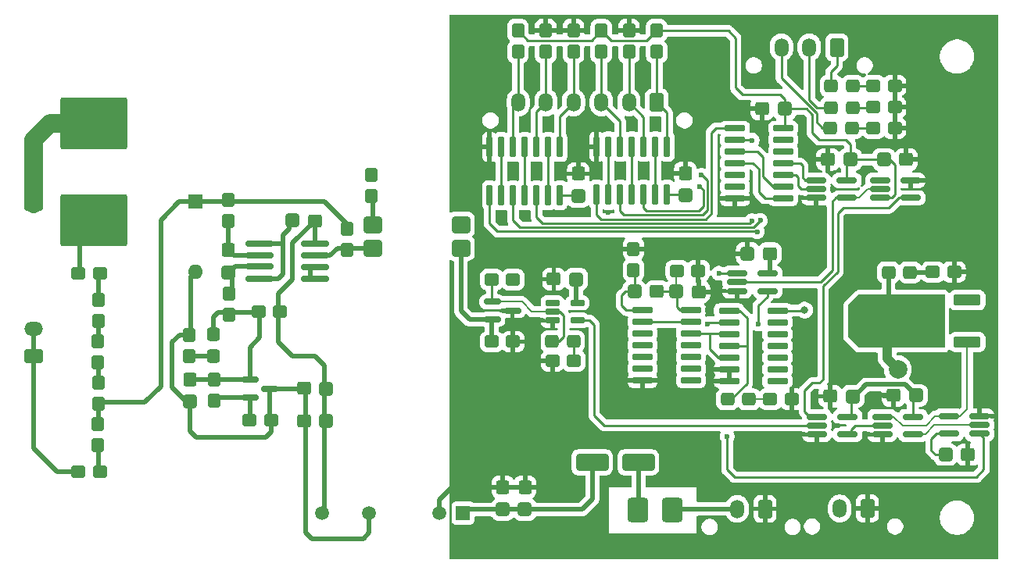
<source format=gbr>
%TF.GenerationSoftware,KiCad,Pcbnew,9.0.0*%
%TF.CreationDate,2025-07-11T04:59:07+08:00*%
%TF.ProjectId,tsal_g_v4.zip,7473616c-5f67-45f7-9634-2e7a69702e6b,rev?*%
%TF.SameCoordinates,Original*%
%TF.FileFunction,Copper,L1,Top*%
%TF.FilePolarity,Positive*%
%FSLAX46Y46*%
G04 Gerber Fmt 4.6, Leading zero omitted, Abs format (unit mm)*
G04 Created by KiCad (PCBNEW 9.0.0) date 2025-07-11 04:59:07*
%MOMM*%
%LPD*%
G01*
G04 APERTURE LIST*
G04 Aperture macros list*
%AMRoundRect*
0 Rectangle with rounded corners*
0 $1 Rounding radius*
0 $2 $3 $4 $5 $6 $7 $8 $9 X,Y pos of 4 corners*
0 Add a 4 corners polygon primitive as box body*
4,1,4,$2,$3,$4,$5,$6,$7,$8,$9,$2,$3,0*
0 Add four circle primitives for the rounded corners*
1,1,$1+$1,$2,$3*
1,1,$1+$1,$4,$5*
1,1,$1+$1,$6,$7*
1,1,$1+$1,$8,$9*
0 Add four rect primitives between the rounded corners*
20,1,$1+$1,$2,$3,$4,$5,0*
20,1,$1+$1,$4,$5,$6,$7,0*
20,1,$1+$1,$6,$7,$8,$9,0*
20,1,$1+$1,$8,$9,$2,$3,0*%
%AMOutline5P*
0 Free polygon, 5 corners , with rotation*
0 The origin of the aperture is its center*
0 number of corners: always 5*
0 $1 to $10 corner X, Y*
0 $11 Rotation angle, in degrees counterclockwise*
0 create outline with 5 corners*
4,1,5,$1,$2,$3,$4,$5,$6,$7,$8,$9,$10,$1,$2,$11*%
%AMOutline6P*
0 Free polygon, 6 corners , with rotation*
0 The origin of the aperture is its center*
0 number of corners: always 6*
0 $1 to $12 corner X, Y*
0 $13 Rotation angle, in degrees counterclockwise*
0 create outline with 6 corners*
4,1,6,$1,$2,$3,$4,$5,$6,$7,$8,$9,$10,$11,$12,$1,$2,$13*%
%AMOutline7P*
0 Free polygon, 7 corners , with rotation*
0 The origin of the aperture is its center*
0 number of corners: always 7*
0 $1 to $14 corner X, Y*
0 $15 Rotation angle, in degrees counterclockwise*
0 create outline with 7 corners*
4,1,7,$1,$2,$3,$4,$5,$6,$7,$8,$9,$10,$11,$12,$13,$14,$1,$2,$15*%
%AMOutline8P*
0 Free polygon, 8 corners , with rotation*
0 The origin of the aperture is its center*
0 number of corners: always 8*
0 $1 to $16 corner X, Y*
0 $17 Rotation angle, in degrees counterclockwise*
0 create outline with 8 corners*
4,1,8,$1,$2,$3,$4,$5,$6,$7,$8,$9,$10,$11,$12,$13,$14,$15,$16,$1,$2,$17*%
G04 Aperture macros list end*
%TA.AperFunction,SMDPad,CuDef*%
%ADD10RoundRect,0.278125X-0.474375X-0.389375X0.474375X-0.389375X0.474375X0.389375X-0.474375X0.389375X0*%
%TD*%
%TA.AperFunction,SMDPad,CuDef*%
%ADD11RoundRect,0.304348X0.420652X0.395652X-0.420652X0.395652X-0.420652X-0.395652X0.420652X-0.395652X0*%
%TD*%
%TA.AperFunction,SMDPad,CuDef*%
%ADD12RoundRect,0.090000X-1.040000X-0.210000X1.040000X-0.210000X1.040000X0.210000X-1.040000X0.210000X0*%
%TD*%
%TA.AperFunction,SMDPad,CuDef*%
%ADD13RoundRect,0.091500X-1.038500X-0.213500X1.038500X-0.213500X1.038500X0.213500X-1.038500X0.213500X0*%
%TD*%
%TA.AperFunction,ComponentPad*%
%ADD14RoundRect,0.250001X0.499999X0.759999X-0.499999X0.759999X-0.499999X-0.759999X0.499999X-0.759999X0*%
%TD*%
%TA.AperFunction,ComponentPad*%
%ADD15O,1.500000X2.020000*%
%TD*%
%TA.AperFunction,SMDPad,CuDef*%
%ADD16RoundRect,0.305575X-0.412525X0.460025X-0.412525X-0.460025X0.412525X-0.460025X0.412525X0.460025X0*%
%TD*%
%TA.AperFunction,SMDPad,CuDef*%
%ADD17RoundRect,0.308511X-0.416489X0.457089X-0.416489X-0.457089X0.416489X-0.457089X0.416489X0.457089X0*%
%TD*%
%TA.AperFunction,SMDPad,CuDef*%
%ADD18RoundRect,0.390352X0.722148X0.934648X-0.722148X0.934648X-0.722148X-0.934648X0.722148X-0.934648X0*%
%TD*%
%TA.AperFunction,SMDPad,CuDef*%
%ADD19RoundRect,0.305575X0.460025X0.412525X-0.460025X0.412525X-0.460025X-0.412525X0.460025X-0.412525X0*%
%TD*%
%TA.AperFunction,SMDPad,CuDef*%
%ADD20RoundRect,0.308511X0.457089X0.416489X-0.457089X0.416489X-0.457089X-0.416489X0.457089X-0.416489X0*%
%TD*%
%TA.AperFunction,SMDPad,CuDef*%
%ADD21RoundRect,0.250000X-1.500000X-0.650000X1.500000X-0.650000X1.500000X0.650000X-1.500000X0.650000X0*%
%TD*%
%TA.AperFunction,SMDPad,CuDef*%
%ADD22RoundRect,0.162500X-0.927500X-0.162500X0.927500X-0.162500X0.927500X0.162500X-0.927500X0.162500X0*%
%TD*%
%TA.AperFunction,SMDPad,CuDef*%
%ADD23RoundRect,0.150000X-0.750000X-0.150000X0.750000X-0.150000X0.750000X0.150000X-0.750000X0.150000X0*%
%TD*%
%TA.AperFunction,SMDPad,CuDef*%
%ADD24RoundRect,0.278125X0.389375X-0.474375X0.389375X0.474375X-0.389375X0.474375X-0.389375X-0.474375X0*%
%TD*%
%TA.AperFunction,SMDPad,CuDef*%
%ADD25RoundRect,0.162500X-0.617500X-0.162500X0.617500X-0.162500X0.617500X0.162500X-0.617500X0.162500X0*%
%TD*%
%TA.AperFunction,SMDPad,CuDef*%
%ADD26RoundRect,0.278125X0.474375X0.389375X-0.474375X0.389375X-0.474375X-0.389375X0.474375X-0.389375X0*%
%TD*%
%TA.AperFunction,SMDPad,CuDef*%
%ADD27RoundRect,0.305575X-0.460025X-0.412525X0.460025X-0.412525X0.460025X0.412525X-0.460025X0.412525X0*%
%TD*%
%TA.AperFunction,SMDPad,CuDef*%
%ADD28RoundRect,0.308511X-0.457089X-0.416489X0.457089X-0.416489X0.457089X0.416489X-0.457089X0.416489X0*%
%TD*%
%TA.AperFunction,SMDPad,CuDef*%
%ADD29RoundRect,0.162500X0.927500X0.162500X-0.927500X0.162500X-0.927500X-0.162500X0.927500X-0.162500X0*%
%TD*%
%TA.AperFunction,SMDPad,CuDef*%
%ADD30RoundRect,0.278125X-0.389375X0.474375X-0.389375X-0.474375X0.389375X-0.474375X0.389375X0.474375X0*%
%TD*%
%TA.AperFunction,SMDPad,CuDef*%
%ADD31RoundRect,0.250000X1.230000X0.350000X-1.230000X0.350000X-1.230000X-0.350000X1.230000X-0.350000X0*%
%TD*%
%TA.AperFunction,SMDPad,CuDef*%
%ADD32Outline6P,-5.220000X2.900000X4.060000X2.900000X5.220000X1.740000X5.220000X-1.740000X4.060000X-2.900000X-5.220000X-2.900000X180.000000*%
%TD*%
%TA.AperFunction,ComponentPad*%
%ADD33R,1.600000X1.600000*%
%TD*%
%TA.AperFunction,ComponentPad*%
%ADD34O,1.600000X1.600000*%
%TD*%
%TA.AperFunction,SMDPad,CuDef*%
%ADD35RoundRect,0.090000X-0.210000X1.040000X-0.210000X-1.040000X0.210000X-1.040000X0.210000X1.040000X0*%
%TD*%
%TA.AperFunction,SMDPad,CuDef*%
%ADD36RoundRect,0.091500X-0.213500X1.038500X-0.213500X-1.038500X0.213500X-1.038500X0.213500X1.038500X0*%
%TD*%
%TA.AperFunction,SMDPad,CuDef*%
%ADD37RoundRect,0.249999X-0.750001X-0.640001X0.750001X-0.640001X0.750001X0.640001X-0.750001X0.640001X0*%
%TD*%
%TA.AperFunction,SMDPad,CuDef*%
%ADD38RoundRect,0.251116X3.376384X-2.561384X3.376384X2.561384X-3.376384X2.561384X-3.376384X-2.561384X0*%
%TD*%
%TA.AperFunction,ComponentPad*%
%ADD39RoundRect,0.250001X0.759999X-0.499999X0.759999X0.499999X-0.759999X0.499999X-0.759999X-0.499999X0*%
%TD*%
%TA.AperFunction,ComponentPad*%
%ADD40O,2.020000X1.500000*%
%TD*%
%TA.AperFunction,ComponentPad*%
%ADD41R,1.500000X1.500000*%
%TD*%
%TA.AperFunction,ComponentPad*%
%ADD42C,1.500000*%
%TD*%
%TA.AperFunction,SMDPad,CuDef*%
%ADD43RoundRect,0.304348X0.395652X-0.420652X0.395652X0.420652X-0.395652X0.420652X-0.395652X-0.420652X0*%
%TD*%
%TA.AperFunction,SMDPad,CuDef*%
%ADD44RoundRect,0.150000X-1.350000X-0.150000X1.350000X-0.150000X1.350000X0.150000X-1.350000X0.150000X0*%
%TD*%
%TA.AperFunction,SMDPad,CuDef*%
%ADD45RoundRect,0.150000X-1.337500X-0.150000X1.337500X-0.150000X1.337500X0.150000X-1.337500X0.150000X0*%
%TD*%
%TA.AperFunction,ViaPad*%
%ADD46C,0.700000*%
%TD*%
%TA.AperFunction,ViaPad*%
%ADD47C,0.600000*%
%TD*%
%TA.AperFunction,ViaPad*%
%ADD48C,0.800000*%
%TD*%
%TA.AperFunction,ViaPad*%
%ADD49C,2.000000*%
%TD*%
%TA.AperFunction,Conductor*%
%ADD50C,0.500000*%
%TD*%
%TA.AperFunction,Conductor*%
%ADD51C,0.250000*%
%TD*%
%TA.AperFunction,Conductor*%
%ADD52C,0.200000*%
%TD*%
%TA.AperFunction,Conductor*%
%ADD53C,1.000000*%
%TD*%
%TA.AperFunction,Conductor*%
%ADD54C,2.000000*%
%TD*%
G04 APERTURE END LIST*
D10*
%TO.P,R31,1*%
%TO.N,Net-(D10-K)*%
X163897500Y-81367500D03*
%TO.P,R31,2*%
%TO.N,GLV-*%
X166202500Y-81367500D03*
%TD*%
D11*
%TO.P,D6,1,K*%
%TO.N,Net-(D6-K)*%
X155230000Y-63552103D03*
%TO.P,D6,2,A*%
%TO.N,AIRH Check*%
X152880000Y-63552103D03*
%TD*%
D12*
%TO.P,U9,1*%
%TO.N,Net-(C16-Pad2)*%
X132445000Y-85505000D03*
%TO.P,U9,2*%
%TO.N,Net-(U9-Pad13)*%
X132445000Y-86775000D03*
%TO.P,U9,3*%
%TO.N,unconnected-(U9-Pad3)*%
X132445000Y-88045000D03*
%TO.P,U9,4*%
%TO.N,unconnected-(U9-Pad4)*%
X132445000Y-89315000D03*
%TO.P,U9,5*%
%TO.N,unconnected-(U9-Pad5)*%
X132445000Y-90585000D03*
%TO.P,U9,6*%
%TO.N,unconnected-(U9-Pad6)*%
X132445000Y-91855000D03*
%TO.P,U9,7,VSS*%
%TO.N,GLV-*%
X132445000Y-93125000D03*
%TO.P,U9,8*%
%TO.N,unconnected-(U9-Pad8)*%
X137685000Y-93125000D03*
D13*
%TO.P,U9,9*%
%TO.N,unconnected-(U9-Pad9)*%
X137685000Y-91860000D03*
D12*
%TO.P,U9,10*%
%TO.N,unconnected-(U9-Pad10)*%
X137685000Y-90585000D03*
%TO.P,U9,11*%
%TO.N,unconnected-(U9-Pad11)*%
X137685000Y-89315000D03*
%TO.P,U9,12*%
%TO.N,Net-(U12-Pad3)*%
X137685000Y-88045000D03*
%TO.P,U9,13*%
%TO.N,Net-(U9-Pad13)*%
X137685000Y-86775000D03*
%TO.P,U9,14,VDD*%
%TO.N,VCC*%
X137685000Y-85505000D03*
%TD*%
D14*
%TO.P,J7,1,Pin_1*%
%TO.N,GLV-*%
X145700000Y-107040000D03*
D15*
%TO.P,J7,2,Pin_2*%
%TO.N,GLV+*%
X142700000Y-107040000D03*
%TD*%
D16*
%TO.P,C1,1*%
%TO.N,/Vref*%
X83406900Y-92984400D03*
D17*
%TO.P,C1,2*%
%TO.N,GND*%
X83400000Y-95415600D03*
%TD*%
D18*
%TO.P,F2,1*%
%TO.N,GLV+*%
X135687500Y-107200000D03*
%TO.P,F2,2*%
%TO.N,Net-(D3-A)*%
X131912500Y-107200000D03*
%TD*%
D19*
%TO.P,C11,1*%
%TO.N,GLV-*%
X167691200Y-101156900D03*
D20*
%TO.P,C11,2*%
%TO.N,VCC*%
X165260000Y-101150000D03*
%TD*%
D19*
%TO.P,C16,1*%
%TO.N,VCC*%
X133987500Y-83497500D03*
D20*
%TO.P,C16,2*%
%TO.N,Net-(C16-Pad2)*%
X131556300Y-83490600D03*
%TD*%
D21*
%TO.P,D3,1,K*%
%TO.N,VCC*%
X127000000Y-102000000D03*
%TO.P,D3,2,A*%
%TO.N,Net-(D3-A)*%
X132000000Y-102000000D03*
%TD*%
D22*
%TO.P,U13,1*%
%TO.N,TS RESET*%
X142675000Y-81515000D03*
%TO.P,U13,2*%
%TO.N,RELAY RESET*%
X142675000Y-82465000D03*
%TO.P,U13,3,GND*%
%TO.N,GLV-*%
X142675000Y-83415000D03*
%TO.P,U13,4*%
%TO.N,Net-(U12-Pad2)*%
X145995000Y-83415000D03*
%TO.P,U13,5,VCC*%
%TO.N,VCC*%
X145995000Y-81515000D03*
%TD*%
D23*
%TO.P,Q1,1,D*%
%TO.N,TS RESET*%
X116150000Y-84600000D03*
%TO.P,Q1,2,G*%
%TO.N,Net-(Q1-G)*%
X116150000Y-86500000D03*
%TO.P,Q1,3,S*%
%TO.N,GLV-*%
X118350000Y-85550000D03*
%TD*%
D24*
%TO.P,R6,1*%
%TO.N,Net-(R6-Pad1)*%
X73467500Y-91152500D03*
%TO.P,R6,2*%
%TO.N,Net-(R5-Pad2)*%
X73467500Y-88847500D03*
%TD*%
D10*
%TO.P,R25,1*%
%TO.N,Net-(D5-K)*%
X157455000Y-65752103D03*
%TO.P,R25,2*%
%TO.N,GLV-*%
X159760000Y-65752103D03*
%TD*%
D25*
%TO.P,U4,1*%
%TO.N,N/C*%
X122700000Y-84700000D03*
%TO.P,U4,2*%
%TO.N,TS RESET*%
X122700000Y-85650000D03*
%TO.P,U4,3,GND*%
%TO.N,GLV-*%
X122700000Y-86600000D03*
%TO.P,U4,4*%
%TO.N,TS LOGIC*%
X125400000Y-86600000D03*
%TO.P,U4,5,VCC*%
%TO.N,VCC*%
X125400000Y-84700000D03*
%TD*%
D26*
%TO.P,R17,1*%
%TO.N,Net-(D4-K)*%
X125000000Y-91000000D03*
%TO.P,R17,2*%
%TO.N,GLV-*%
X122695000Y-91000000D03*
%TD*%
D10*
%TO.P,R4,1*%
%TO.N,/Vref*%
X90847500Y-85692500D03*
%TO.P,R4,2*%
%TO.N,+12V*%
X93152500Y-85692500D03*
%TD*%
D11*
%TO.P,D4,1,K*%
%TO.N,Net-(D4-K)*%
X124977500Y-88882500D03*
%TO.P,D4,2,A*%
%TO.N,TS RESET*%
X122627500Y-88882500D03*
%TD*%
D16*
%TO.P,C6,1*%
%TO.N,GLV-*%
X119706900Y-104684400D03*
D17*
%TO.P,C6,2*%
%TO.N,VCC*%
X119700000Y-107115600D03*
%TD*%
D27*
%TO.P,C8,1*%
%TO.N,GLV-*%
X152784400Y-94843100D03*
D28*
%TO.P,C8,2*%
%TO.N,VCC*%
X155215600Y-94850000D03*
%TD*%
D11*
%TO.P,D10,1,K*%
%TO.N,Net-(D10-K)*%
X161425000Y-81400000D03*
%TO.P,D10,2,A*%
%TO.N,/GRN+*%
X159075000Y-81400000D03*
%TD*%
D24*
%TO.P,R10,1*%
%TO.N,Net-(LM1-+)*%
X87567500Y-75877500D03*
%TO.P,R10,2*%
%TO.N,/Vin*%
X87567500Y-73572500D03*
%TD*%
D27*
%TO.P,C4,1*%
%TO.N,GND*%
X95746900Y-97493100D03*
D28*
%TO.P,C4,2*%
%TO.N,+12V*%
X98178100Y-97500000D03*
%TD*%
D19*
%TO.P,C18,1*%
%TO.N,GLV-*%
X161009017Y-69185417D03*
D20*
%TO.P,C18,2*%
%TO.N,VCC*%
X158577817Y-69178517D03*
%TD*%
D29*
%TO.P,U10,1*%
%TO.N,RESET*%
X168920000Y-98900000D03*
%TO.P,U10,2*%
%TO.N,Net-(U10-Pad2)*%
X168920000Y-97950000D03*
%TO.P,U10,3,GND*%
%TO.N,GLV-*%
X168920000Y-97000000D03*
%TO.P,U10,4*%
%TO.N,Net-(Q4-G)*%
X165600000Y-97000000D03*
%TO.P,U10,5,VCC*%
%TO.N,VCC*%
X165600000Y-98900000D03*
%TD*%
D30*
%TO.P,R11,1*%
%TO.N,Net-(LM1--)*%
X87632500Y-83695000D03*
%TO.P,R11,2*%
%TO.N,/Vref*%
X87632500Y-86000000D03*
%TD*%
D31*
%TO.P,Q4,1,G*%
%TO.N,Net-(Q4-G)*%
X167620000Y-88980000D03*
D32*
%TO.P,Q4,2,D*%
%TO.N,/GRN+*%
X159920000Y-86700000D03*
D31*
%TO.P,Q4,3,S*%
%TO.N,GLV+*%
X167620000Y-84420000D03*
%TD*%
D16*
%TO.P,C21,1*%
%TO.N,GLV-*%
X125485717Y-70712917D03*
D17*
%TO.P,C21,2*%
%TO.N,VCC*%
X125478817Y-73144117D03*
%TD*%
D24*
%TO.P,R22,1*%
%TO.N,Net-(J3-Pin_6)*%
X118945266Y-57481017D03*
%TO.P,R22,2*%
%TO.N,VCC*%
X118945266Y-55176017D03*
%TD*%
D14*
%TO.P,J8,1,Pin_1*%
%TO.N,Precharge Check*%
X153500000Y-57000000D03*
D15*
%TO.P,J8,2,Pin_2*%
%TO.N,AIRH Check*%
X150500000Y-57000000D03*
%TO.P,J8,3,Pin_3*%
%TO.N,AIRL Check*%
X147500000Y-57000000D03*
%TD*%
D30*
%TO.P,R1,1*%
%TO.N,/Vref*%
X86032500Y-93047500D03*
%TO.P,R1,2*%
%TO.N,Net-(U1-REF)*%
X86032500Y-95352500D03*
%TD*%
D11*
%TO.P,D5,1,K*%
%TO.N,Net-(D5-K)*%
X155130000Y-65752103D03*
%TO.P,D5,2,A*%
%TO.N,AIRL Check*%
X152780000Y-65752103D03*
%TD*%
D27*
%TO.P,C7,1*%
%TO.N,GLV-*%
X122834400Y-82142048D03*
D28*
%TO.P,C7,2*%
%TO.N,VCC*%
X125265600Y-82148948D03*
%TD*%
D12*
%TO.P,U20,1*%
%TO.N,Out -*%
X142448817Y-65768517D03*
%TO.P,U20,2*%
%TO.N,high aux*%
X142448817Y-67038517D03*
%TO.P,U20,3*%
%TO.N,AIRH Check*%
X142448817Y-68308517D03*
%TO.P,U20,4*%
%TO.N,Precharge Check*%
X142448817Y-69578517D03*
%TO.P,U20,5*%
%TO.N,pre aux*%
X142448817Y-70848517D03*
%TO.P,U20,6*%
%TO.N,Out Precharge*%
X142448817Y-72118517D03*
%TO.P,U20,7,VSS*%
%TO.N,GLV-*%
X142448817Y-73388517D03*
%TO.P,U20,8*%
%TO.N,Precharge Check*%
X147688817Y-73388517D03*
D13*
%TO.P,U20,9*%
%TO.N,AIRH Check*%
X147688817Y-72123517D03*
D12*
%TO.P,U20,10*%
%TO.N,Net-(U14-Pad2)*%
X147688817Y-70848517D03*
%TO.P,U20,11*%
%TO.N,AIRL Check*%
X147688817Y-69578517D03*
%TO.P,U20,12*%
%TO.N,Out +*%
X147688817Y-68308517D03*
%TO.P,U20,13*%
%TO.N,low aux*%
X147688817Y-67038517D03*
%TO.P,U20,14,VDD*%
%TO.N,VCC*%
X147688817Y-65768517D03*
%TD*%
D10*
%TO.P,R26,1*%
%TO.N,Net-(D7-K)*%
X157455000Y-61152103D03*
%TO.P,R26,2*%
%TO.N,GLV-*%
X159760000Y-61152103D03*
%TD*%
D30*
%TO.P,R13,1*%
%TO.N,/Vin*%
X100432500Y-76647500D03*
%TO.P,R13,2*%
%TO.N,Net-(LM1-Pad7)*%
X100432500Y-78952500D03*
%TD*%
D33*
%TO.P,D1,1,K*%
%TO.N,/Vin*%
X84000000Y-73725000D03*
D34*
%TO.P,D1,2,A*%
%TO.N,GND*%
X84000000Y-81345000D03*
%TD*%
D16*
%TO.P,C2,1*%
%TO.N,Net-(LM1-+)*%
X87606900Y-79009400D03*
D17*
%TO.P,C2,2*%
%TO.N,Net-(LM1--)*%
X87600000Y-81440600D03*
%TD*%
D11*
%TO.P,D7,1,K*%
%TO.N,Net-(D7-K)*%
X155221334Y-61189088D03*
%TO.P,D7,2,A*%
%TO.N,Precharge Check*%
X152871334Y-61189088D03*
%TD*%
D35*
%TO.P,U5,1*%
%TO.N,Net-(J3-Pin_1)*%
X135088817Y-67758517D03*
%TO.P,U5,2*%
%TO.N,Net-(U5-Pad13)*%
X133818817Y-67758517D03*
%TO.P,U5,3*%
%TO.N,Net-(J3-Pin_2)*%
X132548817Y-67758517D03*
%TO.P,U5,4*%
%TO.N,Net-(U5-Pad11)*%
X131278817Y-67758517D03*
%TO.P,U5,5*%
%TO.N,Net-(J3-Pin_3)*%
X130008817Y-67758517D03*
%TO.P,U5,6*%
%TO.N,Net-(U5-Pad6)*%
X128738817Y-67758517D03*
%TO.P,U5,7,VSS*%
%TO.N,GLV-*%
X127468817Y-67758517D03*
%TO.P,U5,8*%
%TO.N,Out -*%
X127468817Y-72998517D03*
D36*
%TO.P,U5,9*%
%TO.N,Net-(U5-Pad6)*%
X128733817Y-72998517D03*
D35*
%TO.P,U5,10*%
%TO.N,pre aux*%
X130008817Y-72998517D03*
%TO.P,U5,11*%
%TO.N,Net-(U5-Pad11)*%
X131278817Y-72998517D03*
%TO.P,U5,12*%
%TO.N,Out Precharge*%
X132548817Y-72998517D03*
%TO.P,U5,13*%
%TO.N,Net-(U5-Pad13)*%
X133818817Y-72998517D03*
%TO.P,U5,14,VDD*%
%TO.N,VCC*%
X135088817Y-72998517D03*
%TD*%
D27*
%TO.P,C15,1*%
%TO.N,GLV-*%
X152518817Y-69171617D03*
D28*
%TO.P,C15,2*%
%TO.N,VCC*%
X154950017Y-69178517D03*
%TD*%
D12*
%TO.P,U12,1*%
%TO.N,RESET*%
X141815000Y-85555000D03*
%TO.P,U12,2*%
%TO.N,Net-(U12-Pad2)*%
X141815000Y-86825000D03*
%TO.P,U12,3*%
%TO.N,Net-(U12-Pad3)*%
X141815000Y-88095000D03*
%TO.P,U12,4*%
%TO.N,RESET*%
X141815000Y-89365000D03*
%TO.P,U12,5*%
%TO.N,Net-(U12-Pad3)*%
X141815000Y-90635000D03*
%TO.P,U12,6*%
%TO.N,GLV-*%
X141815000Y-91905000D03*
%TO.P,U12,7,VSS*%
X141815000Y-93175000D03*
%TO.P,U12,8*%
%TO.N,unconnected-(U12-Pad8)*%
X147055000Y-93175000D03*
D13*
%TO.P,U12,9*%
%TO.N,unconnected-(U12-Pad9)*%
X147055000Y-91910000D03*
D12*
%TO.P,U12,10*%
%TO.N,unconnected-(U12-Pad10)*%
X147055000Y-90635000D03*
%TO.P,U12,11*%
%TO.N,unconnected-(U12-Pad11)*%
X147055000Y-89365000D03*
%TO.P,U12,12*%
%TO.N,unconnected-(U12-Pad12)*%
X147055000Y-88095000D03*
%TO.P,U12,13*%
%TO.N,unconnected-(U12-Pad13)*%
X147055000Y-86825000D03*
%TO.P,U12,14,VDD*%
%TO.N,VCC*%
X147055000Y-85555000D03*
%TD*%
D10*
%TO.P,R2,1*%
%TO.N,Net-(U1-REF)*%
X89895000Y-97400000D03*
%TO.P,R2,2*%
%TO.N,GND*%
X92200000Y-97400000D03*
%TD*%
D27*
%TO.P,C12,1*%
%TO.N,GLV-*%
X159628800Y-94743100D03*
D28*
%TO.P,C12,2*%
%TO.N,VCC*%
X162060000Y-94750000D03*
%TD*%
D37*
%TO.P,U2,1*%
%TO.N,Net-(R14-Pad2)*%
X103235000Y-76230000D03*
%TO.P,U2,2*%
%TO.N,Net-(LM1-Pad7)*%
X103235000Y-78770000D03*
%TO.P,U2,3*%
%TO.N,Net-(Q1-G)*%
X112765000Y-78770000D03*
%TO.P,U2,4*%
%TO.N,VCC*%
X112765000Y-76230000D03*
%TD*%
D38*
%TO.P,F1,1*%
%TO.N,Net-(F1-Pad1)*%
X73000000Y-75775000D03*
%TO.P,F1,2*%
%TO.N,Net-(J1-Pin_1)*%
X73000000Y-65225000D03*
%TD*%
D24*
%TO.P,R18,1*%
%TO.N,Net-(J3-Pin_3)*%
X127967500Y-57502500D03*
%TO.P,R18,2*%
%TO.N,VCC*%
X127967500Y-55197500D03*
%TD*%
D19*
%TO.P,C23,1*%
%TO.N,GLV-*%
X138503100Y-83504400D03*
D20*
%TO.P,C23,2*%
%TO.N,VCC*%
X136071900Y-83497500D03*
%TD*%
D10*
%TO.P,R15,1*%
%TO.N,Net-(Q1-G)*%
X116097500Y-88917500D03*
%TO.P,R15,2*%
%TO.N,GLV-*%
X118402500Y-88917500D03*
%TD*%
D39*
%TO.P,J2,1,Pin_1*%
%TO.N,/-HV*%
X66500000Y-90500000D03*
D40*
%TO.P,J2,2,Pin_2*%
X66500000Y-87500000D03*
%TD*%
D24*
%TO.P,R21,1*%
%TO.N,Net-(J3-Pin_5)*%
X121951976Y-57481017D03*
%TO.P,R21,2*%
%TO.N,GLV-*%
X121951976Y-55176017D03*
%TD*%
D22*
%TO.P,U7,1*%
%TO.N,RELAY LOGIC*%
X151340000Y-97050000D03*
%TO.P,U7,2*%
%TO.N,TS LOGIC*%
X151340000Y-98000000D03*
%TO.P,U7,3,GND*%
%TO.N,GLV-*%
X151340000Y-98950000D03*
%TO.P,U7,4*%
%TO.N,Net-(U11-Pad2)*%
X154660000Y-98950000D03*
%TO.P,U7,5,VCC*%
%TO.N,VCC*%
X154660000Y-97050000D03*
%TD*%
D30*
%TO.P,R7,1*%
%TO.N,Net-(R6-Pad1)*%
X73532500Y-93347500D03*
%TO.P,R7,2*%
%TO.N,/Vin*%
X73532500Y-95652500D03*
%TD*%
D41*
%TO.P,U3,1,+Vin*%
%TO.N,VCC*%
X113000000Y-107500000D03*
D42*
%TO.P,U3,2,-Vin*%
%TO.N,GLV-*%
X110460000Y-107500000D03*
%TO.P,U3,4,-Vout*%
%TO.N,GND*%
X102840000Y-107500000D03*
%TO.P,U3,6,+Vout*%
%TO.N,+12V*%
X97760000Y-107500000D03*
%TD*%
D11*
%TO.P,D9,1,K*%
%TO.N,Net-(D9-K)*%
X143985000Y-95165000D03*
%TO.P,D9,2,A*%
%TO.N,RESET*%
X141635000Y-95165000D03*
%TD*%
D30*
%TO.P,R5,1*%
%TO.N,Net-(R3-Pad2)*%
X73532500Y-84347500D03*
%TO.P,R5,2*%
%TO.N,Net-(R5-Pad2)*%
X73532500Y-86652500D03*
%TD*%
D16*
%TO.P,C22,1*%
%TO.N,GLV-*%
X137085717Y-70642917D03*
D17*
%TO.P,C22,2*%
%TO.N,VCC*%
X137078817Y-73074117D03*
%TD*%
D22*
%TO.P,U14,1*%
%TO.N,AIRL Check*%
X151258817Y-71428517D03*
%TO.P,U14,2*%
%TO.N,Net-(U14-Pad2)*%
X151258817Y-72378517D03*
%TO.P,U14,3,GND*%
%TO.N,GLV-*%
X151258817Y-73328517D03*
%TO.P,U14,4*%
%TO.N,RELAY RESET*%
X154578817Y-73328517D03*
%TO.P,U14,5,VCC*%
%TO.N,VCC*%
X154578817Y-71428517D03*
%TD*%
D30*
%TO.P,R14,1*%
%TO.N,+12V*%
X103032500Y-70847500D03*
%TO.P,R14,2*%
%TO.N,Net-(R14-Pad2)*%
X103032500Y-73152500D03*
%TD*%
D26*
%TO.P,R9,1*%
%TO.N,Net-(R8-Pad1)*%
X73652500Y-103032500D03*
%TO.P,R9,2*%
%TO.N,/-HV*%
X71347500Y-103032500D03*
%TD*%
D10*
%TO.P,R30,1*%
%TO.N,Net-(D9-K)*%
X146282500Y-95132500D03*
%TO.P,R30,2*%
%TO.N,GLV-*%
X148587500Y-95132500D03*
%TD*%
D24*
%TO.P,R12,1*%
%TO.N,Net-(D2-K)*%
X83367500Y-90477500D03*
%TO.P,R12,2*%
%TO.N,GND*%
X83367500Y-88172500D03*
%TD*%
D22*
%TO.P,U11,1*%
%TO.N,Net-(Q4-G)*%
X158400000Y-97050000D03*
%TO.P,U11,2*%
%TO.N,Net-(U11-Pad2)*%
X158400000Y-98000000D03*
%TO.P,U11,3,GND*%
%TO.N,GLV-*%
X158400000Y-98950000D03*
%TO.P,U11,4*%
%TO.N,Net-(U10-Pad2)*%
X161720000Y-98950000D03*
%TO.P,U11,5,VCC*%
%TO.N,VCC*%
X161720000Y-97050000D03*
%TD*%
D24*
%TO.P,R23,1*%
%TO.N,Net-(J3-Pin_4)*%
X124958686Y-57481017D03*
%TO.P,R23,2*%
%TO.N,GLV-*%
X124958686Y-55176017D03*
%TD*%
D27*
%TO.P,C5,1*%
%TO.N,GND*%
X95746900Y-93993100D03*
D28*
%TO.P,C5,2*%
%TO.N,+12V*%
X98178100Y-94000000D03*
%TD*%
D24*
%TO.P,R29,1*%
%TO.N,Net-(C16-Pad2)*%
X131467500Y-81152500D03*
%TO.P,R29,2*%
%TO.N,GLV-*%
X131467500Y-78847500D03*
%TD*%
D10*
%TO.P,R3,1*%
%TO.N,Net-(F1-Pad1)*%
X71347500Y-81467500D03*
%TO.P,R3,2*%
%TO.N,Net-(R3-Pad2)*%
X73652500Y-81467500D03*
%TD*%
D24*
%TO.P,R19,1*%
%TO.N,Net-(J3-Pin_1)*%
X133978817Y-57481017D03*
%TO.P,R19,2*%
%TO.N,VCC*%
X133978817Y-55176017D03*
%TD*%
D27*
%TO.P,C24,1*%
%TO.N,GLV-*%
X145403217Y-63671617D03*
D28*
%TO.P,C24,2*%
%TO.N,VCC*%
X147834417Y-63678517D03*
%TD*%
D43*
%TO.P,D2,1,K*%
%TO.N,Net-(D2-K)*%
X86000000Y-90500000D03*
%TO.P,D2,2,A*%
%TO.N,/Vref*%
X86000000Y-88150000D03*
%TD*%
D24*
%TO.P,R20,1*%
%TO.N,Net-(J3-Pin_2)*%
X130972107Y-57481017D03*
%TO.P,R20,2*%
%TO.N,GLV-*%
X130972107Y-55176017D03*
%TD*%
D35*
%TO.P,U6,1*%
%TO.N,Net-(J3-Pin_4)*%
X123488817Y-67808517D03*
%TO.P,U6,2*%
%TO.N,Net-(U6-Pad13)*%
X122218817Y-67808517D03*
%TO.P,U6,3*%
%TO.N,Net-(J3-Pin_5)*%
X120948817Y-67808517D03*
%TO.P,U6,4*%
%TO.N,Net-(U6-Pad11)*%
X119678817Y-67808517D03*
%TO.P,U6,5*%
%TO.N,Net-(J3-Pin_6)*%
X118408817Y-67808517D03*
%TO.P,U6,6*%
%TO.N,Net-(U6-Pad6)*%
X117138817Y-67808517D03*
%TO.P,U6,7,VSS*%
%TO.N,GLV-*%
X115868817Y-67808517D03*
%TO.P,U6,8*%
%TO.N,Out +*%
X115868817Y-73048517D03*
D36*
%TO.P,U6,9*%
%TO.N,Net-(U6-Pad6)*%
X117133817Y-73048517D03*
D35*
%TO.P,U6,10*%
%TO.N,low aux*%
X118408817Y-73048517D03*
%TO.P,U6,11*%
%TO.N,Net-(U6-Pad11)*%
X119678817Y-73048517D03*
%TO.P,U6,12*%
%TO.N,high aux*%
X120948817Y-73048517D03*
%TO.P,U6,13*%
%TO.N,Net-(U6-Pad13)*%
X122218817Y-73048517D03*
%TO.P,U6,14,VDD*%
%TO.N,VCC*%
X123488817Y-73048517D03*
%TD*%
D22*
%TO.P,U16,1*%
%TO.N,N/C*%
X158158817Y-71428517D03*
%TO.P,U16,2*%
%TO.N,RELAY RESET*%
X158158817Y-72378517D03*
%TO.P,U16,3,GND*%
%TO.N,VCC*%
X158158817Y-73328517D03*
%TO.P,U16,4*%
%TO.N,RELAY LOGIC*%
X161478817Y-73328517D03*
%TO.P,U16,5,VCC*%
%TO.N,GLV-*%
X161478817Y-71428517D03*
%TD*%
D23*
%TO.P,U1,1,K*%
%TO.N,/Vref*%
X89900000Y-93050000D03*
%TO.P,U1,2,REF*%
%TO.N,Net-(U1-REF)*%
X89900000Y-94950000D03*
%TO.P,U1,3,A*%
%TO.N,GND*%
X92100000Y-94000000D03*
%TD*%
D16*
%TO.P,C9,1*%
%TO.N,GLV-*%
X117306900Y-104684400D03*
D17*
%TO.P,C9,2*%
%TO.N,VCC*%
X117300000Y-107115600D03*
%TD*%
D44*
%TO.P,LM1,1,GND*%
%TO.N,GND*%
X91000000Y-78320000D03*
%TO.P,LM1,2,+*%
%TO.N,Net-(LM1-+)*%
X91000000Y-79590000D03*
D45*
%TO.P,LM1,3,-*%
%TO.N,Net-(LM1--)*%
X90987500Y-80725000D03*
D44*
%TO.P,LM1,4,V-*%
%TO.N,GND*%
X91000000Y-82130000D03*
%TO.P,LM1,5,BAL*%
%TO.N,Net-(LM1-BAL)*%
X97000000Y-82130000D03*
%TO.P,LM1,6,STRB*%
X97000000Y-80860000D03*
%TO.P,LM1,7*%
%TO.N,Net-(LM1-Pad7)*%
X97000000Y-79590000D03*
%TO.P,LM1,8,V+*%
%TO.N,+12V*%
X97000000Y-78320000D03*
%TD*%
D26*
%TO.P,R16,1*%
%TO.N,VCC*%
X118402500Y-82182500D03*
%TO.P,R16,2*%
%TO.N,TS RESET*%
X116097500Y-82182500D03*
%TD*%
D14*
%TO.P,J6,1,Pin_1*%
%TO.N,GLV-*%
X156800000Y-107000000D03*
D15*
%TO.P,J6,2,Pin_2*%
%TO.N,/GRN+*%
X153800000Y-107000000D03*
%TD*%
D19*
%TO.P,C19,1*%
%TO.N,VCC*%
X146250600Y-79371900D03*
D20*
%TO.P,C19,2*%
%TO.N,GLV-*%
X143819400Y-79365000D03*
%TD*%
D19*
%TO.P,C3,1*%
%TO.N,+12V*%
X96950000Y-75800000D03*
D20*
%TO.P,C3,2*%
%TO.N,GND*%
X94518800Y-75793100D03*
%TD*%
D24*
%TO.P,R8,1*%
%TO.N,Net-(R8-Pad1)*%
X73467500Y-100152500D03*
%TO.P,R8,2*%
%TO.N,/Vin*%
X73467500Y-97847500D03*
%TD*%
D10*
%TO.P,R24,1*%
%TO.N,Net-(D6-K)*%
X157450000Y-63500000D03*
%TO.P,R24,2*%
%TO.N,GLV-*%
X159755000Y-63500000D03*
%TD*%
D14*
%TO.P,J3,1,Pin_1*%
%TO.N,Net-(J3-Pin_1)*%
X133978817Y-62973517D03*
D15*
%TO.P,J3,2,Pin_2*%
%TO.N,Net-(J3-Pin_2)*%
X130978817Y-62973517D03*
%TO.P,J3,3,Pin_3*%
%TO.N,Net-(J3-Pin_3)*%
X127978817Y-62973517D03*
%TO.P,J3,4,Pin_4*%
%TO.N,Net-(J3-Pin_4)*%
X124978817Y-62973517D03*
%TO.P,J3,5,Pin_5*%
%TO.N,Net-(J3-Pin_5)*%
X121978817Y-62973517D03*
%TO.P,J3,6,Pin_6*%
%TO.N,Net-(J3-Pin_6)*%
X118978817Y-62973517D03*
%TD*%
D39*
%TO.P,J1,1,Pin_1*%
%TO.N,Net-(J1-Pin_1)*%
X66500000Y-74000000D03*
D40*
%TO.P,J1,2,Pin_2*%
X66500000Y-71000000D03*
%TD*%
D10*
%TO.P,R28,1*%
%TO.N,VCC*%
X136182500Y-81232500D03*
%TO.P,R28,2*%
%TO.N,GLV-*%
X138487500Y-81232500D03*
%TD*%
D46*
%TO.N,+12V*%
X103032500Y-70847500D03*
X96950000Y-75800000D03*
D47*
%TO.N,GND*%
X89800000Y-82100000D03*
D48*
%TO.N,VCC*%
X136182500Y-81232500D03*
X118402500Y-82182500D03*
X165260000Y-101150000D03*
X137078817Y-73074117D03*
X162060000Y-94750000D03*
X146250600Y-79371900D03*
X155355600Y-94850000D03*
X125478817Y-73144117D03*
X147834417Y-63678517D03*
X125265600Y-82148948D03*
X112765000Y-76230000D03*
X150000000Y-85500000D03*
D47*
%TO.N,GLV-*%
X122500000Y-65500000D03*
X121000000Y-70500000D03*
X145000000Y-88500000D03*
X166000000Y-91000000D03*
X117000000Y-75500000D03*
X164000000Y-93000000D03*
X129000000Y-79000000D03*
X167691200Y-101156900D03*
X126600000Y-75000000D03*
X130000000Y-70500000D03*
X119500000Y-79000000D03*
X139500000Y-85500000D03*
X125200000Y-67800000D03*
X148000000Y-77000000D03*
X118500000Y-70500000D03*
X148000000Y-75000000D03*
X158700000Y-94800000D03*
X116000000Y-100000000D03*
X136000000Y-60000000D03*
X164000000Y-91000000D03*
X132500000Y-70500000D03*
X120500000Y-60000000D03*
X166000000Y-93000000D03*
X151000000Y-68000000D03*
X135000000Y-93200000D03*
X158000000Y-56000000D03*
X129500000Y-60000000D03*
X142500000Y-74800000D03*
X127400000Y-65400000D03*
X120800000Y-100000000D03*
X153600000Y-98000000D03*
X123000000Y-75000000D03*
X148300000Y-83600000D03*
X153000000Y-72400000D03*
X130000000Y-93200000D03*
X151000000Y-77000000D03*
X151000000Y-75000000D03*
X164000000Y-95000000D03*
X131000000Y-65500000D03*
X145000000Y-89900000D03*
X132500000Y-60000000D03*
X125400000Y-65400000D03*
X148600000Y-99000000D03*
X162000000Y-91000000D03*
X134000000Y-65500000D03*
X145000000Y-92000000D03*
X166000000Y-95000000D03*
X119500000Y-65500000D03*
X123500000Y-60000000D03*
X140500000Y-83000000D03*
X128700000Y-74900000D03*
X117000000Y-79000000D03*
X148600000Y-96800000D03*
X119500000Y-75500000D03*
X123000000Y-79000000D03*
X156500000Y-70500000D03*
X162000000Y-93000000D03*
X140000000Y-58000000D03*
D48*
%TO.N,GLV+*%
X167620000Y-84420000D03*
D47*
%TO.N,Out +*%
X144860966Y-76993827D03*
X147688817Y-68308517D03*
%TO.N,Out Precharge*%
X138618817Y-72078517D03*
X142448817Y-72118517D03*
D49*
%TO.N,/GRN+*%
X160100000Y-91900000D03*
D47*
%TO.N,TS RESET*%
X122627500Y-88882500D03*
X140700000Y-81500000D03*
%TO.N,AIRL Check*%
X147688817Y-69578517D03*
%TO.N,AIRH Check*%
X147688817Y-72123517D03*
%TO.N,Precharge Check*%
X147688817Y-73388517D03*
%TO.N,RESET*%
X141600000Y-99200000D03*
X141635000Y-95165000D03*
%TO.N,high aux*%
X144318817Y-67078517D03*
X144277375Y-75811075D03*
%TO.N,pre aux*%
X138818817Y-70878517D03*
X142448817Y-70848517D03*
%TO.N,low aux*%
X147688817Y-67038517D03*
X145193817Y-75778517D03*
%TO.N,Net-(U12-Pad2)*%
X145000000Y-87000000D03*
X139500000Y-87000000D03*
%TD*%
D50*
%TO.N,+12V*%
X96950000Y-75800000D02*
X96950000Y-78270000D01*
X98000000Y-107260000D02*
X97760000Y-107500000D01*
X94500000Y-78250000D02*
X94500000Y-82225000D01*
X96950000Y-78270000D02*
X97000000Y-78320000D01*
X96950000Y-75800000D02*
X94500000Y-78250000D01*
X98000000Y-91500000D02*
X98000000Y-107260000D01*
X93000000Y-83725000D02*
X93000000Y-89000000D01*
X94500000Y-90500000D02*
X97000000Y-90500000D01*
X93000000Y-89000000D02*
X94500000Y-90500000D01*
X97000000Y-90500000D02*
X98000000Y-91500000D01*
X94500000Y-82225000D02*
X93000000Y-83725000D01*
%TO.N,/Vref*%
X91000000Y-88425000D02*
X91000000Y-85725000D01*
X86035000Y-93050000D02*
X86032500Y-93047500D01*
X86000000Y-86225000D02*
X86500000Y-85725000D01*
X86000000Y-88150000D02*
X86000000Y-86225000D01*
X83406900Y-92984400D02*
X85969400Y-92984400D01*
X91000000Y-85725000D02*
X86500000Y-85725000D01*
X89900000Y-93050000D02*
X86035000Y-93050000D01*
X89900000Y-93050000D02*
X89900000Y-89525000D01*
X85969400Y-92984400D02*
X86032500Y-93047500D01*
X89900000Y-89525000D02*
X91000000Y-88425000D01*
%TO.N,Net-(LM1-+)*%
X91000000Y-79590000D02*
X88187500Y-79590000D01*
X87606900Y-75916900D02*
X87567500Y-75877500D01*
X87606900Y-79009400D02*
X87606900Y-75916900D01*
X88187500Y-79590000D02*
X87606900Y-79009400D01*
%TO.N,Net-(LM1--)*%
X88315600Y-80725000D02*
X87600000Y-81440600D01*
X88000000Y-81262500D02*
X88000000Y-83725000D01*
X90987500Y-80725000D02*
X88315600Y-80725000D01*
%TO.N,Net-(R5-Pad2)*%
X73500000Y-86500000D02*
X73500000Y-89000000D01*
%TO.N,/Vin*%
X84000000Y-73725000D02*
X98000000Y-73725000D01*
X84000000Y-73725000D02*
X82275000Y-73725000D01*
X73500000Y-95500000D02*
X73500000Y-98000000D01*
X78500000Y-95500000D02*
X73500000Y-95500000D01*
X82275000Y-73725000D02*
X80251000Y-75749000D01*
X80251000Y-75749000D02*
X80251000Y-93749000D01*
X100432500Y-76157500D02*
X100432500Y-76647500D01*
X80251000Y-93749000D02*
X78500000Y-95500000D01*
X98000000Y-73725000D02*
X100432500Y-76157500D01*
%TO.N,GND*%
X93500000Y-77350000D02*
X94184400Y-76665600D01*
X91600000Y-99300000D02*
X84100000Y-99300000D01*
X91495000Y-82100000D02*
X89800000Y-82100000D01*
X96600000Y-110300000D02*
X102200000Y-110300000D01*
X82327500Y-88172500D02*
X81500000Y-89000000D01*
X95925000Y-109625000D02*
X96600000Y-110300000D01*
X95925000Y-94000000D02*
X94800000Y-94000000D01*
X93500000Y-81630000D02*
X93000000Y-82130000D01*
X91462500Y-78257500D02*
X91525000Y-78320000D01*
X84000000Y-81345000D02*
X83500000Y-81845000D01*
X93000000Y-82130000D02*
X91525000Y-82130000D01*
X83500000Y-81845000D02*
X83500000Y-87725000D01*
X91525000Y-82130000D02*
X91495000Y-82100000D01*
X95740000Y-94000000D02*
X95746900Y-93993100D01*
X102840000Y-109660000D02*
X102840000Y-107500000D01*
X91525000Y-78320000D02*
X93500000Y-78320000D01*
X91000000Y-78320000D02*
X91589400Y-78320000D01*
X95925000Y-97500000D02*
X95925000Y-109625000D01*
X83400000Y-98600000D02*
X83400000Y-95415600D01*
X92100000Y-94000000D02*
X95740000Y-94000000D01*
X81500000Y-89000000D02*
X81500000Y-93900000D01*
X92100000Y-94000000D02*
X92100000Y-97300000D01*
X93500000Y-78320000D02*
X93500000Y-81630000D01*
X94184400Y-76665600D02*
X94184400Y-75725000D01*
X95925000Y-97500000D02*
X95925000Y-94000000D01*
X83367500Y-88172500D02*
X82327500Y-88172500D01*
X92200000Y-97400000D02*
X92200000Y-98700000D01*
X92100000Y-97300000D02*
X92200000Y-97400000D01*
X84100000Y-99300000D02*
X83400000Y-98600000D01*
X95650000Y-97225000D02*
X95925000Y-97500000D01*
X92200000Y-98700000D02*
X91600000Y-99300000D01*
X93500000Y-78320000D02*
X93500000Y-77350000D01*
X81500000Y-93900000D02*
X82807800Y-95207800D01*
X102200000Y-110300000D02*
X102840000Y-109660000D01*
%TO.N,Net-(R6-Pad1)*%
X73500000Y-91000000D02*
X73500000Y-93500000D01*
%TO.N,Net-(R8-Pad1)*%
X73500000Y-103000000D02*
X73500000Y-100000000D01*
D51*
%TO.N,VCC*%
X147834417Y-63678517D02*
X147834417Y-65622917D01*
X155040000Y-97050000D02*
X155040000Y-95165600D01*
D50*
X155355600Y-94850000D02*
X156631600Y-93574000D01*
D51*
X147834417Y-63678517D02*
X150202897Y-63678517D01*
X149945000Y-85555000D02*
X150000000Y-85500000D01*
X159775000Y-69775000D02*
X159775000Y-72975000D01*
X136102500Y-83497500D02*
X136135000Y-83465000D01*
X159421483Y-73328517D02*
X158158817Y-73328517D01*
D52*
X136071900Y-83497500D02*
X136071900Y-81343100D01*
D51*
X136475000Y-85505000D02*
X136135000Y-85165000D01*
X133978817Y-55176017D02*
X134002800Y-55200000D01*
X137003217Y-72998517D02*
X137078817Y-73074117D01*
D50*
X113384400Y-107115600D02*
X113000000Y-107500000D01*
D51*
X133987500Y-83497500D02*
X136102500Y-83497500D01*
X123488817Y-73048517D02*
X125383217Y-73048517D01*
X147834417Y-65622917D02*
X147688817Y-65768517D01*
D50*
X125265600Y-84565600D02*
X125400000Y-84700000D01*
D51*
X137685000Y-85505000D02*
X136475000Y-85505000D01*
D50*
X127000000Y-102000000D02*
X127000000Y-106000000D01*
D51*
X142525000Y-61375000D02*
X143275000Y-62125000D01*
X159178517Y-69178517D02*
X159775000Y-69775000D01*
X161720000Y-97050000D02*
X161720000Y-95090000D01*
D50*
X117300000Y-107115600D02*
X113384400Y-107115600D01*
X160884000Y-93574000D02*
X162060000Y-94750000D01*
D51*
X154578817Y-69549717D02*
X154950017Y-69178517D01*
X120023766Y-56254517D02*
X126910483Y-56254517D01*
X143275000Y-62125000D02*
X147350000Y-62125000D01*
X118945266Y-55176017D02*
X120023766Y-56254517D01*
X134002800Y-55200000D02*
X141725000Y-55200000D01*
X132900317Y-56254517D02*
X133978817Y-55176017D01*
X141725000Y-55200000D02*
X142525000Y-56000000D01*
X151575000Y-67000000D02*
X154450000Y-67000000D01*
X150849000Y-64324620D02*
X150849000Y-66274000D01*
D50*
X156631600Y-93574000D02*
X160884000Y-93574000D01*
D51*
X150202897Y-63678517D02*
X150849000Y-64324620D01*
D50*
X146250600Y-79371900D02*
X146250600Y-81259400D01*
D51*
X163720000Y-100700000D02*
X164170000Y-101150000D01*
X147834417Y-62609417D02*
X147834417Y-63678517D01*
X147055000Y-85555000D02*
X149945000Y-85555000D01*
X125383217Y-73048517D02*
X125478817Y-73144117D01*
D50*
X146250600Y-81259400D02*
X145995000Y-81515000D01*
D51*
X165600000Y-98900000D02*
X164320000Y-98900000D01*
X158118817Y-73368517D02*
X158158817Y-73328517D01*
X154950017Y-69178517D02*
X158577817Y-69178517D01*
D50*
X119784400Y-107200000D02*
X119700000Y-107115600D01*
D51*
X154950017Y-67500017D02*
X154950017Y-69178517D01*
X126910483Y-56254517D02*
X127967500Y-55197500D01*
X164170000Y-101150000D02*
X165260000Y-101150000D01*
D50*
X125884400Y-107115600D02*
X119700000Y-107115600D01*
D51*
X159775000Y-72975000D02*
X159421483Y-73328517D01*
X158577817Y-69178517D02*
X159178517Y-69178517D01*
X129024517Y-56254517D02*
X132900317Y-56254517D01*
X155040000Y-95165600D02*
X155355600Y-94850000D01*
X161720000Y-95090000D02*
X162060000Y-94750000D01*
X154578817Y-71428517D02*
X154578817Y-69549717D01*
X135088817Y-72998517D02*
X137003217Y-72998517D01*
D50*
X127000000Y-106000000D02*
X125884400Y-107115600D01*
D51*
X142525000Y-56000000D02*
X142525000Y-61375000D01*
X163720000Y-99500000D02*
X163720000Y-100700000D01*
D50*
X125265600Y-82148948D02*
X125265600Y-84565600D01*
D51*
X147350000Y-62125000D02*
X147834417Y-62609417D01*
X164320000Y-98900000D02*
X163720000Y-99500000D01*
D50*
X119700000Y-107115600D02*
X117300000Y-107115600D01*
D51*
X136135000Y-85165000D02*
X136135000Y-83465000D01*
X127967500Y-55197500D02*
X129024517Y-56254517D01*
D52*
X136071900Y-81343100D02*
X136182500Y-81232500D01*
D51*
X154450000Y-67000000D02*
X154950017Y-67500017D01*
X150849000Y-66274000D02*
X151575000Y-67000000D01*
D50*
%TO.N,GLV-*%
X110460000Y-106040000D02*
X111815600Y-104684400D01*
X110460000Y-107500000D02*
X110460000Y-106040000D01*
X117306900Y-104684400D02*
X119706900Y-104684400D01*
X111815600Y-104684400D02*
X117306900Y-104684400D01*
%TO.N,GLV+*%
X135847500Y-107040000D02*
X135687500Y-107200000D01*
X142700000Y-107040000D02*
X135847500Y-107040000D01*
%TO.N,Net-(F1-Pad1)*%
X71500000Y-77275000D02*
X73000000Y-75775000D01*
X71500000Y-81500000D02*
X71500000Y-77275000D01*
D51*
%TO.N,Out +*%
X144845656Y-76978517D02*
X116718817Y-76978517D01*
X144860966Y-76993827D02*
X144845656Y-76978517D01*
X115868817Y-76128517D02*
X115868817Y-73048517D01*
X116718817Y-76978517D02*
X115868817Y-76128517D01*
%TO.N,Out Precharge*%
X139016817Y-72476517D02*
X138618817Y-72078517D01*
X132548817Y-72998517D02*
X132548817Y-74408517D01*
X138498197Y-74723517D02*
X139016817Y-74204897D01*
X132548817Y-74408517D02*
X132863817Y-74723517D01*
X132863817Y-74723517D02*
X138498197Y-74723517D01*
X139016817Y-74204897D02*
X139016817Y-72476517D01*
%TO.N,Out -*%
X139918817Y-74978517D02*
X139918817Y-66231183D01*
X127468817Y-72998517D02*
X127468817Y-75128517D01*
X127965817Y-75625517D02*
X139271817Y-75625517D01*
X139271817Y-75625517D02*
X139918817Y-74978517D01*
X139918817Y-66231183D02*
X140381483Y-65768517D01*
X140381483Y-65768517D02*
X142448817Y-65768517D01*
X127468817Y-75128517D02*
X127965817Y-75625517D01*
D50*
%TO.N,/GRN+*%
X159075000Y-81400000D02*
X159075000Y-85855000D01*
D53*
X160100000Y-91900000D02*
X158925000Y-90725000D01*
X158925000Y-87695000D02*
X159920000Y-86700000D01*
D50*
X159075000Y-85855000D02*
X159920000Y-86700000D01*
D53*
X158925000Y-90725000D02*
X158925000Y-87695000D01*
D50*
%TO.N,Net-(LM1-BAL)*%
X96475000Y-80860000D02*
X96475000Y-82130000D01*
%TO.N,Net-(LM1-Pad7)*%
X98610000Y-79590000D02*
X99430000Y-78770000D01*
X96475000Y-79590000D02*
X98610000Y-79590000D01*
X99430000Y-78770000D02*
X103235000Y-78770000D01*
%TO.N,Net-(Q1-G)*%
X112765000Y-85565000D02*
X113700000Y-86500000D01*
X116097500Y-86552500D02*
X116150000Y-86500000D01*
X116097500Y-88917500D02*
X116097500Y-86552500D01*
X113700000Y-86500000D02*
X116150000Y-86500000D01*
X112765000Y-78770000D02*
X112765000Y-85565000D01*
%TO.N,Net-(D2-K)*%
X85975000Y-90325000D02*
X86000000Y-90350000D01*
X85977500Y-90477500D02*
X86000000Y-90500000D01*
X83367500Y-90477500D02*
X85977500Y-90477500D01*
D51*
%TO.N,Net-(D5-K)*%
X155130000Y-65752103D02*
X157455000Y-65752103D01*
D50*
%TO.N,Net-(R3-Pad2)*%
X73500000Y-81500000D02*
X73500000Y-84500000D01*
D51*
%TO.N,TS RESET*%
X116097500Y-82182500D02*
X116097500Y-84547500D01*
D52*
X116150000Y-84600000D02*
X119400000Y-84600000D01*
D51*
X123900000Y-88400000D02*
X123900000Y-86070000D01*
X142675000Y-81515000D02*
X140715000Y-81515000D01*
D52*
X119400000Y-84600000D02*
X120450000Y-85650000D01*
D51*
X123900000Y-88400000D02*
X123417500Y-88882500D01*
X123900000Y-86070000D02*
X123480000Y-85650000D01*
X123417500Y-88882500D02*
X122627500Y-88882500D01*
X123480000Y-85650000D02*
X122700000Y-85650000D01*
X116097500Y-84547500D02*
X116150000Y-84600000D01*
D52*
X120450000Y-85650000D02*
X122700000Y-85650000D01*
D51*
X140715000Y-81515000D02*
X140700000Y-81500000D01*
%TO.N,AIRL Check*%
X149768817Y-69828517D02*
X149518817Y-69578517D01*
X149768817Y-71128517D02*
X149768817Y-69828517D01*
X151258817Y-71428517D02*
X150068817Y-71428517D01*
X147500000Y-60337810D02*
X147500000Y-60000000D01*
X150068817Y-71428517D02*
X149768817Y-71128517D01*
X151300000Y-65100000D02*
X151300000Y-64137810D01*
X147400000Y-56350000D02*
X147400000Y-56300000D01*
X147500000Y-60000000D02*
X147500000Y-57000000D01*
X149518817Y-69578517D02*
X147688817Y-69578517D01*
X152780000Y-65752103D02*
X151952103Y-65752103D01*
X151300000Y-64137810D02*
X147500000Y-60337810D01*
X151952103Y-65752103D02*
X151300000Y-65100000D01*
%TO.N,Net-(D6-K)*%
X157397897Y-63552103D02*
X157450000Y-63500000D01*
X155230000Y-63552103D02*
X157397897Y-63552103D01*
%TO.N,AIRH Check*%
X144848817Y-68308517D02*
X142448817Y-68308517D01*
X146558818Y-72123517D02*
X145469817Y-71034516D01*
X152880000Y-63552103D02*
X151352103Y-63552103D01*
X145469817Y-68929517D02*
X144848817Y-68308517D01*
X145469817Y-71034516D02*
X145469817Y-68929517D01*
X147688817Y-72123517D02*
X146558818Y-72123517D01*
X151352103Y-63552103D02*
X150500000Y-62700000D01*
X150500000Y-62700000D02*
X150500000Y-57000000D01*
D54*
%TO.N,Net-(J1-Pin_1)*%
X66500000Y-74000000D02*
X66500000Y-71000000D01*
X66500000Y-67000000D02*
X68275000Y-65225000D01*
X68275000Y-65225000D02*
X73000000Y-65225000D01*
X66500000Y-71000000D02*
X66500000Y-67000000D01*
D50*
%TO.N,/-HV*%
X66500000Y-90500000D02*
X66500000Y-100500000D01*
X66500000Y-87500000D02*
X66500000Y-90500000D01*
X69000000Y-103000000D02*
X71500000Y-103000000D01*
X66500000Y-100500000D02*
X69000000Y-103000000D01*
D51*
%TO.N,Net-(C16-Pad2)*%
X130200000Y-83900000D02*
X130200000Y-85000000D01*
X131556300Y-83490600D02*
X130609400Y-83490600D01*
X130200000Y-85000000D02*
X130705000Y-85505000D01*
X131556300Y-81258700D02*
X131582500Y-81232500D01*
X130705000Y-85505000D02*
X132445000Y-85505000D01*
X130609400Y-83490600D02*
X130200000Y-83900000D01*
X131556300Y-83490600D02*
X131556300Y-81258700D01*
%TO.N,Net-(D7-K)*%
X157455000Y-61152103D02*
X155258319Y-61152103D01*
X155258319Y-61152103D02*
X155221334Y-61189088D01*
D50*
%TO.N,Net-(D10-K)*%
X161425000Y-81400000D02*
X163865000Y-81400000D01*
X163865000Y-81400000D02*
X163897500Y-81367500D01*
D51*
%TO.N,Precharge Check*%
X152871334Y-56828666D02*
X153400000Y-56300000D01*
X142448817Y-69578517D02*
X144418817Y-69578517D01*
X144418817Y-69578517D02*
X145018817Y-70178517D01*
X145018817Y-70178517D02*
X145018817Y-72678517D01*
X145018817Y-72678517D02*
X145728817Y-73388517D01*
X152871334Y-61189088D02*
X152871334Y-59628666D01*
X153500000Y-59000000D02*
X153500000Y-57000000D01*
X145728817Y-73388517D02*
X147688817Y-73388517D01*
X152871334Y-59628666D02*
X153500000Y-59000000D01*
D52*
%TO.N,Net-(D9-K)*%
X143985000Y-95165000D02*
X146250000Y-95165000D01*
X146250000Y-95165000D02*
X146282500Y-95132500D01*
D51*
%TO.N,Net-(D4-K)*%
X125000000Y-91000000D02*
X125000000Y-88905000D01*
X125000000Y-88905000D02*
X124977500Y-88882500D01*
D52*
%TO.N,Net-(Q4-G)*%
X160600000Y-98000000D02*
X163150000Y-98000000D01*
X159650000Y-97050000D02*
X160600000Y-98000000D01*
X166850000Y-97000000D02*
X167620000Y-96230000D01*
X158400000Y-97050000D02*
X159650000Y-97050000D01*
X165600000Y-97000000D02*
X166850000Y-97000000D01*
X163150000Y-98000000D02*
X164150000Y-97000000D01*
X167620000Y-96230000D02*
X167620000Y-88980000D01*
X164150000Y-97000000D02*
X165600000Y-97000000D01*
D51*
%TO.N,RESET*%
X141600000Y-102800000D02*
X141600000Y-99200000D01*
X142400000Y-103600000D02*
X141600000Y-102800000D01*
X169400000Y-102800000D02*
X168600000Y-103600000D01*
X168920000Y-98900000D02*
X169400000Y-99380000D01*
X169400000Y-102000000D02*
X169400000Y-102800000D01*
X143750000Y-86360001D02*
X143750000Y-89375000D01*
X142944999Y-85555000D02*
X143750000Y-86360001D01*
X143750000Y-93450000D02*
X142035000Y-95165000D01*
X141815000Y-89365000D02*
X143740000Y-89365000D01*
X143750000Y-89375000D02*
X143750000Y-93450000D01*
X141815000Y-85555000D02*
X142944999Y-85555000D01*
X143740000Y-89365000D02*
X143750000Y-89375000D01*
X168600000Y-103600000D02*
X142400000Y-103600000D01*
X142035000Y-95165000D02*
X141635000Y-95165000D01*
X169400000Y-99380000D02*
X169400000Y-102000000D01*
D50*
%TO.N,Net-(U1-REF)*%
X89900000Y-97395000D02*
X89895000Y-97400000D01*
X89900000Y-94950000D02*
X89900000Y-97395000D01*
X86435000Y-94950000D02*
X86032500Y-95352500D01*
X89900000Y-94950000D02*
X86435000Y-94950000D01*
%TO.N,Net-(R14-Pad2)*%
X103000000Y-73000000D02*
X103235000Y-73235000D01*
X103235000Y-73235000D02*
X103235000Y-76230000D01*
D51*
%TO.N,TS LOGIC*%
X125400000Y-86600000D02*
X126700000Y-86600000D01*
X128300000Y-98000000D02*
X151720000Y-98000000D01*
X127200000Y-87100000D02*
X127200000Y-96900000D01*
X127200000Y-96900000D02*
X128300000Y-98000000D01*
X126700000Y-86600000D02*
X127200000Y-87100000D01*
%TO.N,RELAY LOGIC*%
X153600000Y-75000000D02*
X154175000Y-74425000D01*
X160220150Y-73328517D02*
X161478817Y-73328517D01*
X154175000Y-74425000D02*
X159123667Y-74425000D01*
X153600000Y-81300000D02*
X153600000Y-75000000D01*
X150800000Y-93400000D02*
X151600000Y-93400000D01*
X150000000Y-96500000D02*
X150000000Y-94200000D01*
X152000000Y-82900000D02*
X153600000Y-81300000D01*
X150550000Y-97050000D02*
X150000000Y-96500000D01*
X151600000Y-93400000D02*
X152000000Y-93000000D01*
X150000000Y-94200000D02*
X150800000Y-93400000D01*
X151720000Y-97050000D02*
X150550000Y-97050000D01*
X159123667Y-74425000D02*
X160220150Y-73328517D01*
X152000000Y-93000000D02*
X152000000Y-82900000D01*
%TO.N,high aux*%
X144011933Y-76076517D02*
X121616817Y-76076517D01*
X144277375Y-75811075D02*
X144011933Y-76076517D01*
X144114933Y-67078517D02*
X144074933Y-67038517D01*
X120948817Y-75408517D02*
X120948817Y-73048517D01*
X121616817Y-76076517D02*
X120948817Y-75408517D01*
X144074933Y-67038517D02*
X142448817Y-67038517D01*
X144318817Y-67078517D02*
X144114933Y-67078517D01*
%TO.N,pre aux*%
X139467817Y-74679517D02*
X138972817Y-75174517D01*
X138972817Y-75174517D02*
X130414817Y-75174517D01*
X139467817Y-71427517D02*
X139467817Y-74679517D01*
X138818817Y-70878517D02*
X138918817Y-70878517D01*
X130008817Y-74768517D02*
X130008817Y-72998517D01*
X138918817Y-70878517D02*
X139467817Y-71427517D01*
X130414817Y-75174517D02*
X130008817Y-74768517D01*
%TO.N,low aux*%
X118408817Y-75768517D02*
X118408817Y-73048517D01*
X144444817Y-76527517D02*
X119167817Y-76527517D01*
X119167817Y-76527517D02*
X118408817Y-75768517D01*
X145193817Y-75778517D02*
X144444817Y-76527517D01*
%TO.N,RELAY RESET*%
X153018817Y-81181183D02*
X151735000Y-82465000D01*
X153018817Y-73678517D02*
X153018817Y-81181183D01*
D52*
X155868817Y-73328517D02*
X156818817Y-72378517D01*
D51*
X151735000Y-82465000D02*
X142675000Y-82465000D01*
X153368817Y-73328517D02*
X153018817Y-73678517D01*
X154578817Y-73328517D02*
X153368817Y-73328517D01*
D52*
X156818817Y-72378517D02*
X158158817Y-72378517D01*
X154578817Y-73328517D02*
X155868817Y-73328517D01*
D51*
%TO.N,Net-(U11-Pad2)*%
X155040000Y-98950000D02*
X155040000Y-98460000D01*
X155040000Y-98460000D02*
X155500000Y-98000000D01*
X155500000Y-98000000D02*
X158400000Y-98000000D01*
D52*
%TO.N,Net-(U10-Pad2)*%
X164060000Y-97950000D02*
X168920000Y-97950000D01*
X161720000Y-98950000D02*
X163060000Y-98950000D01*
X163060000Y-98950000D02*
X164060000Y-97950000D01*
D50*
%TO.N,Net-(D3-A)*%
X132000000Y-102000000D02*
X132000000Y-107112500D01*
X132000000Y-107112500D02*
X131912500Y-107200000D01*
D51*
%TO.N,Net-(U5-Pad11)*%
X131278817Y-72998517D02*
X131278817Y-67758517D01*
%TO.N,Net-(U5-Pad13)*%
X133818817Y-67758517D02*
X133818817Y-72998517D01*
%TO.N,Net-(U6-Pad13)*%
X122218817Y-67808517D02*
X122218817Y-73048517D01*
%TO.N,Net-(U6-Pad11)*%
X119678817Y-67808517D02*
X119678817Y-73048517D01*
%TO.N,Net-(U5-Pad6)*%
X128738817Y-72993517D02*
X128733817Y-72998517D01*
X128738817Y-67758517D02*
X128738817Y-72993517D01*
%TO.N,Net-(U6-Pad6)*%
X117138817Y-73043517D02*
X117133817Y-73048517D01*
X117138817Y-67808517D02*
X117138817Y-73043517D01*
%TO.N,Net-(J3-Pin_4)*%
X123488817Y-64463517D02*
X124978817Y-62973517D01*
X124958686Y-62953386D02*
X124978817Y-62973517D01*
X124958686Y-57481017D02*
X124958686Y-62953386D01*
X123488817Y-67808517D02*
X123488817Y-64463517D01*
%TO.N,Net-(J3-Pin_3)*%
X127978817Y-62973517D02*
X130008817Y-65003517D01*
X127967500Y-57502500D02*
X127967500Y-62962200D01*
X130008817Y-65003517D02*
X130008817Y-67758517D01*
X127967500Y-62962200D02*
X127978817Y-62973517D01*
%TO.N,Net-(J3-Pin_1)*%
X133978817Y-62973517D02*
X133978817Y-57481017D01*
X135088817Y-64083517D02*
X135088817Y-67758517D01*
X133978817Y-62973517D02*
X135088817Y-64083517D01*
%TO.N,Net-(J3-Pin_2)*%
X132548817Y-64543517D02*
X132548817Y-67758517D01*
X130972107Y-57481017D02*
X130972107Y-62966807D01*
X130978817Y-62973517D02*
X132548817Y-64543517D01*
X130972107Y-62966807D02*
X130978817Y-62973517D01*
%TO.N,Net-(J3-Pin_5)*%
X121978817Y-62973517D02*
X121978817Y-57507858D01*
X121978817Y-57507858D02*
X121951976Y-57481017D01*
X120948817Y-67808517D02*
X120948817Y-64003517D01*
X120948817Y-64003517D02*
X121978817Y-62973517D01*
%TO.N,Net-(J3-Pin_6)*%
X118945266Y-57481017D02*
X118945266Y-62939966D01*
X118408817Y-67808517D02*
X118408817Y-63543517D01*
X118408817Y-63543517D02*
X118978817Y-62973517D01*
X118945266Y-62939966D02*
X118978817Y-62973517D01*
%TO.N,Net-(U14-Pad2)*%
X149618817Y-72378517D02*
X151258817Y-72378517D01*
X149038817Y-70848517D02*
X149268817Y-71078517D01*
X149268817Y-72028517D02*
X149618817Y-72378517D01*
X147688817Y-70848517D02*
X149038817Y-70848517D01*
X149268817Y-71078517D02*
X149268817Y-72028517D01*
%TO.N,Net-(U9-Pad13)*%
X132445000Y-86775000D02*
X137685000Y-86775000D01*
%TO.N,Net-(U12-Pad3)*%
X139750000Y-89699999D02*
X139750000Y-88045000D01*
X139750000Y-88045000D02*
X141765000Y-88045000D01*
X141765000Y-88045000D02*
X141815000Y-88095000D01*
X140685001Y-90635000D02*
X139750000Y-89699999D01*
X141815000Y-90635000D02*
X140685001Y-90635000D01*
X137685000Y-88045000D02*
X139750000Y-88045000D01*
%TO.N,Net-(U12-Pad2)*%
X145995000Y-83995000D02*
X145995000Y-84005000D01*
X145990000Y-84005000D02*
X145990000Y-84010000D01*
X139500000Y-87000000D02*
X139675000Y-86825000D01*
X145990000Y-84010000D02*
X145000000Y-85000000D01*
X145995000Y-83415000D02*
X145995000Y-83995000D01*
X145995000Y-84005000D02*
X145990000Y-84005000D01*
X145000000Y-85000000D02*
X145000000Y-87000000D01*
X139675000Y-86825000D02*
X141815000Y-86825000D01*
%TD*%
%TA.AperFunction,Conductor*%
%TO.N,GLV-*%
G36*
X149697402Y-98645185D02*
G01*
X149721925Y-98665880D01*
X149753085Y-98700000D01*
X149985504Y-98700000D01*
X150049653Y-98717882D01*
X150138398Y-98771531D01*
X150292113Y-98819430D01*
X150358909Y-98825500D01*
X151216001Y-98825499D01*
X151283039Y-98845183D01*
X151328794Y-98897987D01*
X151340000Y-98949499D01*
X151340000Y-98950000D01*
X151466000Y-98950000D01*
X151533039Y-98969685D01*
X151578794Y-99022489D01*
X151590000Y-99074000D01*
X151590000Y-99775000D01*
X152321043Y-99775000D01*
X152387792Y-99768934D01*
X152541396Y-99721070D01*
X152679080Y-99637836D01*
X152792836Y-99524080D01*
X152876070Y-99386396D01*
X152881350Y-99369451D01*
X152920086Y-99311302D01*
X152984110Y-99283326D01*
X153053096Y-99294405D01*
X153105140Y-99341021D01*
X153118121Y-99369443D01*
X153123467Y-99386598D01*
X153123468Y-99386600D01*
X153123469Y-99386602D01*
X153151821Y-99433501D01*
X153206766Y-99524391D01*
X153320608Y-99638233D01*
X153320610Y-99638234D01*
X153320612Y-99638236D01*
X153458398Y-99721531D01*
X153612113Y-99769430D01*
X153678909Y-99775500D01*
X155641090Y-99775499D01*
X155641097Y-99775499D01*
X155707882Y-99769431D01*
X155707885Y-99769430D01*
X155707887Y-99769430D01*
X155861602Y-99721531D01*
X155999388Y-99638236D01*
X156113236Y-99524388D01*
X156196531Y-99386602D01*
X156244430Y-99232887D01*
X156247419Y-99200000D01*
X156813085Y-99200000D01*
X156816064Y-99232792D01*
X156816067Y-99232802D01*
X156863927Y-99386392D01*
X156947163Y-99524080D01*
X157060919Y-99637836D01*
X157198603Y-99721070D01*
X157352207Y-99768934D01*
X157418957Y-99775000D01*
X158150000Y-99775000D01*
X158150000Y-99200000D01*
X156813085Y-99200000D01*
X156247419Y-99200000D01*
X156250500Y-99166091D01*
X156250499Y-98749499D01*
X156270183Y-98682461D01*
X156322987Y-98636706D01*
X156374499Y-98625500D01*
X156690363Y-98625500D01*
X156757402Y-98645185D01*
X156781925Y-98665880D01*
X156813085Y-98700000D01*
X157045504Y-98700000D01*
X157109653Y-98717882D01*
X157198398Y-98771531D01*
X157352113Y-98819430D01*
X157418909Y-98825500D01*
X158276001Y-98825499D01*
X158343039Y-98845183D01*
X158388794Y-98897987D01*
X158400000Y-98949499D01*
X158400000Y-98950000D01*
X158526000Y-98950000D01*
X158593039Y-98969685D01*
X158638794Y-99022489D01*
X158650000Y-99074000D01*
X158650000Y-99775000D01*
X159381043Y-99775000D01*
X159447792Y-99768934D01*
X159601396Y-99721070D01*
X159739080Y-99637836D01*
X159852836Y-99524080D01*
X159936070Y-99386396D01*
X159941350Y-99369451D01*
X159980086Y-99311302D01*
X160044110Y-99283326D01*
X160113096Y-99294405D01*
X160165140Y-99341021D01*
X160178121Y-99369443D01*
X160183467Y-99386598D01*
X160183468Y-99386600D01*
X160183469Y-99386602D01*
X160211821Y-99433501D01*
X160266766Y-99524391D01*
X160380608Y-99638233D01*
X160380610Y-99638234D01*
X160380612Y-99638236D01*
X160518398Y-99721531D01*
X160672113Y-99769430D01*
X160738909Y-99775500D01*
X162701090Y-99775499D01*
X162701097Y-99775499D01*
X162767882Y-99769431D01*
X162767885Y-99769430D01*
X162767887Y-99769430D01*
X162805108Y-99757831D01*
X162928763Y-99719300D01*
X162929320Y-99721087D01*
X162988809Y-99712862D01*
X163052208Y-99742230D01*
X163089664Y-99801211D01*
X163094500Y-99835503D01*
X163094500Y-100761610D01*
X163118535Y-100882444D01*
X163118537Y-100882452D01*
X163132347Y-100915792D01*
X163165688Y-100996286D01*
X163188661Y-101030666D01*
X163193061Y-101037251D01*
X163193063Y-101037255D01*
X163234141Y-101098732D01*
X163234144Y-101098736D01*
X163325586Y-101190178D01*
X163325608Y-101190198D01*
X163684139Y-101548729D01*
X163684142Y-101548733D01*
X163771267Y-101635858D01*
X163822490Y-101670084D01*
X163873714Y-101704312D01*
X163873715Y-101704312D01*
X163873716Y-101704313D01*
X163954208Y-101737653D01*
X163954207Y-101737653D01*
X163954217Y-101737656D01*
X163963167Y-101741364D01*
X164017567Y-101785209D01*
X164032748Y-101814966D01*
X164069406Y-101919729D01*
X164166397Y-102074089D01*
X164166399Y-102074091D01*
X164295309Y-102203001D01*
X164449673Y-102299995D01*
X164620501Y-102359770D01*
X164621750Y-102360207D01*
X164621755Y-102360208D01*
X164689614Y-102367853D01*
X164757479Y-102375500D01*
X165762520Y-102375499D01*
X165762522Y-102375499D01*
X165762523Y-102375498D01*
X165898250Y-102360207D01*
X166070327Y-102299995D01*
X166224691Y-102203001D01*
X166353601Y-102074091D01*
X166370243Y-102047604D01*
X166422577Y-102001313D01*
X166491630Y-101990663D01*
X166555479Y-102019037D01*
X166580231Y-102047601D01*
X166597367Y-102074872D01*
X166725728Y-102203233D01*
X166879439Y-102299815D01*
X166879441Y-102299816D01*
X167050789Y-102359773D01*
X167185932Y-102374999D01*
X167441199Y-102374999D01*
X167441200Y-102374998D01*
X167441200Y-99938800D01*
X167185935Y-99938800D01*
X167185929Y-99938801D01*
X167050789Y-99954026D01*
X167050776Y-99954029D01*
X166879446Y-100013980D01*
X166879439Y-100013984D01*
X166725728Y-100110566D01*
X166597366Y-100238928D01*
X166597362Y-100238933D01*
X166584566Y-100259298D01*
X166532231Y-100305588D01*
X166463177Y-100316235D01*
X166399329Y-100287858D01*
X166374580Y-100259296D01*
X166353601Y-100225909D01*
X166224690Y-100096998D01*
X166070327Y-100000004D01*
X166070323Y-100000003D01*
X165974692Y-99966540D01*
X165917916Y-99925819D01*
X165892169Y-99860866D01*
X165905625Y-99792304D01*
X165954013Y-99741902D01*
X166015645Y-99725499D01*
X166581090Y-99725499D01*
X166581097Y-99725499D01*
X166647882Y-99719431D01*
X166647885Y-99719430D01*
X166647887Y-99719430D01*
X166801602Y-99671531D01*
X166939388Y-99588236D01*
X167053236Y-99474388D01*
X167136531Y-99336602D01*
X167141613Y-99320290D01*
X167180347Y-99262143D01*
X167244371Y-99234167D01*
X167313357Y-99245245D01*
X167365402Y-99291862D01*
X167378383Y-99320284D01*
X167383467Y-99336598D01*
X167383468Y-99336600D01*
X167383469Y-99336602D01*
X167442047Y-99433501D01*
X167466766Y-99474391D01*
X167580608Y-99588233D01*
X167580610Y-99588234D01*
X167580612Y-99588236D01*
X167718398Y-99671531D01*
X167872113Y-99719430D01*
X167872864Y-99719498D01*
X167873278Y-99719661D01*
X167878548Y-99720710D01*
X167878357Y-99721667D01*
X167937846Y-99745163D01*
X167978638Y-99801888D01*
X167982287Y-99871662D01*
X167949330Y-99930669D01*
X167941200Y-99938799D01*
X167941200Y-102374999D01*
X168196465Y-102374999D01*
X168196470Y-102374998D01*
X168331610Y-102359773D01*
X168331623Y-102359770D01*
X168502953Y-102299819D01*
X168502960Y-102299815D01*
X168584528Y-102248563D01*
X168592629Y-102246273D01*
X168598989Y-102240763D01*
X168625743Y-102236916D01*
X168651764Y-102229563D01*
X168659816Y-102232016D01*
X168668147Y-102230819D01*
X168692740Y-102242050D01*
X168718600Y-102249931D01*
X168724046Y-102256347D01*
X168731703Y-102259844D01*
X168746318Y-102282586D01*
X168763814Y-102303198D01*
X168765908Y-102313069D01*
X168769477Y-102318622D01*
X168774500Y-102353557D01*
X168774500Y-102489548D01*
X168754815Y-102556587D01*
X168738181Y-102577229D01*
X168377229Y-102938181D01*
X168315906Y-102971666D01*
X168289548Y-102974500D01*
X142710452Y-102974500D01*
X142643413Y-102954815D01*
X142622771Y-102938181D01*
X142261819Y-102577229D01*
X142228334Y-102515906D01*
X142225500Y-102489548D01*
X142225500Y-99742350D01*
X142245185Y-99675311D01*
X142246398Y-99673459D01*
X142269935Y-99638233D01*
X142309394Y-99579179D01*
X142369737Y-99433497D01*
X142400500Y-99278842D01*
X142400500Y-99200000D01*
X149753085Y-99200000D01*
X149756064Y-99232792D01*
X149756067Y-99232802D01*
X149803927Y-99386392D01*
X149887163Y-99524080D01*
X150000919Y-99637836D01*
X150138603Y-99721070D01*
X150292207Y-99768934D01*
X150358957Y-99775000D01*
X151090000Y-99775000D01*
X151090000Y-99200000D01*
X149753085Y-99200000D01*
X142400500Y-99200000D01*
X142400500Y-99121158D01*
X142400500Y-99121155D01*
X142400499Y-99121153D01*
X142399492Y-99116090D01*
X142369737Y-98966503D01*
X142319485Y-98845183D01*
X142309397Y-98820827D01*
X142309390Y-98820814D01*
X142307771Y-98818391D01*
X142307312Y-98816927D01*
X142306521Y-98815446D01*
X142306801Y-98815295D01*
X142286893Y-98751713D01*
X142305378Y-98684333D01*
X142357356Y-98637643D01*
X142410873Y-98625500D01*
X149630363Y-98625500D01*
X149697402Y-98645185D01*
G37*
%TD.AperFunction*%
%TA.AperFunction,Conductor*%
G36*
X153053360Y-97395247D02*
G01*
X153105404Y-97441865D01*
X153118383Y-97470284D01*
X153123467Y-97486598D01*
X153123468Y-97486600D01*
X153123469Y-97486602D01*
X153169894Y-97563398D01*
X153206766Y-97624391D01*
X153320608Y-97738233D01*
X153320610Y-97738234D01*
X153320612Y-97738236D01*
X153458398Y-97821531D01*
X153612113Y-97869430D01*
X153678909Y-97875500D01*
X154446280Y-97875499D01*
X154456038Y-97878364D01*
X154466128Y-97877098D01*
X154488993Y-97888040D01*
X154513319Y-97895183D01*
X154519979Y-97902869D01*
X154529152Y-97907259D01*
X154542472Y-97928827D01*
X154559074Y-97947987D01*
X154560521Y-97958053D01*
X154565865Y-97966706D01*
X154565410Y-97992052D01*
X154569018Y-98017146D01*
X154564760Y-98028256D01*
X154564611Y-98036564D01*
X154549375Y-98068401D01*
X154548706Y-98069402D01*
X154495089Y-98114201D01*
X154445611Y-98124500D01*
X153678901Y-98124500D01*
X153612117Y-98130568D01*
X153612106Y-98130571D01*
X153458401Y-98178467D01*
X153320608Y-98261766D01*
X153206766Y-98375608D01*
X153123467Y-98513401D01*
X153118121Y-98530557D01*
X153099839Y-98557997D01*
X153082470Y-98586028D01*
X153080557Y-98586939D01*
X153079382Y-98588704D01*
X153049162Y-98601906D01*
X153019400Y-98616094D01*
X153017297Y-98615826D01*
X153015356Y-98616675D01*
X152982797Y-98611444D01*
X152950088Y-98607289D01*
X152948464Y-98605928D01*
X152946371Y-98605592D01*
X152921808Y-98583588D01*
X152896538Y-98562409D01*
X152895324Y-98559862D01*
X152894329Y-98558971D01*
X152881351Y-98530550D01*
X152875798Y-98512728D01*
X152874648Y-98442868D01*
X152875799Y-98438951D01*
X152888331Y-98398733D01*
X152924430Y-98282887D01*
X152930500Y-98216091D01*
X152930499Y-97783910D01*
X152930499Y-97783901D01*
X152924431Y-97717117D01*
X152924429Y-97717109D01*
X152876061Y-97561890D01*
X152875765Y-97543939D01*
X152870459Y-97526789D01*
X152875200Y-97509732D01*
X152874909Y-97492029D01*
X152876060Y-97488110D01*
X152876528Y-97486605D01*
X152876531Y-97486602D01*
X152881616Y-97470284D01*
X152920350Y-97412141D01*
X152984375Y-97384166D01*
X153053360Y-97395247D01*
G37*
%TD.AperFunction*%
%TA.AperFunction,Conductor*%
G36*
X158306239Y-94344185D02*
G01*
X158351994Y-94396989D01*
X158363200Y-94448500D01*
X158363200Y-94493100D01*
X159504800Y-94493100D01*
X159571839Y-94512785D01*
X159617594Y-94565589D01*
X159628800Y-94617100D01*
X159628800Y-94743100D01*
X159754800Y-94743100D01*
X159821839Y-94762785D01*
X159867594Y-94815589D01*
X159878800Y-94867100D01*
X159878800Y-95961199D01*
X160134065Y-95961199D01*
X160134070Y-95961198D01*
X160269210Y-95945973D01*
X160269223Y-95945970D01*
X160440553Y-95886019D01*
X160440560Y-95886015D01*
X160594271Y-95789433D01*
X160722634Y-95661070D01*
X160735429Y-95640706D01*
X160787761Y-95594413D01*
X160856815Y-95583762D01*
X160920664Y-95612135D01*
X160933256Y-95624464D01*
X160940003Y-95632083D01*
X160966399Y-95674091D01*
X161060846Y-95768538D01*
X161063331Y-95771344D01*
X161076654Y-95799704D01*
X161091666Y-95827196D01*
X161092288Y-95832982D01*
X161093040Y-95834583D01*
X161092719Y-95836995D01*
X161094500Y-95853554D01*
X161094500Y-96100500D01*
X161074815Y-96167539D01*
X161022011Y-96213294D01*
X160970501Y-96224500D01*
X160738901Y-96224500D01*
X160672117Y-96230568D01*
X160672106Y-96230571D01*
X160518401Y-96278467D01*
X160380608Y-96361766D01*
X160266767Y-96475607D01*
X160266764Y-96475611D01*
X160219823Y-96553260D01*
X160168295Y-96600447D01*
X160099435Y-96612285D01*
X160047605Y-96594021D01*
X160035851Y-96586615D01*
X160018716Y-96569480D01*
X159900567Y-96501267D01*
X159881785Y-96490423D01*
X159881781Y-96490421D01*
X159881776Y-96490419D01*
X159881110Y-96490143D01*
X159879914Y-96489344D01*
X159874749Y-96486362D01*
X159874944Y-96486023D01*
X159840893Y-96463269D01*
X159739388Y-96361764D01*
X159601602Y-96278469D01*
X159447887Y-96230570D01*
X159447885Y-96230569D01*
X159447883Y-96230569D01*
X159401117Y-96226319D01*
X159381091Y-96224500D01*
X159381088Y-96224500D01*
X157418901Y-96224500D01*
X157352117Y-96230568D01*
X157352106Y-96230571D01*
X157198401Y-96278467D01*
X157060608Y-96361766D01*
X156946766Y-96475608D01*
X156863469Y-96613397D01*
X156815569Y-96767116D01*
X156814084Y-96783461D01*
X156809827Y-96830317D01*
X156809500Y-96833911D01*
X156809501Y-97250500D01*
X156789817Y-97317539D01*
X156737013Y-97363294D01*
X156685501Y-97374500D01*
X156374500Y-97374500D01*
X156307461Y-97354815D01*
X156261706Y-97302011D01*
X156250500Y-97250500D01*
X156250499Y-96833901D01*
X156244431Y-96767117D01*
X156244428Y-96767106D01*
X156196532Y-96613401D01*
X156196531Y-96613400D01*
X156196531Y-96613398D01*
X156113236Y-96475612D01*
X156113234Y-96475610D01*
X156113233Y-96475608D01*
X155999392Y-96361767D01*
X155999388Y-96361764D01*
X155855385Y-96274710D01*
X155808198Y-96223182D01*
X155796360Y-96154323D01*
X155823629Y-96089994D01*
X155878579Y-96051553D01*
X156025927Y-95999995D01*
X156180291Y-95903001D01*
X156309201Y-95774091D01*
X156406195Y-95619727D01*
X156466407Y-95447650D01*
X156481700Y-95311921D01*
X156481700Y-95200870D01*
X158363201Y-95200870D01*
X158378426Y-95336010D01*
X158378429Y-95336023D01*
X158438380Y-95507353D01*
X158438384Y-95507360D01*
X158534966Y-95661071D01*
X158663328Y-95789433D01*
X158817039Y-95886015D01*
X158817041Y-95886016D01*
X158988389Y-95945973D01*
X159123532Y-95961199D01*
X159378799Y-95961199D01*
X159378800Y-95961198D01*
X159378800Y-94993100D01*
X158363201Y-94993100D01*
X158363201Y-95200870D01*
X156481700Y-95200870D01*
X156481699Y-94836628D01*
X156501384Y-94769590D01*
X156518013Y-94748953D01*
X156906148Y-94360819D01*
X156967471Y-94327334D01*
X156993829Y-94324500D01*
X158239200Y-94324500D01*
X158306239Y-94344185D01*
G37*
%TD.AperFunction*%
%TA.AperFunction,Conductor*%
G36*
X165761974Y-89769931D02*
G01*
X165791169Y-89794560D01*
X165792181Y-89793549D01*
X165797288Y-89798656D01*
X165921344Y-89922712D01*
X166070666Y-90014814D01*
X166237203Y-90069999D01*
X166339991Y-90080500D01*
X166895500Y-90080499D01*
X166962539Y-90100183D01*
X167008294Y-90152987D01*
X167019500Y-90204499D01*
X167019500Y-95929902D01*
X167010855Y-95959342D01*
X167004332Y-95989329D01*
X167000577Y-95994344D01*
X166999815Y-95996941D01*
X166983181Y-96017583D01*
X166832263Y-96168501D01*
X166770940Y-96201986D01*
X166707693Y-96199206D01*
X166647887Y-96180570D01*
X166581091Y-96174500D01*
X166581088Y-96174500D01*
X164618901Y-96174500D01*
X164552117Y-96180568D01*
X164552106Y-96180571D01*
X164398401Y-96228467D01*
X164260608Y-96311766D01*
X164260607Y-96311767D01*
X164209197Y-96363179D01*
X164147874Y-96396665D01*
X164121515Y-96399499D01*
X164070943Y-96399499D01*
X163994579Y-96419961D01*
X163918214Y-96440423D01*
X163918209Y-96440426D01*
X163781290Y-96519475D01*
X163781282Y-96519481D01*
X163503931Y-96796832D01*
X163442608Y-96830317D01*
X163372916Y-96825333D01*
X163316983Y-96783461D01*
X163297865Y-96746042D01*
X163273263Y-96667094D01*
X163256531Y-96613398D01*
X163173236Y-96475612D01*
X163173234Y-96475610D01*
X163173233Y-96475608D01*
X163059391Y-96361766D01*
X162958045Y-96300500D01*
X162921602Y-96278469D01*
X162767887Y-96230570D01*
X162767885Y-96230569D01*
X162767883Y-96230569D01*
X162721117Y-96226319D01*
X162701091Y-96224500D01*
X162701088Y-96224500D01*
X162469500Y-96224500D01*
X162460814Y-96221949D01*
X162451853Y-96223238D01*
X162427812Y-96212259D01*
X162402461Y-96204815D01*
X162396533Y-96197974D01*
X162388297Y-96194213D01*
X162374007Y-96171978D01*
X162356706Y-96152011D01*
X162354418Y-96141496D01*
X162350523Y-96135435D01*
X162345500Y-96100500D01*
X162345500Y-96099499D01*
X162365185Y-96032460D01*
X162417989Y-95986705D01*
X162469500Y-95975499D01*
X162562523Y-95975499D01*
X162562524Y-95975498D01*
X162698250Y-95960207D01*
X162870327Y-95899995D01*
X163024691Y-95803001D01*
X163153601Y-95674091D01*
X163250595Y-95519727D01*
X163310807Y-95347650D01*
X163326100Y-95211921D01*
X163326099Y-94288080D01*
X163310807Y-94152350D01*
X163250595Y-93980273D01*
X163250242Y-93979712D01*
X163153601Y-93825909D01*
X163024690Y-93696998D01*
X162870329Y-93600006D01*
X162870328Y-93600005D01*
X162870327Y-93600005D01*
X162815971Y-93580985D01*
X162698249Y-93539792D01*
X162698244Y-93539791D01*
X162562527Y-93524500D01*
X162562521Y-93524500D01*
X161947230Y-93524500D01*
X161880191Y-93504815D01*
X161859549Y-93488181D01*
X161362421Y-92991052D01*
X161362418Y-92991049D01*
X161334748Y-92972561D01*
X161289943Y-92918949D01*
X161281236Y-92849624D01*
X161303321Y-92796573D01*
X161383343Y-92686433D01*
X161490568Y-92475992D01*
X161563553Y-92251368D01*
X161567247Y-92228043D01*
X161600500Y-92018097D01*
X161600500Y-91781902D01*
X161563553Y-91548631D01*
X161526794Y-91435499D01*
X161490568Y-91324008D01*
X161490566Y-91324005D01*
X161490566Y-91324003D01*
X161432317Y-91209683D01*
X161383343Y-91113567D01*
X161244517Y-90922490D01*
X161077510Y-90755483D01*
X160886433Y-90616657D01*
X160675996Y-90509433D01*
X160451368Y-90436446D01*
X160218097Y-90399500D01*
X160218092Y-90399500D01*
X160065782Y-90399500D01*
X160036341Y-90390855D01*
X160006355Y-90384332D01*
X160001339Y-90380577D01*
X159998743Y-90379815D01*
X159978101Y-90363181D01*
X159961819Y-90346899D01*
X159928334Y-90285576D01*
X159925500Y-90259218D01*
X159925500Y-90224499D01*
X159945185Y-90157460D01*
X159997989Y-90111705D01*
X160049500Y-90100499D01*
X165187871Y-90100499D01*
X165187872Y-90100499D01*
X165247483Y-90094091D01*
X165382331Y-90043796D01*
X165497546Y-89957546D01*
X165583796Y-89842331D01*
X165586368Y-89835436D01*
X165628237Y-89779501D01*
X165693700Y-89755081D01*
X165761974Y-89769931D01*
G37*
%TD.AperFunction*%
%TA.AperFunction,Conductor*%
G36*
X144528252Y-87658980D02*
G01*
X144536554Y-87659129D01*
X144568392Y-87674362D01*
X144620812Y-87709389D01*
X144620827Y-87709397D01*
X144754359Y-87764707D01*
X144766503Y-87769737D01*
X144917780Y-87799828D01*
X144921153Y-87800499D01*
X144921156Y-87800500D01*
X144921158Y-87800500D01*
X145078844Y-87800500D01*
X145078845Y-87800499D01*
X145233497Y-87769737D01*
X145245641Y-87764707D01*
X145253048Y-87761639D01*
X145322517Y-87754170D01*
X145384996Y-87785445D01*
X145420648Y-87845534D01*
X145424500Y-87876200D01*
X145424500Y-88343703D01*
X145439696Y-88459142D01*
X145439699Y-88459151D01*
X145499198Y-88602795D01*
X145499200Y-88602798D01*
X145538883Y-88654514D01*
X145564077Y-88719683D01*
X145550039Y-88788128D01*
X145538883Y-88805486D01*
X145499200Y-88857201D01*
X145499198Y-88857204D01*
X145439699Y-89000848D01*
X145439698Y-89000850D01*
X145424500Y-89116298D01*
X145424500Y-89613703D01*
X145439696Y-89729142D01*
X145439699Y-89729151D01*
X145499198Y-89872795D01*
X145499200Y-89872798D01*
X145538883Y-89924514D01*
X145564077Y-89989683D01*
X145550039Y-90058128D01*
X145538883Y-90075486D01*
X145499200Y-90127201D01*
X145499198Y-90127204D01*
X145439699Y-90270848D01*
X145439698Y-90270850D01*
X145424500Y-90386298D01*
X145424500Y-90883703D01*
X145439696Y-90999142D01*
X145439699Y-90999151D01*
X145491413Y-91124000D01*
X145499200Y-91142798D01*
X145539263Y-91195009D01*
X145564457Y-91260178D01*
X145550419Y-91328622D01*
X145539263Y-91345981D01*
X145499389Y-91397945D01*
X145499387Y-91397947D01*
X145439739Y-91541953D01*
X145439738Y-91541957D01*
X145424500Y-91657693D01*
X145424500Y-92162300D01*
X145439736Y-92278035D01*
X145439739Y-92278046D01*
X145498130Y-92419016D01*
X145499389Y-92422054D01*
X145535426Y-92469018D01*
X145560620Y-92534186D01*
X145546582Y-92602631D01*
X145535426Y-92619990D01*
X145499199Y-92667201D01*
X145439699Y-92810848D01*
X145439698Y-92810850D01*
X145424500Y-92926298D01*
X145424500Y-93423703D01*
X145439696Y-93539142D01*
X145439699Y-93539151D01*
X145499093Y-93682541D01*
X145499200Y-93682798D01*
X145593851Y-93806149D01*
X145593853Y-93806150D01*
X145598799Y-93812596D01*
X145597476Y-93813611D01*
X145626346Y-93866482D01*
X145621362Y-93936174D01*
X145579490Y-93992107D01*
X145546135Y-94009881D01*
X145468164Y-94037164D01*
X145468156Y-94037168D01*
X145319587Y-94130519D01*
X145200000Y-94250107D01*
X145138677Y-94283592D01*
X145068985Y-94278608D01*
X145024638Y-94250107D01*
X144910641Y-94136110D01*
X144757074Y-94039617D01*
X144757073Y-94039616D01*
X144757072Y-94039616D01*
X144672094Y-94009881D01*
X144585880Y-93979713D01*
X144585875Y-93979712D01*
X144450859Y-93964500D01*
X144450853Y-93964500D01*
X144390493Y-93964500D01*
X144323454Y-93944815D01*
X144277699Y-93892011D01*
X144267755Y-93822853D01*
X144287391Y-93771608D01*
X144304311Y-93746286D01*
X144351463Y-93632452D01*
X144360269Y-93588181D01*
X144367007Y-93554310D01*
X144375500Y-93511607D01*
X144375500Y-87777463D01*
X144378363Y-87767710D01*
X144377097Y-87757626D01*
X144388042Y-87734749D01*
X144395185Y-87710424D01*
X144402864Y-87703769D01*
X144407252Y-87694599D01*
X144428829Y-87681270D01*
X144447989Y-87664669D01*
X144458048Y-87663222D01*
X144466696Y-87657881D01*
X144492047Y-87658333D01*
X144517147Y-87654725D01*
X144528252Y-87658980D01*
G37*
%TD.AperFunction*%
%TA.AperFunction,Conductor*%
G36*
X117743812Y-74642019D02*
G01*
X117779465Y-74702108D01*
X117783317Y-74732774D01*
X117783317Y-75830128D01*
X117807352Y-75950961D01*
X117807357Y-75950978D01*
X117854502Y-76064798D01*
X117854504Y-76064801D01*
X117854505Y-76064803D01*
X117882942Y-76107360D01*
X117918200Y-76160127D01*
X117939077Y-76226804D01*
X117920592Y-76294184D01*
X117868613Y-76340874D01*
X117815097Y-76353017D01*
X117029270Y-76353017D01*
X116962231Y-76333332D01*
X116941589Y-76316698D01*
X116530636Y-75905745D01*
X116497151Y-75844422D01*
X116494317Y-75818064D01*
X116494317Y-74736917D01*
X116514002Y-74669878D01*
X116566806Y-74624123D01*
X116635964Y-74614179D01*
X116665769Y-74622356D01*
X116704012Y-74638196D01*
X116765774Y-74663779D01*
X116881518Y-74679017D01*
X117386115Y-74679016D01*
X117386117Y-74679016D01*
X117483219Y-74666233D01*
X117501860Y-74663779D01*
X117611867Y-74618212D01*
X117681333Y-74610744D01*
X117743812Y-74642019D01*
G37*
%TD.AperFunction*%
%TA.AperFunction,Conductor*%
G36*
X119205766Y-74618710D02*
G01*
X119314666Y-74663818D01*
X119430116Y-74679017D01*
X119927517Y-74679016D01*
X119927520Y-74679016D01*
X120042959Y-74663820D01*
X120042962Y-74663818D01*
X120042968Y-74663818D01*
X120151865Y-74618710D01*
X120221333Y-74611242D01*
X120283813Y-74642517D01*
X120319465Y-74702606D01*
X120323317Y-74733272D01*
X120323317Y-75346910D01*
X120323317Y-75470124D01*
X120329846Y-75502948D01*
X120338216Y-75545027D01*
X120347354Y-75590970D01*
X120347355Y-75590973D01*
X120351700Y-75601461D01*
X120351701Y-75601463D01*
X120394505Y-75704803D01*
X120394506Y-75704805D01*
X120394507Y-75704806D01*
X120394508Y-75704808D01*
X120397394Y-75709128D01*
X120418271Y-75775805D01*
X120399785Y-75843185D01*
X120347806Y-75889875D01*
X120294291Y-75902017D01*
X119478269Y-75902017D01*
X119411230Y-75882332D01*
X119390588Y-75865698D01*
X119070636Y-75545746D01*
X119037151Y-75484423D01*
X119034317Y-75458065D01*
X119034317Y-74733272D01*
X119054002Y-74666233D01*
X119106806Y-74620478D01*
X119175964Y-74610534D01*
X119205766Y-74618710D01*
G37*
%TD.AperFunction*%
%TA.AperFunction,Conductor*%
G36*
X126614312Y-74128826D02*
G01*
X126670246Y-74170697D01*
X126685540Y-74197555D01*
X126740227Y-74329581D01*
X126740228Y-74329583D01*
X126743017Y-74336315D01*
X126818252Y-74434363D01*
X126818772Y-74435061D01*
X126830593Y-74467001D01*
X126842887Y-74498802D01*
X126842953Y-74500399D01*
X126843023Y-74500587D01*
X126842971Y-74500822D01*
X126843317Y-74509120D01*
X126843317Y-75190127D01*
X126865734Y-75302826D01*
X126859507Y-75372418D01*
X126816643Y-75427595D01*
X126750753Y-75450839D01*
X126744117Y-75451017D01*
X121927270Y-75451017D01*
X121860231Y-75431332D01*
X121839589Y-75414698D01*
X121610636Y-75185745D01*
X121577151Y-75124422D01*
X121574317Y-75098064D01*
X121574317Y-74733272D01*
X121594002Y-74666233D01*
X121646806Y-74620478D01*
X121715964Y-74610534D01*
X121745766Y-74618710D01*
X121854666Y-74663818D01*
X121970116Y-74679017D01*
X122467517Y-74679016D01*
X122467520Y-74679016D01*
X122582959Y-74663820D01*
X122582963Y-74663818D01*
X122582968Y-74663818D01*
X122726615Y-74604317D01*
X122778331Y-74564633D01*
X122843498Y-74539439D01*
X122911943Y-74553477D01*
X122929300Y-74564631D01*
X122933968Y-74568213D01*
X122981017Y-74604316D01*
X122981021Y-74604318D01*
X123004828Y-74614179D01*
X123124666Y-74663818D01*
X123240116Y-74679017D01*
X123737517Y-74679016D01*
X123737520Y-74679016D01*
X123852959Y-74663820D01*
X123852963Y-74663818D01*
X123852968Y-74663818D01*
X123996615Y-74604317D01*
X124119966Y-74509666D01*
X124214617Y-74386315D01*
X124274118Y-74242668D01*
X124274518Y-74239625D01*
X124275569Y-74237249D01*
X124276221Y-74234818D01*
X124276600Y-74234919D01*
X124302782Y-74175732D01*
X124361105Y-74137259D01*
X124430970Y-74136426D01*
X124485138Y-74168130D01*
X124554726Y-74237718D01*
X124709090Y-74334712D01*
X124856564Y-74386315D01*
X124881167Y-74394924D01*
X124881172Y-74394925D01*
X124949031Y-74402570D01*
X125016896Y-74410217D01*
X125940737Y-74410216D01*
X125940739Y-74410216D01*
X125940740Y-74410215D01*
X126076467Y-74394924D01*
X126248544Y-74334712D01*
X126402908Y-74237718D01*
X126483301Y-74157324D01*
X126544620Y-74123842D01*
X126614312Y-74128826D01*
G37*
%TD.AperFunction*%
%TA.AperFunction,Conductor*%
G36*
X129343812Y-74592019D02*
G01*
X129379465Y-74652108D01*
X129383317Y-74682774D01*
X129383317Y-74706910D01*
X129383317Y-74830124D01*
X129383736Y-74832231D01*
X129387989Y-74853614D01*
X129388296Y-74855437D01*
X129384365Y-74888351D01*
X129381405Y-74921419D01*
X129380236Y-74922922D01*
X129380011Y-74924813D01*
X129358897Y-74950392D01*
X129338541Y-74976596D01*
X129336745Y-74977229D01*
X129335533Y-74978698D01*
X129303937Y-74988802D01*
X129272651Y-74999839D01*
X129269132Y-74999933D01*
X129268984Y-74999981D01*
X129268835Y-74999941D01*
X129266016Y-75000017D01*
X128276269Y-75000017D01*
X128209230Y-74980332D01*
X128188588Y-74963698D01*
X128130636Y-74905746D01*
X128097151Y-74844423D01*
X128094317Y-74818065D01*
X128094317Y-74686917D01*
X128114002Y-74619878D01*
X128166806Y-74574123D01*
X128235964Y-74564179D01*
X128265769Y-74572356D01*
X128270035Y-74574123D01*
X128365774Y-74613779D01*
X128481518Y-74629017D01*
X128986115Y-74629016D01*
X128986117Y-74629016D01*
X129101852Y-74613780D01*
X129101851Y-74613780D01*
X129101860Y-74613779D01*
X129211867Y-74568212D01*
X129281333Y-74560744D01*
X129343812Y-74592019D01*
G37*
%TD.AperFunction*%
%TA.AperFunction,Conductor*%
G36*
X152972177Y-71773764D02*
G01*
X153024221Y-71820382D01*
X153037200Y-71848801D01*
X153042284Y-71865115D01*
X153042285Y-71865117D01*
X153042286Y-71865119D01*
X153120046Y-71993749D01*
X153125583Y-72002908D01*
X153239425Y-72116750D01*
X153239427Y-72116751D01*
X153239429Y-72116753D01*
X153377215Y-72200048D01*
X153530930Y-72247947D01*
X153597726Y-72254017D01*
X155559907Y-72254016D01*
X155559914Y-72254016D01*
X155626699Y-72247948D01*
X155626702Y-72247947D01*
X155626704Y-72247947D01*
X155780419Y-72200048D01*
X155836055Y-72166414D01*
X155903607Y-72148578D01*
X155970081Y-72170095D01*
X156014370Y-72224135D01*
X156022411Y-72293540D01*
X155991653Y-72356275D01*
X155987885Y-72360212D01*
X155841576Y-72506521D01*
X155780253Y-72540006D01*
X155717006Y-72537226D01*
X155626704Y-72509087D01*
X155559908Y-72503017D01*
X155559905Y-72503017D01*
X153597718Y-72503017D01*
X153530934Y-72509085D01*
X153530923Y-72509088D01*
X153377218Y-72556984D01*
X153239428Y-72640281D01*
X153239426Y-72640283D01*
X153146258Y-72733450D01*
X153141798Y-72736558D01*
X153140128Y-72739179D01*
X153121168Y-72750939D01*
X153110507Y-72758371D01*
X153108288Y-72759393D01*
X153072532Y-72774205D01*
X153072531Y-72774206D01*
X153064425Y-72779622D01*
X153064419Y-72779625D01*
X153030175Y-72802506D01*
X152963497Y-72823383D01*
X152896117Y-72804897D01*
X152849428Y-72752918D01*
X152838253Y-72683947D01*
X152842901Y-72662512D01*
X152843247Y-72661404D01*
X152849317Y-72594608D01*
X152849316Y-72162427D01*
X152849316Y-72162418D01*
X152843248Y-72095634D01*
X152843246Y-72095626D01*
X152807376Y-71980516D01*
X152795348Y-71941915D01*
X152795347Y-71941914D01*
X152794878Y-71940407D01*
X152794582Y-71922456D01*
X152789276Y-71905306D01*
X152794017Y-71888249D01*
X152793726Y-71870546D01*
X152794877Y-71866627D01*
X152795347Y-71865120D01*
X152795348Y-71865119D01*
X152800433Y-71848801D01*
X152839167Y-71790658D01*
X152903192Y-71762683D01*
X152972177Y-71773764D01*
G37*
%TD.AperFunction*%
%TA.AperFunction,Conductor*%
G36*
X157315811Y-69823702D02*
G01*
X157361566Y-69876506D01*
X157365814Y-69887063D01*
X157387222Y-69948245D01*
X157484215Y-70102607D01*
X157613126Y-70231518D01*
X157767209Y-70328336D01*
X157767490Y-70328512D01*
X157863123Y-70361975D01*
X157919899Y-70402697D01*
X157945647Y-70467649D01*
X157932191Y-70536211D01*
X157883804Y-70586614D01*
X157822169Y-70603017D01*
X157177718Y-70603017D01*
X157110934Y-70609085D01*
X157110923Y-70609088D01*
X156957218Y-70656984D01*
X156819425Y-70740283D01*
X156705583Y-70854125D01*
X156622286Y-70991914D01*
X156574386Y-71145633D01*
X156568317Y-71212428D01*
X156568317Y-71644615D01*
X156574386Y-71711402D01*
X156575211Y-71714050D01*
X156575237Y-71715685D01*
X156575666Y-71717838D01*
X156575274Y-71717915D01*
X156576358Y-71783910D01*
X156539553Y-71843300D01*
X156518823Y-71858320D01*
X156450104Y-71897994D01*
X156450099Y-71897998D01*
X156338297Y-72009800D01*
X156338297Y-72009801D01*
X156338295Y-72009803D01*
X156297582Y-72050516D01*
X156275512Y-72072586D01*
X156214188Y-72106070D01*
X156144497Y-72101085D01*
X156088563Y-72059214D01*
X156064147Y-71993749D01*
X156078999Y-71925476D01*
X156081697Y-71920783D01*
X156115348Y-71865119D01*
X156163247Y-71711404D01*
X156169317Y-71644608D01*
X156169316Y-71212427D01*
X156169316Y-71212426D01*
X156169316Y-71212418D01*
X156163248Y-71145634D01*
X156163245Y-71145623D01*
X156115349Y-70991918D01*
X156115348Y-70991917D01*
X156115348Y-70991915D01*
X156032053Y-70854129D01*
X156032051Y-70854127D01*
X156032050Y-70854125D01*
X155918208Y-70740283D01*
X155780419Y-70656986D01*
X155735269Y-70642917D01*
X155631291Y-70610516D01*
X155573146Y-70571780D01*
X155545172Y-70507755D01*
X155556253Y-70438770D01*
X155602872Y-70386726D01*
X155627227Y-70375091D01*
X155760344Y-70328512D01*
X155914708Y-70231518D01*
X156043618Y-70102608D01*
X156140612Y-69948244D01*
X156162020Y-69887062D01*
X156202742Y-69830287D01*
X156267695Y-69804539D01*
X156279062Y-69804017D01*
X157248772Y-69804017D01*
X157315811Y-69823702D01*
G37*
%TD.AperFunction*%
%TA.AperFunction,Conductor*%
G36*
X126742539Y-56899702D02*
G01*
X126788294Y-56952506D01*
X126799500Y-57004017D01*
X126799500Y-58020610D01*
X126814216Y-58151223D01*
X126814217Y-58151228D01*
X126814217Y-58151230D01*
X126814218Y-58151232D01*
X126837378Y-58217419D01*
X126872167Y-58316841D01*
X126872168Y-58316843D01*
X126872169Y-58316845D01*
X126965519Y-58465412D01*
X127089588Y-58589481D01*
X127238155Y-58682831D01*
X127258953Y-58690108D01*
X127315728Y-58730827D01*
X127341478Y-58795779D01*
X127342000Y-58807150D01*
X127342000Y-61567306D01*
X127322315Y-61634345D01*
X127290886Y-61667623D01*
X127164177Y-61759684D01*
X127164168Y-61759691D01*
X127024991Y-61898868D01*
X127024991Y-61898869D01*
X127024989Y-61898871D01*
X126997897Y-61936160D01*
X126909293Y-62058111D01*
X126819934Y-62233487D01*
X126759107Y-62420690D01*
X126728317Y-62615094D01*
X126728317Y-63331939D01*
X126759107Y-63526343D01*
X126819934Y-63713546D01*
X126888944Y-63848985D01*
X126909293Y-63888922D01*
X127024989Y-64048163D01*
X127164171Y-64187345D01*
X127323412Y-64303041D01*
X127406272Y-64345260D01*
X127498787Y-64392399D01*
X127498789Y-64392399D01*
X127498792Y-64392401D01*
X127574315Y-64416940D01*
X127685990Y-64453226D01*
X127880395Y-64484017D01*
X127880400Y-64484017D01*
X128077239Y-64484017D01*
X128271643Y-64453226D01*
X128273123Y-64452745D01*
X128427536Y-64402572D01*
X128497373Y-64400577D01*
X128553532Y-64432823D01*
X129346998Y-65226288D01*
X129380483Y-65287611D01*
X129383317Y-65313969D01*
X129383317Y-66073761D01*
X129363632Y-66140800D01*
X129310828Y-66186555D01*
X129241670Y-66196499D01*
X129211865Y-66188322D01*
X129102971Y-66143217D01*
X129102966Y-66143215D01*
X128987518Y-66128017D01*
X128490113Y-66128017D01*
X128374674Y-66143213D01*
X128374665Y-66143216D01*
X128231021Y-66202715D01*
X128231019Y-66202716D01*
X128178891Y-66242715D01*
X128113721Y-66267908D01*
X128045277Y-66253869D01*
X128027920Y-66242714D01*
X127976363Y-66203153D01*
X127976358Y-66203150D01*
X127832841Y-66143704D01*
X127832837Y-66143703D01*
X127718817Y-66128691D01*
X127718817Y-69388340D01*
X127718818Y-69388341D01*
X127832830Y-69373332D01*
X127832841Y-69373329D01*
X127941865Y-69328171D01*
X128011334Y-69320702D01*
X128073813Y-69351977D01*
X128109465Y-69412066D01*
X128113317Y-69442732D01*
X128113317Y-71313761D01*
X128093632Y-71380800D01*
X128040828Y-71426555D01*
X127971670Y-71436499D01*
X127941865Y-71428322D01*
X127832971Y-71383217D01*
X127832966Y-71383215D01*
X127717518Y-71368017D01*
X127220113Y-71368017D01*
X127104674Y-71383213D01*
X127104665Y-71383216D01*
X126961021Y-71442715D01*
X126961018Y-71442717D01*
X126875679Y-71508200D01*
X126810510Y-71533394D01*
X126742065Y-71519355D01*
X126692075Y-71470541D01*
X126676412Y-71402450D01*
X126683153Y-71368866D01*
X126688590Y-71353328D01*
X126703816Y-71218186D01*
X126703817Y-71218182D01*
X126703817Y-70962917D01*
X124267618Y-70962917D01*
X124267618Y-71218187D01*
X124282843Y-71353327D01*
X124282844Y-71353332D01*
X124317264Y-71451697D01*
X124320825Y-71521476D01*
X124286096Y-71582104D01*
X124224103Y-71614331D01*
X124154527Y-71607926D01*
X124124735Y-71591028D01*
X124119967Y-71587369D01*
X124119966Y-71587368D01*
X123996615Y-71492717D01*
X123996611Y-71492715D01*
X123852968Y-71433216D01*
X123852966Y-71433215D01*
X123737518Y-71418017D01*
X123240113Y-71418017D01*
X123124674Y-71433213D01*
X123124662Y-71433217D01*
X123015769Y-71478322D01*
X122946300Y-71485791D01*
X122883821Y-71454516D01*
X122848169Y-71394427D01*
X122844317Y-71363761D01*
X122844317Y-70207647D01*
X124267617Y-70207647D01*
X124267617Y-70462917D01*
X125235717Y-70462917D01*
X125735717Y-70462917D01*
X126703816Y-70462917D01*
X126703816Y-70207652D01*
X126703815Y-70207646D01*
X126688590Y-70072506D01*
X126688587Y-70072493D01*
X126628636Y-69901163D01*
X126628632Y-69901156D01*
X126532050Y-69747445D01*
X126403688Y-69619083D01*
X126249977Y-69522501D01*
X126249975Y-69522500D01*
X126078627Y-69462543D01*
X125943486Y-69447317D01*
X125735717Y-69447317D01*
X125735717Y-70462917D01*
X125235717Y-70462917D01*
X125235717Y-69447317D01*
X125027952Y-69447317D01*
X125027946Y-69447318D01*
X124892806Y-69462543D01*
X124892793Y-69462546D01*
X124721463Y-69522497D01*
X124721456Y-69522501D01*
X124567745Y-69619083D01*
X124439383Y-69747445D01*
X124342801Y-69901156D01*
X124342800Y-69901158D01*
X124282843Y-70072506D01*
X124267617Y-70207647D01*
X122844317Y-70207647D01*
X122844317Y-69493272D01*
X122864002Y-69426233D01*
X122916806Y-69380478D01*
X122985964Y-69370534D01*
X123015766Y-69378710D01*
X123124666Y-69423818D01*
X123240116Y-69439017D01*
X123737517Y-69439016D01*
X123737520Y-69439016D01*
X123852959Y-69423820D01*
X123852963Y-69423818D01*
X123852968Y-69423818D01*
X123996615Y-69364317D01*
X124119966Y-69269666D01*
X124214617Y-69146315D01*
X124274118Y-69002668D01*
X124289317Y-68887218D01*
X124289317Y-68837187D01*
X126668817Y-68837187D01*
X126684002Y-68952536D01*
X126684004Y-68952541D01*
X126743450Y-69096058D01*
X126743450Y-69096059D01*
X126838024Y-69219309D01*
X126961275Y-69313883D01*
X127104792Y-69373329D01*
X127104803Y-69373332D01*
X127218815Y-69388341D01*
X127218817Y-69388340D01*
X127218817Y-68008517D01*
X126668817Y-68008517D01*
X126668817Y-68837187D01*
X124289317Y-68837187D01*
X124289316Y-67800721D01*
X124289316Y-66729820D01*
X124289315Y-66729816D01*
X124284334Y-66691970D01*
X124284334Y-66691967D01*
X124282738Y-66679846D01*
X126668817Y-66679846D01*
X126668817Y-67508517D01*
X127218817Y-67508517D01*
X127218817Y-66128691D01*
X127104796Y-66143703D01*
X127104792Y-66143704D01*
X126961275Y-66203150D01*
X126961274Y-66203150D01*
X126838024Y-66297724D01*
X126743450Y-66420974D01*
X126743450Y-66420975D01*
X126684004Y-66564492D01*
X126684002Y-66564497D01*
X126668817Y-66679846D01*
X124282738Y-66679846D01*
X124274119Y-66614374D01*
X124274118Y-66614366D01*
X124218974Y-66481237D01*
X124214618Y-66470721D01*
X124214616Y-66470718D01*
X124207966Y-66462052D01*
X124176252Y-66420721D01*
X124139941Y-66373399D01*
X124114747Y-66308230D01*
X124114317Y-66297913D01*
X124114317Y-64773968D01*
X124134002Y-64706929D01*
X124150632Y-64686291D01*
X124404101Y-64432821D01*
X124465422Y-64399338D01*
X124530097Y-64402572D01*
X124574315Y-64416940D01*
X124685990Y-64453226D01*
X124880395Y-64484017D01*
X124880400Y-64484017D01*
X125077239Y-64484017D01*
X125271643Y-64453226D01*
X125273123Y-64452745D01*
X125458842Y-64392401D01*
X125634222Y-64303041D01*
X125793463Y-64187345D01*
X125932645Y-64048163D01*
X126048341Y-63888922D01*
X126137701Y-63713542D01*
X126198526Y-63526343D01*
X126215113Y-63421617D01*
X126229317Y-63331939D01*
X126229317Y-62615094D01*
X126198526Y-62420690D01*
X126163577Y-62313131D01*
X126137701Y-62233492D01*
X126137699Y-62233489D01*
X126137699Y-62233487D01*
X126064451Y-62089730D01*
X126048341Y-62058112D01*
X125932645Y-61898871D01*
X125793463Y-61759689D01*
X125675563Y-61674029D01*
X125635300Y-61644776D01*
X125592635Y-61589445D01*
X125584186Y-61544458D01*
X125584186Y-58785667D01*
X125603871Y-58718628D01*
X125656675Y-58672873D01*
X125667218Y-58668630D01*
X125688031Y-58661348D01*
X125836598Y-58567998D01*
X125960667Y-58443929D01*
X126054017Y-58295362D01*
X126111968Y-58129749D01*
X126126686Y-57999121D01*
X126126686Y-57004017D01*
X126146371Y-56936978D01*
X126199175Y-56891223D01*
X126250686Y-56880017D01*
X126675500Y-56880017D01*
X126742539Y-56899702D01*
G37*
%TD.AperFunction*%
%TA.AperFunction,Conductor*%
G36*
X141481587Y-55845185D02*
G01*
X141502229Y-55861819D01*
X141863181Y-56222771D01*
X141896666Y-56284094D01*
X141899500Y-56310452D01*
X141899500Y-61436611D01*
X141923535Y-61557444D01*
X141923540Y-61557461D01*
X141970685Y-61671281D01*
X141970687Y-61671284D01*
X141970688Y-61671286D01*
X141994161Y-61706414D01*
X142039142Y-61773733D01*
X142126267Y-61860858D01*
X142126270Y-61860860D01*
X142134025Y-61868615D01*
X142786016Y-62520606D01*
X142786045Y-62520637D01*
X142876263Y-62610855D01*
X142876267Y-62610858D01*
X142978707Y-62679307D01*
X142978713Y-62679310D01*
X142978714Y-62679311D01*
X143092548Y-62726463D01*
X143152971Y-62738481D01*
X143213393Y-62750500D01*
X143213394Y-62750500D01*
X144092926Y-62750500D01*
X144159965Y-62770185D01*
X144205720Y-62822989D01*
X144215664Y-62892147D01*
X144209968Y-62915454D01*
X144152843Y-63078706D01*
X144137617Y-63213847D01*
X144137617Y-63421617D01*
X145279217Y-63421617D01*
X145346256Y-63441302D01*
X145392011Y-63494106D01*
X145403217Y-63545617D01*
X145403217Y-63671617D01*
X145529217Y-63671617D01*
X145596256Y-63691302D01*
X145642011Y-63744106D01*
X145653217Y-63795617D01*
X145653217Y-64889716D01*
X145908482Y-64889716D01*
X145908487Y-64889715D01*
X146043627Y-64874490D01*
X146043640Y-64874487D01*
X146214970Y-64814536D01*
X146214977Y-64814532D01*
X146368688Y-64717950D01*
X146497051Y-64589587D01*
X146509846Y-64569223D01*
X146562178Y-64522930D01*
X146631232Y-64512279D01*
X146695081Y-64540652D01*
X146719836Y-64569219D01*
X146740815Y-64602607D01*
X146869729Y-64731521D01*
X146881669Y-64739023D01*
X146927961Y-64791357D01*
X146938610Y-64860410D01*
X146910235Y-64924259D01*
X146851846Y-64962631D01*
X146815699Y-64968017D01*
X146610113Y-64968017D01*
X146494674Y-64983213D01*
X146494665Y-64983216D01*
X146351022Y-65042715D01*
X146351019Y-65042716D01*
X146351019Y-65042717D01*
X146227668Y-65137368D01*
X146168707Y-65214208D01*
X146133015Y-65260722D01*
X146073516Y-65404365D01*
X146073515Y-65404367D01*
X146058317Y-65519815D01*
X146058317Y-66017220D01*
X146073513Y-66132659D01*
X146073516Y-66132668D01*
X146133015Y-66276312D01*
X146133017Y-66276315D01*
X146172700Y-66328031D01*
X146197894Y-66393200D01*
X146183856Y-66461645D01*
X146172700Y-66479003D01*
X146133017Y-66530718D01*
X146133015Y-66530721D01*
X146073516Y-66674365D01*
X146073515Y-66674367D01*
X146058317Y-66789815D01*
X146058317Y-67287220D01*
X146073513Y-67402659D01*
X146073516Y-67402668D01*
X146133015Y-67546312D01*
X146133017Y-67546315D01*
X146172700Y-67598031D01*
X146197894Y-67663200D01*
X146183856Y-67731645D01*
X146172700Y-67749003D01*
X146133017Y-67800718D01*
X146133015Y-67800721D01*
X146073516Y-67944365D01*
X146073515Y-67944367D01*
X146058317Y-68059815D01*
X146058317Y-68334063D01*
X146038632Y-68401102D01*
X145985828Y-68446857D01*
X145916670Y-68456801D01*
X145853114Y-68427776D01*
X145846636Y-68421744D01*
X145344668Y-67919778D01*
X145334676Y-67909786D01*
X145334675Y-67909784D01*
X145247550Y-67822659D01*
X145195546Y-67787911D01*
X145145103Y-67754205D01*
X145145104Y-67754205D01*
X145145102Y-67754204D01*
X145090637Y-67731645D01*
X145064609Y-67720864D01*
X145037965Y-67709827D01*
X144986135Y-67668059D01*
X144983565Y-67665988D01*
X144983564Y-67665987D01*
X144970089Y-67625500D01*
X144961500Y-67599694D01*
X144961500Y-67599692D01*
X144976770Y-67539867D01*
X144978779Y-67531995D01*
X144982320Y-67526376D01*
X144994587Y-67508018D01*
X145028211Y-67457696D01*
X145036200Y-67438410D01*
X145054899Y-67393265D01*
X145088554Y-67312014D01*
X145119317Y-67157359D01*
X145119317Y-66999675D01*
X145119317Y-66999672D01*
X145119316Y-66999670D01*
X145112369Y-66964745D01*
X145088554Y-66845020D01*
X145088552Y-66845015D01*
X145028214Y-66699344D01*
X145028207Y-66699331D01*
X144940606Y-66568228D01*
X144940603Y-66568224D01*
X144829109Y-66456730D01*
X144829105Y-66456727D01*
X144698002Y-66369126D01*
X144697989Y-66369119D01*
X144552318Y-66308781D01*
X144552306Y-66308778D01*
X144397662Y-66278017D01*
X144397659Y-66278017D01*
X144239975Y-66278017D01*
X144208653Y-66284247D01*
X144139061Y-66278018D01*
X144083885Y-66235155D01*
X144060641Y-66169265D01*
X144063617Y-66140799D01*
X144063057Y-66140726D01*
X144064119Y-66132659D01*
X144079317Y-66017218D01*
X144079316Y-65519817D01*
X144079316Y-65519815D01*
X144079316Y-65519813D01*
X144064120Y-65404374D01*
X144064118Y-65404367D01*
X144064118Y-65404366D01*
X144004617Y-65260719D01*
X143909966Y-65137368D01*
X143786615Y-65042717D01*
X143786611Y-65042715D01*
X143642968Y-64983216D01*
X143642966Y-64983215D01*
X143527518Y-64968017D01*
X141370113Y-64968017D01*
X141254674Y-64983213D01*
X141254665Y-64983216D01*
X141111022Y-65042715D01*
X141111019Y-65042716D01*
X141111019Y-65042717D01*
X141013698Y-65117393D01*
X140948532Y-65142587D01*
X140938214Y-65143017D01*
X140449224Y-65143017D01*
X140449204Y-65143016D01*
X140443090Y-65143016D01*
X140319877Y-65143016D01*
X140219080Y-65163065D01*
X140219075Y-65163065D01*
X140199036Y-65167052D01*
X140199033Y-65167053D01*
X140176895Y-65176223D01*
X140085200Y-65214203D01*
X140085191Y-65214208D01*
X139982750Y-65282658D01*
X139982746Y-65282661D01*
X139547176Y-65718233D01*
X139520086Y-65745323D01*
X139520084Y-65745325D01*
X139480422Y-65784987D01*
X139432959Y-65832449D01*
X139407128Y-65871108D01*
X139407123Y-65871116D01*
X139404350Y-65875267D01*
X139364505Y-65934897D01*
X139346770Y-65977714D01*
X139344024Y-65984343D01*
X139344022Y-65984347D01*
X139317354Y-66048730D01*
X139317353Y-66048734D01*
X139314156Y-66064806D01*
X139301585Y-66128013D01*
X139301584Y-66128018D01*
X139293317Y-66169575D01*
X139293317Y-70023027D01*
X139273632Y-70090066D01*
X139220828Y-70135821D01*
X139151670Y-70145765D01*
X139121865Y-70137588D01*
X139052318Y-70108781D01*
X139052306Y-70108778D01*
X138897662Y-70078017D01*
X138897659Y-70078017D01*
X138739975Y-70078017D01*
X138739972Y-70078017D01*
X138585327Y-70108778D01*
X138585324Y-70108779D01*
X138585323Y-70108779D01*
X138585320Y-70108780D01*
X138514701Y-70138031D01*
X138465484Y-70158417D01*
X138396014Y-70165885D01*
X138333535Y-70134609D01*
X138297883Y-70074520D01*
X138294811Y-70057736D01*
X138288588Y-70002498D01*
X138288587Y-70002493D01*
X138228636Y-69831163D01*
X138228632Y-69831156D01*
X138132050Y-69677445D01*
X138003688Y-69549083D01*
X137849977Y-69452501D01*
X137849975Y-69452500D01*
X137678627Y-69392543D01*
X137543486Y-69377317D01*
X137335717Y-69377317D01*
X137335717Y-70518917D01*
X137316032Y-70585956D01*
X137263228Y-70631711D01*
X137211717Y-70642917D01*
X137085717Y-70642917D01*
X137085717Y-70768917D01*
X137066032Y-70835956D01*
X137013228Y-70881711D01*
X136961717Y-70892917D01*
X135867618Y-70892917D01*
X135867618Y-71148187D01*
X135882843Y-71283327D01*
X135882845Y-71283335D01*
X135927819Y-71411863D01*
X135931380Y-71481641D01*
X135896651Y-71542269D01*
X135834658Y-71574496D01*
X135765082Y-71568091D01*
X135723096Y-71540498D01*
X135719970Y-71537372D01*
X135719967Y-71537370D01*
X135719966Y-71537368D01*
X135596615Y-71442717D01*
X135596611Y-71442715D01*
X135452968Y-71383216D01*
X135452966Y-71383215D01*
X135337518Y-71368017D01*
X134840113Y-71368017D01*
X134724674Y-71383213D01*
X134724662Y-71383217D01*
X134615769Y-71428322D01*
X134546300Y-71435791D01*
X134483821Y-71404516D01*
X134448169Y-71344427D01*
X134444317Y-71313761D01*
X134444317Y-70137647D01*
X135867617Y-70137647D01*
X135867617Y-70392917D01*
X136835717Y-70392917D01*
X136835717Y-69377317D01*
X136627952Y-69377317D01*
X136627946Y-69377318D01*
X136492806Y-69392543D01*
X136492793Y-69392546D01*
X136321463Y-69452497D01*
X136321456Y-69452501D01*
X136167745Y-69549083D01*
X136039383Y-69677445D01*
X135942801Y-69831156D01*
X135942800Y-69831158D01*
X135882843Y-70002506D01*
X135867617Y-70137647D01*
X134444317Y-70137647D01*
X134444317Y-69443272D01*
X134464002Y-69376233D01*
X134516806Y-69330478D01*
X134585964Y-69320534D01*
X134615766Y-69328710D01*
X134724666Y-69373818D01*
X134840116Y-69389017D01*
X135337517Y-69389016D01*
X135337520Y-69389016D01*
X135452959Y-69373820D01*
X135452963Y-69373818D01*
X135452968Y-69373818D01*
X135596615Y-69314317D01*
X135719966Y-69219666D01*
X135814617Y-69096315D01*
X135874118Y-68952668D01*
X135889317Y-68837218D01*
X135889316Y-66679817D01*
X135889316Y-66679816D01*
X135889316Y-66679813D01*
X135874120Y-66564374D01*
X135874118Y-66564369D01*
X135874118Y-66564366D01*
X135814617Y-66420719D01*
X135793501Y-66393200D01*
X135739941Y-66323399D01*
X135714747Y-66258230D01*
X135714317Y-66247913D01*
X135714317Y-64846298D01*
X136093317Y-64846298D01*
X136093317Y-65020735D01*
X136127344Y-65191800D01*
X136127346Y-65191808D01*
X136194095Y-65352956D01*
X136194100Y-65352965D01*
X136291003Y-65497990D01*
X136291006Y-65497994D01*
X136414339Y-65621327D01*
X136414343Y-65621330D01*
X136559368Y-65718233D01*
X136559374Y-65718236D01*
X136559375Y-65718237D01*
X136720526Y-65784988D01*
X136891598Y-65819016D01*
X136891602Y-65819017D01*
X136891603Y-65819017D01*
X137066032Y-65819017D01*
X137066033Y-65819016D01*
X137237108Y-65784988D01*
X137398259Y-65718237D01*
X137543291Y-65621330D01*
X137666630Y-65497991D01*
X137763537Y-65352959D01*
X137830288Y-65191808D01*
X137864317Y-65020731D01*
X137864317Y-64846303D01*
X137830288Y-64675226D01*
X137763537Y-64514075D01*
X137763536Y-64514074D01*
X137763533Y-64514068D01*
X137666630Y-64369043D01*
X137666627Y-64369039D01*
X137543294Y-64245706D01*
X137543290Y-64245703D01*
X137398265Y-64148800D01*
X137398256Y-64148795D01*
X137351400Y-64129387D01*
X144137618Y-64129387D01*
X144152843Y-64264527D01*
X144152846Y-64264540D01*
X144212797Y-64435870D01*
X144212801Y-64435877D01*
X144309383Y-64589588D01*
X144437745Y-64717950D01*
X144591456Y-64814532D01*
X144591458Y-64814533D01*
X144762806Y-64874490D01*
X144897949Y-64889716D01*
X145153216Y-64889716D01*
X145153217Y-64889715D01*
X145153217Y-63921617D01*
X144137618Y-63921617D01*
X144137618Y-64129387D01*
X137351400Y-64129387D01*
X137237108Y-64082046D01*
X137237100Y-64082044D01*
X137066035Y-64048017D01*
X137066031Y-64048017D01*
X136891603Y-64048017D01*
X136891598Y-64048017D01*
X136720533Y-64082044D01*
X136720525Y-64082046D01*
X136559377Y-64148795D01*
X136559368Y-64148800D01*
X136414343Y-64245703D01*
X136414339Y-64245706D01*
X136291006Y-64369039D01*
X136291003Y-64369043D01*
X136194100Y-64514068D01*
X136194095Y-64514077D01*
X136127346Y-64675225D01*
X136127344Y-64675233D01*
X136093317Y-64846298D01*
X135714317Y-64846298D01*
X135714317Y-64021911D01*
X135708557Y-63992957D01*
X135708557Y-63992956D01*
X135708557Y-63992955D01*
X135700180Y-63950836D01*
X135690280Y-63901065D01*
X135665617Y-63841524D01*
X135643129Y-63787231D01*
X135600315Y-63723157D01*
X135574675Y-63684784D01*
X135574673Y-63684781D01*
X135484454Y-63594562D01*
X135484423Y-63594533D01*
X135265636Y-63375746D01*
X135232151Y-63314423D01*
X135229317Y-63288065D01*
X135229317Y-62163514D01*
X135229316Y-62163501D01*
X135221813Y-62090062D01*
X135218816Y-62060720D01*
X135163631Y-61894183D01*
X135147860Y-61868615D01*
X135071530Y-61744865D01*
X135071527Y-61744861D01*
X134947472Y-61620806D01*
X134947468Y-61620803D01*
X134798154Y-61528704D01*
X134689312Y-61492637D01*
X134631868Y-61452864D01*
X134605045Y-61388348D01*
X134604317Y-61374931D01*
X134604317Y-58785667D01*
X134624002Y-58718628D01*
X134676806Y-58672873D01*
X134687349Y-58668630D01*
X134708162Y-58661348D01*
X134856729Y-58567998D01*
X134980798Y-58443929D01*
X135074148Y-58295362D01*
X135132099Y-58129749D01*
X135146817Y-57999121D01*
X135146817Y-56962913D01*
X135132099Y-56832285D01*
X135074148Y-56666672D01*
X134980798Y-56518105D01*
X134878891Y-56416198D01*
X134845406Y-56354875D01*
X134850390Y-56285183D01*
X134878891Y-56240836D01*
X134929743Y-56189984D01*
X134980798Y-56138929D01*
X135074148Y-55990362D01*
X135102777Y-55908544D01*
X135143499Y-55851769D01*
X135208452Y-55826022D01*
X135219819Y-55825500D01*
X141414548Y-55825500D01*
X141481587Y-55845185D01*
G37*
%TD.AperFunction*%
%TA.AperFunction,Conductor*%
G36*
X117935766Y-69378710D02*
G01*
X118044666Y-69423818D01*
X118160116Y-69439017D01*
X118657517Y-69439016D01*
X118657520Y-69439016D01*
X118772959Y-69423820D01*
X118772962Y-69423818D01*
X118772968Y-69423818D01*
X118881865Y-69378710D01*
X118951333Y-69371242D01*
X119013813Y-69402517D01*
X119049465Y-69462606D01*
X119053317Y-69493272D01*
X119053317Y-71363761D01*
X119033632Y-71430800D01*
X118980828Y-71476555D01*
X118911670Y-71486499D01*
X118881865Y-71478322D01*
X118772971Y-71433217D01*
X118772966Y-71433215D01*
X118657518Y-71418017D01*
X118160113Y-71418017D01*
X118044674Y-71433213D01*
X118044662Y-71433217D01*
X117935769Y-71478322D01*
X117866300Y-71485791D01*
X117803821Y-71454516D01*
X117768169Y-71394427D01*
X117764317Y-71363761D01*
X117764317Y-69493272D01*
X117784002Y-69426233D01*
X117836806Y-69380478D01*
X117905964Y-69370534D01*
X117935766Y-69378710D01*
G37*
%TD.AperFunction*%
%TA.AperFunction,Conductor*%
G36*
X120475766Y-69378710D02*
G01*
X120584666Y-69423818D01*
X120700116Y-69439017D01*
X121197517Y-69439016D01*
X121197520Y-69439016D01*
X121312959Y-69423820D01*
X121312962Y-69423818D01*
X121312968Y-69423818D01*
X121421865Y-69378710D01*
X121491333Y-69371242D01*
X121553813Y-69402517D01*
X121589465Y-69462606D01*
X121593317Y-69493272D01*
X121593317Y-71363761D01*
X121573632Y-71430800D01*
X121520828Y-71476555D01*
X121451670Y-71486499D01*
X121421865Y-71478322D01*
X121312971Y-71433217D01*
X121312966Y-71433215D01*
X121197518Y-71418017D01*
X120700113Y-71418017D01*
X120584674Y-71433213D01*
X120584662Y-71433217D01*
X120475769Y-71478322D01*
X120406300Y-71485791D01*
X120343821Y-71454516D01*
X120308169Y-71394427D01*
X120304317Y-71363761D01*
X120304317Y-69493272D01*
X120324002Y-69426233D01*
X120376806Y-69380478D01*
X120445964Y-69370534D01*
X120475766Y-69378710D01*
G37*
%TD.AperFunction*%
%TA.AperFunction,Conductor*%
G36*
X129535766Y-69328710D02*
G01*
X129644666Y-69373818D01*
X129760116Y-69389017D01*
X130257517Y-69389016D01*
X130257520Y-69389016D01*
X130372959Y-69373820D01*
X130372962Y-69373818D01*
X130372968Y-69373818D01*
X130481865Y-69328710D01*
X130551333Y-69321242D01*
X130613813Y-69352517D01*
X130649465Y-69412606D01*
X130653317Y-69443272D01*
X130653317Y-71313761D01*
X130633632Y-71380800D01*
X130580828Y-71426555D01*
X130511670Y-71436499D01*
X130481865Y-71428322D01*
X130372971Y-71383217D01*
X130372966Y-71383215D01*
X130257518Y-71368017D01*
X129760113Y-71368017D01*
X129644674Y-71383213D01*
X129644662Y-71383217D01*
X129535769Y-71428322D01*
X129466300Y-71435791D01*
X129403821Y-71404516D01*
X129368169Y-71344427D01*
X129364317Y-71313761D01*
X129364317Y-69443272D01*
X129384002Y-69376233D01*
X129436806Y-69330478D01*
X129505964Y-69320534D01*
X129535766Y-69328710D01*
G37*
%TD.AperFunction*%
%TA.AperFunction,Conductor*%
G36*
X132075766Y-69328710D02*
G01*
X132184666Y-69373818D01*
X132300116Y-69389017D01*
X132797517Y-69389016D01*
X132797520Y-69389016D01*
X132912959Y-69373820D01*
X132912962Y-69373818D01*
X132912968Y-69373818D01*
X133021865Y-69328710D01*
X133091333Y-69321242D01*
X133153813Y-69352517D01*
X133189465Y-69412606D01*
X133193317Y-69443272D01*
X133193317Y-71313761D01*
X133173632Y-71380800D01*
X133120828Y-71426555D01*
X133051670Y-71436499D01*
X133021865Y-71428322D01*
X132912971Y-71383217D01*
X132912966Y-71383215D01*
X132797518Y-71368017D01*
X132300113Y-71368017D01*
X132184674Y-71383213D01*
X132184662Y-71383217D01*
X132075769Y-71428322D01*
X132006300Y-71435791D01*
X131943821Y-71404516D01*
X131908169Y-71344427D01*
X131904317Y-71313761D01*
X131904317Y-69443272D01*
X131924002Y-69376233D01*
X131976806Y-69330478D01*
X132045964Y-69320534D01*
X132075766Y-69328710D01*
G37*
%TD.AperFunction*%
%TA.AperFunction,Conductor*%
G36*
X149959484Y-64323702D02*
G01*
X149980126Y-64340336D01*
X150187181Y-64547391D01*
X150220666Y-64608714D01*
X150223500Y-64635072D01*
X150223500Y-66335609D01*
X150227071Y-66353565D01*
X150247534Y-66456441D01*
X150247536Y-66456449D01*
X150247537Y-66456452D01*
X150249857Y-66462052D01*
X150294688Y-66570286D01*
X150324142Y-66614366D01*
X150328649Y-66621111D01*
X150328650Y-66621113D01*
X150363141Y-66672732D01*
X150363144Y-66672736D01*
X150454586Y-66764178D01*
X150454608Y-66764198D01*
X151089139Y-67398729D01*
X151089142Y-67398733D01*
X151176267Y-67485858D01*
X151209432Y-67508018D01*
X151278714Y-67554312D01*
X151349889Y-67583793D01*
X151392548Y-67601463D01*
X151452971Y-67613481D01*
X151513393Y-67625500D01*
X151513394Y-67625500D01*
X154139548Y-67625500D01*
X154168988Y-67634144D01*
X154198975Y-67640668D01*
X154203990Y-67644422D01*
X154206587Y-67645185D01*
X154227229Y-67661819D01*
X154288198Y-67722788D01*
X154321683Y-67784111D01*
X154324517Y-67810469D01*
X154324517Y-67875865D01*
X154304832Y-67942904D01*
X154252028Y-67988659D01*
X154241472Y-67992906D01*
X154139693Y-68028520D01*
X154139689Y-68028521D01*
X153985326Y-68125515D01*
X153856415Y-68254426D01*
X153839772Y-68280914D01*
X153787437Y-68327205D01*
X153718383Y-68337853D01*
X153654535Y-68309478D01*
X153629784Y-68280913D01*
X153612653Y-68253648D01*
X153484288Y-68125283D01*
X153330577Y-68028701D01*
X153330575Y-68028700D01*
X153159227Y-67968743D01*
X153024086Y-67953517D01*
X152768817Y-67953517D01*
X152768817Y-70389716D01*
X153024082Y-70389716D01*
X153024087Y-70389715D01*
X153159227Y-70374490D01*
X153159240Y-70374487D01*
X153330570Y-70314536D01*
X153330577Y-70314532D01*
X153484288Y-70217950D01*
X153612651Y-70089587D01*
X153625446Y-70069223D01*
X153677778Y-70022930D01*
X153746832Y-70012279D01*
X153810681Y-70040652D01*
X153824702Y-70054624D01*
X153830604Y-70061530D01*
X153856416Y-70102608D01*
X153920429Y-70166621D01*
X153923577Y-70170304D01*
X153935970Y-70197934D01*
X153950483Y-70224513D01*
X153951300Y-70232113D01*
X153952171Y-70234055D01*
X153951784Y-70236619D01*
X153953317Y-70250871D01*
X153953317Y-70479017D01*
X153933632Y-70546056D01*
X153880828Y-70591811D01*
X153829318Y-70603017D01*
X153597718Y-70603017D01*
X153530934Y-70609085D01*
X153530923Y-70609088D01*
X153377218Y-70656984D01*
X153239425Y-70740283D01*
X153125583Y-70854125D01*
X153042285Y-70991917D01*
X153037202Y-71008229D01*
X152998464Y-71066377D01*
X152934438Y-71094350D01*
X152865453Y-71083268D01*
X152813411Y-71036649D01*
X152800432Y-71008229D01*
X152795413Y-70992124D01*
X152795348Y-70991915D01*
X152712053Y-70854129D01*
X152712051Y-70854127D01*
X152712050Y-70854125D01*
X152598208Y-70740283D01*
X152598205Y-70740281D01*
X152460419Y-70656986D01*
X152460417Y-70656985D01*
X152460415Y-70656984D01*
X152460416Y-70656984D01*
X152306398Y-70608991D01*
X152248250Y-70570254D01*
X152220276Y-70506229D01*
X152231358Y-70437243D01*
X152255608Y-70402924D01*
X152268817Y-70389715D01*
X152268817Y-69421617D01*
X151253218Y-69421617D01*
X151253218Y-69629387D01*
X151268443Y-69764527D01*
X151268446Y-69764540D01*
X151328397Y-69935870D01*
X151328401Y-69935877D01*
X151424983Y-70089588D01*
X151553345Y-70217950D01*
X151707056Y-70314532D01*
X151707058Y-70314533D01*
X151842640Y-70361975D01*
X151899416Y-70402697D01*
X151925164Y-70467649D01*
X151911708Y-70536211D01*
X151863321Y-70586614D01*
X151801686Y-70603017D01*
X150518317Y-70603017D01*
X150451278Y-70583332D01*
X150405523Y-70530528D01*
X150394317Y-70479017D01*
X150394317Y-69766911D01*
X150393843Y-69764527D01*
X150387406Y-69732168D01*
X150370280Y-69646065D01*
X150323128Y-69532231D01*
X150260844Y-69439017D01*
X150260843Y-69439015D01*
X150254677Y-69429786D01*
X150007714Y-69182823D01*
X150007706Y-69182816D01*
X150004676Y-69179786D01*
X150004675Y-69179784D01*
X149917550Y-69092659D01*
X149866326Y-69058432D01*
X149815103Y-69024205D01*
X149815100Y-69024203D01*
X149815097Y-69024202D01*
X149742324Y-68994059D01*
X149742320Y-68994057D01*
X149734609Y-68990864D01*
X149701269Y-68977054D01*
X149610588Y-68959017D01*
X149606830Y-68958269D01*
X149606817Y-68958266D01*
X149580426Y-68953017D01*
X149580424Y-68953017D01*
X149580423Y-68953017D01*
X149373573Y-68953017D01*
X149342228Y-68943813D01*
X149310552Y-68935808D01*
X149308880Y-68934020D01*
X149306534Y-68933332D01*
X149285142Y-68908645D01*
X149262821Y-68884783D01*
X149262381Y-68882376D01*
X149260779Y-68880528D01*
X149256127Y-68848180D01*
X149250253Y-68816053D01*
X149251054Y-68812896D01*
X149250835Y-68811370D01*
X149258900Y-68781835D01*
X149259019Y-68781544D01*
X149287061Y-68713847D01*
X151253217Y-68713847D01*
X151253217Y-68921617D01*
X152268817Y-68921617D01*
X152268817Y-67953517D01*
X152013552Y-67953517D01*
X152013546Y-67953518D01*
X151878406Y-67968743D01*
X151878393Y-67968746D01*
X151707063Y-68028697D01*
X151707056Y-68028701D01*
X151553345Y-68125283D01*
X151424983Y-68253645D01*
X151328401Y-68407356D01*
X151328400Y-68407358D01*
X151268443Y-68578706D01*
X151253217Y-68713847D01*
X149287061Y-68713847D01*
X149304118Y-68672668D01*
X149319317Y-68557218D01*
X149319316Y-68059817D01*
X149319316Y-68059815D01*
X149319316Y-68059813D01*
X149304120Y-67944374D01*
X149304118Y-67944367D01*
X149304118Y-67944366D01*
X149244617Y-67800719D01*
X149244616Y-67800718D01*
X149244616Y-67800717D01*
X149208925Y-67754205D01*
X149204933Y-67749002D01*
X149179739Y-67683836D01*
X149193777Y-67615391D01*
X149204931Y-67598033D01*
X149244617Y-67546315D01*
X149304118Y-67402668D01*
X149319317Y-67287218D01*
X149319316Y-66789817D01*
X149319316Y-66789815D01*
X149319316Y-66789813D01*
X149304120Y-66674374D01*
X149304118Y-66674367D01*
X149304118Y-66674366D01*
X149244617Y-66530719D01*
X149244616Y-66530718D01*
X149244616Y-66530717D01*
X149216157Y-66493630D01*
X149204933Y-66479002D01*
X149179739Y-66413836D01*
X149193777Y-66345391D01*
X149204931Y-66328033D01*
X149244617Y-66276315D01*
X149304118Y-66132668D01*
X149319317Y-66017218D01*
X149319316Y-65519817D01*
X149319316Y-65519815D01*
X149319316Y-65519813D01*
X149304120Y-65404374D01*
X149304118Y-65404367D01*
X149304118Y-65404366D01*
X149244617Y-65260719D01*
X149149966Y-65137368D01*
X149026615Y-65042717D01*
X149026611Y-65042715D01*
X148949018Y-65010575D01*
X148882968Y-64983216D01*
X148869669Y-64981465D01*
X148823526Y-64975390D01*
X148759629Y-64947123D01*
X148721159Y-64888798D01*
X148720328Y-64818933D01*
X148757401Y-64759710D01*
X148773743Y-64747456D01*
X148799103Y-64731521D01*
X148799106Y-64731519D01*
X148799105Y-64731519D01*
X148799108Y-64731518D01*
X148928018Y-64602608D01*
X149025012Y-64448244D01*
X149046420Y-64387062D01*
X149087142Y-64330287D01*
X149152095Y-64304539D01*
X149163462Y-64304017D01*
X149892445Y-64304017D01*
X149959484Y-64323702D01*
G37*
%TD.AperFunction*%
%TA.AperFunction,Conductor*%
G36*
X120727015Y-56899702D02*
G01*
X120772770Y-56952506D01*
X120783976Y-57004017D01*
X120783976Y-57999127D01*
X120798692Y-58129740D01*
X120798693Y-58129745D01*
X120798693Y-58129747D01*
X120798694Y-58129749D01*
X120814626Y-58175280D01*
X120856643Y-58295358D01*
X120856644Y-58295360D01*
X120856645Y-58295362D01*
X120949995Y-58443929D01*
X121074064Y-58567998D01*
X121222631Y-58661348D01*
X121222634Y-58661349D01*
X121270272Y-58678019D01*
X121327048Y-58718740D01*
X121352795Y-58783693D01*
X121353317Y-58795060D01*
X121353317Y-61559085D01*
X121333632Y-61626124D01*
X121302205Y-61659400D01*
X121164171Y-61759689D01*
X121164169Y-61759691D01*
X121164168Y-61759691D01*
X121024991Y-61898868D01*
X121024991Y-61898869D01*
X121024989Y-61898871D01*
X120997897Y-61936160D01*
X120909293Y-62058111D01*
X120819934Y-62233487D01*
X120759107Y-62420690D01*
X120728317Y-62615094D01*
X120728317Y-63288064D01*
X120719672Y-63317504D01*
X120713149Y-63347491D01*
X120709394Y-63352506D01*
X120708632Y-63355103D01*
X120691998Y-63375745D01*
X120550087Y-63517656D01*
X120550084Y-63517659D01*
X120524722Y-63543021D01*
X120462959Y-63604783D01*
X120431442Y-63651952D01*
X120431441Y-63651952D01*
X120396672Y-63703986D01*
X120343059Y-63748790D01*
X120314589Y-63752365D01*
X120335078Y-63778165D01*
X120342051Y-63847686D01*
X120341799Y-63848985D01*
X120331443Y-63901059D01*
X120331442Y-63901066D01*
X120323317Y-63941909D01*
X120323317Y-66123761D01*
X120303632Y-66190800D01*
X120250828Y-66236555D01*
X120181670Y-66246499D01*
X120151865Y-66238322D01*
X120042971Y-66193217D01*
X120042966Y-66193215D01*
X119927518Y-66178017D01*
X119430113Y-66178017D01*
X119314674Y-66193213D01*
X119314662Y-66193217D01*
X119205769Y-66238322D01*
X119136300Y-66245791D01*
X119073821Y-66214516D01*
X119038169Y-66154427D01*
X119034317Y-66123761D01*
X119034317Y-64596720D01*
X119054002Y-64529681D01*
X119106806Y-64483926D01*
X119138920Y-64474247D01*
X119161069Y-64470739D01*
X119271643Y-64453226D01*
X119458842Y-64392401D01*
X119634222Y-64303041D01*
X119793463Y-64187345D01*
X119932645Y-64048163D01*
X120048341Y-63888922D01*
X120109696Y-63768504D01*
X120157670Y-63717709D01*
X120198509Y-63707595D01*
X120173989Y-63667898D01*
X120175237Y-63598040D01*
X120175641Y-63596774D01*
X120176370Y-63594533D01*
X120189810Y-63553167D01*
X120198524Y-63526350D01*
X120198524Y-63526348D01*
X120198526Y-63526343D01*
X120222378Y-63375746D01*
X120229317Y-63331939D01*
X120229317Y-62615094D01*
X120198526Y-62420690D01*
X120163577Y-62313131D01*
X120137701Y-62233492D01*
X120137699Y-62233489D01*
X120137699Y-62233487D01*
X120064451Y-62089730D01*
X120048341Y-62058112D01*
X119932645Y-61898871D01*
X119793463Y-61759689D01*
X119634222Y-61643993D01*
X119634221Y-61643992D01*
X119634215Y-61643988D01*
X119630070Y-61641448D01*
X119631307Y-61639429D01*
X119587609Y-61598069D01*
X119570766Y-61535673D01*
X119570766Y-58785667D01*
X119590451Y-58718628D01*
X119643255Y-58672873D01*
X119653798Y-58668630D01*
X119674611Y-58661348D01*
X119823178Y-58567998D01*
X119947247Y-58443929D01*
X120040597Y-58295362D01*
X120098548Y-58129749D01*
X120113266Y-57999121D01*
X120113266Y-57004017D01*
X120132951Y-56936978D01*
X120185755Y-56891223D01*
X120237266Y-56880017D01*
X120659976Y-56880017D01*
X120727015Y-56899702D01*
G37*
%TD.AperFunction*%
%TA.AperFunction,Conductor*%
G36*
X122758353Y-64260059D02*
G01*
X122782810Y-64261366D01*
X122791781Y-64267832D01*
X122802552Y-64270337D01*
X122819619Y-64287897D01*
X122839490Y-64302220D01*
X122843541Y-64312510D01*
X122851249Y-64320441D01*
X122856113Y-64344444D01*
X122865085Y-64367233D01*
X122864177Y-64384235D01*
X122865126Y-64388918D01*
X122863393Y-64401135D01*
X122863317Y-64401909D01*
X122863317Y-66123761D01*
X122843632Y-66190800D01*
X122790828Y-66236555D01*
X122721670Y-66246499D01*
X122691865Y-66238322D01*
X122582971Y-66193217D01*
X122582966Y-66193215D01*
X122467518Y-66178017D01*
X121970113Y-66178017D01*
X121854674Y-66193213D01*
X121854662Y-66193217D01*
X121745769Y-66238322D01*
X121676300Y-66245791D01*
X121613821Y-66214516D01*
X121578169Y-66154427D01*
X121574317Y-66123761D01*
X121574317Y-64580723D01*
X121594002Y-64513684D01*
X121646806Y-64467929D01*
X121715964Y-64457985D01*
X121717619Y-64458235D01*
X121796565Y-64470739D01*
X121880396Y-64484017D01*
X121880400Y-64484017D01*
X122077239Y-64484017D01*
X122271643Y-64453226D01*
X122273123Y-64452745D01*
X122458842Y-64392401D01*
X122634222Y-64303041D01*
X122668697Y-64277993D01*
X122691760Y-64269763D01*
X122713040Y-64257640D01*
X122724082Y-64258229D01*
X122734498Y-64254513D01*
X122758353Y-64260059D01*
G37*
%TD.AperFunction*%
%TA.AperFunction,Conductor*%
G36*
X131553533Y-64432823D02*
G01*
X131886998Y-64766288D01*
X131920483Y-64827611D01*
X131923317Y-64853969D01*
X131923317Y-66073761D01*
X131903632Y-66140800D01*
X131850828Y-66186555D01*
X131781670Y-66196499D01*
X131751865Y-66188322D01*
X131642971Y-66143217D01*
X131642966Y-66143215D01*
X131527518Y-66128017D01*
X131030113Y-66128017D01*
X130914674Y-66143213D01*
X130914662Y-66143217D01*
X130805769Y-66188322D01*
X130736300Y-66195791D01*
X130673821Y-66164516D01*
X130638169Y-66104427D01*
X130634317Y-66073761D01*
X130634317Y-65071258D01*
X130634318Y-65071237D01*
X130634318Y-64941908D01*
X130610281Y-64821072D01*
X130610280Y-64821068D01*
X130610280Y-64821066D01*
X130605894Y-64810478D01*
X130581922Y-64752603D01*
X130563129Y-64707232D01*
X130507291Y-64623665D01*
X130504237Y-64617845D01*
X130498613Y-64589766D01*
X130490058Y-64562442D01*
X130491840Y-64555944D01*
X130490517Y-64549336D01*
X130500966Y-64522674D01*
X130508542Y-64495061D01*
X130513555Y-64490557D01*
X130516014Y-64484285D01*
X130539216Y-64467507D01*
X130560521Y-64448371D01*
X130567172Y-64447293D01*
X130572633Y-64443345D01*
X130601224Y-64441775D01*
X130629491Y-64437195D01*
X130640383Y-64439625D01*
X130642398Y-64439515D01*
X130644023Y-64440437D01*
X130652356Y-64442297D01*
X130685991Y-64453226D01*
X130763477Y-64465498D01*
X130880395Y-64484017D01*
X130880400Y-64484017D01*
X131077239Y-64484017D01*
X131271643Y-64453226D01*
X131273123Y-64452745D01*
X131427536Y-64402572D01*
X131497374Y-64400578D01*
X131553533Y-64432823D01*
G37*
%TD.AperFunction*%
%TA.AperFunction,Conductor*%
G36*
X133311629Y-64472279D02*
G01*
X133315964Y-64471656D01*
X133324289Y-64473144D01*
X133326010Y-64473512D01*
X133326020Y-64473516D01*
X133428809Y-64484017D01*
X134339317Y-64484017D01*
X134406356Y-64503702D01*
X134452111Y-64556506D01*
X134463317Y-64608017D01*
X134463317Y-66073761D01*
X134443632Y-66140800D01*
X134390828Y-66186555D01*
X134321670Y-66196499D01*
X134291865Y-66188322D01*
X134182971Y-66143217D01*
X134182966Y-66143215D01*
X134067518Y-66128017D01*
X133570113Y-66128017D01*
X133454674Y-66143213D01*
X133454662Y-66143217D01*
X133345769Y-66188322D01*
X133276300Y-66195791D01*
X133213821Y-66164516D01*
X133178169Y-66104427D01*
X133174317Y-66073761D01*
X133174317Y-64594394D01*
X133180501Y-64573332D01*
X133181998Y-64551431D01*
X133190152Y-64540465D01*
X133194002Y-64527355D01*
X133210590Y-64512980D01*
X133223691Y-64495364D01*
X133236480Y-64490547D01*
X133246806Y-64481600D01*
X133268533Y-64478475D01*
X133289077Y-64470739D01*
X133311629Y-64472279D01*
G37*
%TD.AperFunction*%
%TA.AperFunction,Conductor*%
G36*
X129747146Y-56899702D02*
G01*
X129792901Y-56952506D01*
X129804107Y-57004017D01*
X129804107Y-57999127D01*
X129818823Y-58129740D01*
X129818824Y-58129745D01*
X129818824Y-58129747D01*
X129818825Y-58129749D01*
X129834757Y-58175280D01*
X129876774Y-58295358D01*
X129876775Y-58295360D01*
X129876776Y-58295362D01*
X129970126Y-58443929D01*
X130094195Y-58567998D01*
X130242762Y-58661348D01*
X130263560Y-58668625D01*
X130320335Y-58709344D01*
X130346085Y-58774296D01*
X130346607Y-58785667D01*
X130346607Y-61563959D01*
X130326922Y-61630998D01*
X130295493Y-61664277D01*
X130164169Y-61759690D01*
X130024991Y-61898868D01*
X130024991Y-61898869D01*
X130024989Y-61898871D01*
X129997897Y-61936160D01*
X129909293Y-62058111D01*
X129819934Y-62233487D01*
X129759107Y-62420690D01*
X129728317Y-62615094D01*
X129728317Y-63331939D01*
X129759108Y-63526344D01*
X129759108Y-63526347D01*
X129764528Y-63543026D01*
X129766523Y-63612867D01*
X129730443Y-63672700D01*
X129667742Y-63703528D01*
X129598328Y-63695563D01*
X129558916Y-63669025D01*
X129265636Y-63375745D01*
X129232151Y-63314422D01*
X129229317Y-63288064D01*
X129229317Y-62615094D01*
X129198526Y-62420690D01*
X129163577Y-62313131D01*
X129137701Y-62233492D01*
X129137699Y-62233489D01*
X129137699Y-62233487D01*
X129064451Y-62089730D01*
X129048341Y-62058112D01*
X128932645Y-61898871D01*
X128793463Y-61759689D01*
X128644113Y-61651179D01*
X128601449Y-61595850D01*
X128593000Y-61550862D01*
X128593000Y-58807150D01*
X128612685Y-58740111D01*
X128665489Y-58694356D01*
X128676032Y-58690113D01*
X128696845Y-58682831D01*
X128845412Y-58589481D01*
X128969481Y-58465412D01*
X129062831Y-58316845D01*
X129120782Y-58151232D01*
X129135500Y-58020604D01*
X129135500Y-57004017D01*
X129155185Y-56936978D01*
X129207989Y-56891223D01*
X129259500Y-56880017D01*
X129680107Y-56880017D01*
X129747146Y-56899702D01*
G37*
%TD.AperFunction*%
%TA.AperFunction,Conductor*%
G36*
X123733725Y-56899702D02*
G01*
X123779480Y-56952506D01*
X123790686Y-57004017D01*
X123790686Y-57999127D01*
X123805402Y-58129740D01*
X123805403Y-58129745D01*
X123805403Y-58129747D01*
X123805404Y-58129749D01*
X123821336Y-58175280D01*
X123863353Y-58295358D01*
X123863354Y-58295360D01*
X123863355Y-58295362D01*
X123956705Y-58443929D01*
X124080774Y-58567998D01*
X124229341Y-58661348D01*
X124250139Y-58668625D01*
X124306914Y-58709344D01*
X124332664Y-58774296D01*
X124333186Y-58785667D01*
X124333186Y-61573711D01*
X124313501Y-61640750D01*
X124282073Y-61674027D01*
X124164171Y-61759689D01*
X124164169Y-61759691D01*
X124164168Y-61759691D01*
X124024991Y-61898868D01*
X124024991Y-61898869D01*
X124024989Y-61898871D01*
X123997897Y-61936160D01*
X123909293Y-62058111D01*
X123819934Y-62233487D01*
X123759107Y-62420690D01*
X123728317Y-62615094D01*
X123728317Y-63288064D01*
X123708632Y-63355103D01*
X123691998Y-63375745D01*
X123398717Y-63669025D01*
X123337394Y-63702510D01*
X123267702Y-63697526D01*
X123211769Y-63655654D01*
X123187352Y-63590190D01*
X123193107Y-63543021D01*
X123198524Y-63526349D01*
X123198523Y-63526349D01*
X123198526Y-63526343D01*
X123222378Y-63375746D01*
X123229317Y-63331939D01*
X123229317Y-62615094D01*
X123198526Y-62420690D01*
X123163577Y-62313131D01*
X123137701Y-62233492D01*
X123137699Y-62233489D01*
X123137699Y-62233487D01*
X123064451Y-62089730D01*
X123048341Y-62058112D01*
X122932645Y-61898871D01*
X122793463Y-61759689D01*
X122655429Y-61659401D01*
X122612766Y-61604073D01*
X122604317Y-61559085D01*
X122604317Y-58776276D01*
X122624002Y-58709237D01*
X122675258Y-58664822D01*
X122675042Y-58664372D01*
X122676701Y-58663572D01*
X122676806Y-58663482D01*
X122677314Y-58663277D01*
X122681313Y-58661350D01*
X122681321Y-58661348D01*
X122829888Y-58567998D01*
X122953957Y-58443929D01*
X123047307Y-58295362D01*
X123105258Y-58129749D01*
X123119976Y-57999121D01*
X123119976Y-57004017D01*
X123139661Y-56936978D01*
X123192465Y-56891223D01*
X123243976Y-56880017D01*
X123666686Y-56880017D01*
X123733725Y-56899702D01*
G37*
%TD.AperFunction*%
%TA.AperFunction,Conductor*%
G36*
X132753856Y-56899702D02*
G01*
X132799611Y-56952506D01*
X132810817Y-57004017D01*
X132810817Y-57999127D01*
X132825533Y-58129740D01*
X132825534Y-58129745D01*
X132825534Y-58129747D01*
X132825535Y-58129749D01*
X132841467Y-58175280D01*
X132883484Y-58295358D01*
X132883485Y-58295360D01*
X132883486Y-58295362D01*
X132976836Y-58443929D01*
X133100905Y-58567998D01*
X133249472Y-58661348D01*
X133270270Y-58668625D01*
X133327045Y-58709344D01*
X133352795Y-58774296D01*
X133353317Y-58785667D01*
X133353317Y-61374931D01*
X133333632Y-61441970D01*
X133280828Y-61487725D01*
X133268322Y-61492637D01*
X133159479Y-61528704D01*
X133010165Y-61620803D01*
X133010161Y-61620806D01*
X132886106Y-61744861D01*
X132886103Y-61744865D01*
X132794004Y-61894179D01*
X132794003Y-61894181D01*
X132738818Y-62060720D01*
X132738817Y-62060721D01*
X132728317Y-62163501D01*
X132728317Y-63539065D01*
X132708632Y-63606104D01*
X132655828Y-63651859D01*
X132586670Y-63661803D01*
X132523114Y-63632778D01*
X132516636Y-63626746D01*
X132265636Y-63375746D01*
X132232151Y-63314423D01*
X132229317Y-63288065D01*
X132229317Y-62615094D01*
X132198526Y-62420690D01*
X132163577Y-62313131D01*
X132137701Y-62233492D01*
X132137699Y-62233489D01*
X132137699Y-62233487D01*
X132064451Y-62089730D01*
X132048341Y-62058112D01*
X131932645Y-61898871D01*
X131793463Y-61759689D01*
X131648719Y-61654526D01*
X131606056Y-61599198D01*
X131597607Y-61554210D01*
X131597607Y-58785667D01*
X131617292Y-58718628D01*
X131670096Y-58672873D01*
X131680639Y-58668630D01*
X131701452Y-58661348D01*
X131850019Y-58567998D01*
X131974088Y-58443929D01*
X132067438Y-58295362D01*
X132125389Y-58129749D01*
X132140107Y-57999121D01*
X132140107Y-57004017D01*
X132159792Y-56936978D01*
X132212596Y-56891223D01*
X132264107Y-56880017D01*
X132686817Y-56880017D01*
X132753856Y-56899702D01*
G37*
%TD.AperFunction*%
%TA.AperFunction,Conductor*%
G36*
X170942539Y-53520185D02*
G01*
X170988294Y-53572989D01*
X170999500Y-53624500D01*
X170999500Y-112375500D01*
X170979815Y-112442539D01*
X170927011Y-112488294D01*
X170875500Y-112499500D01*
X111624000Y-112499500D01*
X111556961Y-112479815D01*
X111511206Y-112427011D01*
X111500000Y-112375500D01*
X111500000Y-106702135D01*
X111749500Y-106702135D01*
X111749500Y-108297870D01*
X111749501Y-108297876D01*
X111755908Y-108357483D01*
X111806202Y-108492328D01*
X111806206Y-108492335D01*
X111892452Y-108607544D01*
X111892455Y-108607547D01*
X112007664Y-108693793D01*
X112007671Y-108693797D01*
X112142517Y-108744091D01*
X112142516Y-108744091D01*
X112149444Y-108744835D01*
X112202127Y-108750500D01*
X113797872Y-108750499D01*
X113857483Y-108744091D01*
X113992331Y-108693796D01*
X114107546Y-108607546D01*
X114193796Y-108492331D01*
X114244091Y-108357483D01*
X114250500Y-108297873D01*
X114250500Y-107990100D01*
X114270185Y-107923061D01*
X114322989Y-107877306D01*
X114374500Y-107866100D01*
X116043880Y-107866100D01*
X116110919Y-107885785D01*
X116148874Y-107924128D01*
X116243453Y-108074648D01*
X116246999Y-108080291D01*
X116375909Y-108209201D01*
X116530273Y-108306195D01*
X116702350Y-108366407D01*
X116702355Y-108366408D01*
X116770214Y-108374053D01*
X116838079Y-108381700D01*
X117761920Y-108381699D01*
X117761922Y-108381699D01*
X117761923Y-108381698D01*
X117897650Y-108366407D01*
X118069727Y-108306195D01*
X118224091Y-108209201D01*
X118353001Y-108080291D01*
X118395006Y-108013441D01*
X118447341Y-107967150D01*
X118516394Y-107956502D01*
X118580243Y-107984877D01*
X118604994Y-108013441D01*
X118643452Y-108074647D01*
X118646999Y-108080291D01*
X118775909Y-108209201D01*
X118930273Y-108306195D01*
X119102350Y-108366407D01*
X119102355Y-108366408D01*
X119170214Y-108374053D01*
X119238079Y-108381700D01*
X120161920Y-108381699D01*
X120161922Y-108381699D01*
X120161923Y-108381698D01*
X120297650Y-108366407D01*
X120469727Y-108306195D01*
X120624091Y-108209201D01*
X120753001Y-108080291D01*
X120824093Y-107967150D01*
X120851126Y-107924128D01*
X120903461Y-107877837D01*
X120956120Y-107866100D01*
X125958320Y-107866100D01*
X126055862Y-107846696D01*
X126103313Y-107837258D01*
X126239895Y-107780684D01*
X126332344Y-107718912D01*
X126362816Y-107698552D01*
X127582952Y-106478415D01*
X127610205Y-106437627D01*
X127665084Y-106355495D01*
X127700574Y-106269815D01*
X127706334Y-106255910D01*
X127721657Y-106218916D01*
X127721659Y-106218912D01*
X127750500Y-106073917D01*
X127750500Y-105926082D01*
X127750500Y-104700000D01*
X128800000Y-104700000D01*
X128800000Y-109700000D01*
X138300000Y-109700000D01*
X138300000Y-108912781D01*
X138814500Y-108912781D01*
X138814500Y-109087218D01*
X138848527Y-109258283D01*
X138848529Y-109258291D01*
X138915278Y-109419439D01*
X138915283Y-109419448D01*
X139012186Y-109564473D01*
X139012189Y-109564477D01*
X139135522Y-109687810D01*
X139135526Y-109687813D01*
X139280551Y-109784716D01*
X139280557Y-109784719D01*
X139280558Y-109784720D01*
X139441709Y-109851471D01*
X139612781Y-109885499D01*
X139612785Y-109885500D01*
X139612786Y-109885500D01*
X139787215Y-109885500D01*
X139787216Y-109885499D01*
X139958291Y-109851471D01*
X140119442Y-109784720D01*
X140264474Y-109687813D01*
X140387813Y-109564474D01*
X140484720Y-109419442D01*
X140551471Y-109258291D01*
X140585500Y-109087214D01*
X140585500Y-108912786D01*
X140585499Y-108912781D01*
X147814500Y-108912781D01*
X147814500Y-109087218D01*
X147848527Y-109258283D01*
X147848529Y-109258291D01*
X147915278Y-109419439D01*
X147915283Y-109419448D01*
X148012186Y-109564473D01*
X148012189Y-109564477D01*
X148135522Y-109687810D01*
X148135526Y-109687813D01*
X148280551Y-109784716D01*
X148280557Y-109784719D01*
X148280558Y-109784720D01*
X148441709Y-109851471D01*
X148612781Y-109885499D01*
X148612785Y-109885500D01*
X148612786Y-109885500D01*
X148787215Y-109885500D01*
X148787216Y-109885499D01*
X148958291Y-109851471D01*
X149119442Y-109784720D01*
X149264474Y-109687813D01*
X149387813Y-109564474D01*
X149484720Y-109419442D01*
X149551471Y-109258291D01*
X149585500Y-109087214D01*
X149585500Y-108912786D01*
X149577543Y-108872785D01*
X149577542Y-108872781D01*
X149914500Y-108872781D01*
X149914500Y-109047218D01*
X149948527Y-109218283D01*
X149948529Y-109218291D01*
X150015278Y-109379439D01*
X150015283Y-109379448D01*
X150112186Y-109524473D01*
X150112189Y-109524477D01*
X150235522Y-109647810D01*
X150235526Y-109647813D01*
X150380551Y-109744716D01*
X150380557Y-109744719D01*
X150380558Y-109744720D01*
X150541709Y-109811471D01*
X150712781Y-109845499D01*
X150712785Y-109845500D01*
X150712786Y-109845500D01*
X150887215Y-109845500D01*
X150887216Y-109845499D01*
X151058291Y-109811471D01*
X151219442Y-109744720D01*
X151364474Y-109647813D01*
X151487813Y-109524474D01*
X151584720Y-109379442D01*
X151651471Y-109218291D01*
X151685500Y-109047214D01*
X151685500Y-108872786D01*
X151685499Y-108872781D01*
X158914500Y-108872781D01*
X158914500Y-109047218D01*
X158948527Y-109218283D01*
X158948529Y-109218291D01*
X159015278Y-109379439D01*
X159015283Y-109379448D01*
X159112186Y-109524473D01*
X159112189Y-109524477D01*
X159235522Y-109647810D01*
X159235526Y-109647813D01*
X159380551Y-109744716D01*
X159380557Y-109744719D01*
X159380558Y-109744720D01*
X159541709Y-109811471D01*
X159712781Y-109845499D01*
X159712785Y-109845500D01*
X159712786Y-109845500D01*
X159887215Y-109845500D01*
X159887216Y-109845499D01*
X160058291Y-109811471D01*
X160219442Y-109744720D01*
X160364474Y-109647813D01*
X160487813Y-109524474D01*
X160584720Y-109379442D01*
X160651471Y-109218291D01*
X160685500Y-109047214D01*
X160685500Y-108872786D01*
X160651471Y-108701709D01*
X160584720Y-108540558D01*
X160584719Y-108540557D01*
X160584716Y-108540551D01*
X160487813Y-108395526D01*
X160487810Y-108395522D01*
X160364477Y-108272189D01*
X160364473Y-108272186D01*
X160219448Y-108175283D01*
X160219439Y-108175278D01*
X160058291Y-108108529D01*
X160058283Y-108108527D01*
X159887218Y-108074500D01*
X159887214Y-108074500D01*
X159712786Y-108074500D01*
X159712781Y-108074500D01*
X159541716Y-108108527D01*
X159541708Y-108108529D01*
X159380560Y-108175278D01*
X159380551Y-108175283D01*
X159235526Y-108272186D01*
X159235522Y-108272189D01*
X159112189Y-108395522D01*
X159112186Y-108395526D01*
X159015283Y-108540551D01*
X159015278Y-108540560D01*
X158948529Y-108701708D01*
X158948527Y-108701716D01*
X158914500Y-108872781D01*
X151685499Y-108872781D01*
X151651471Y-108701709D01*
X151584720Y-108540558D01*
X151584719Y-108540557D01*
X151584716Y-108540551D01*
X151487813Y-108395526D01*
X151487810Y-108395522D01*
X151364477Y-108272189D01*
X151364473Y-108272186D01*
X151219448Y-108175283D01*
X151219439Y-108175278D01*
X151058291Y-108108529D01*
X151058283Y-108108527D01*
X150887218Y-108074500D01*
X150887214Y-108074500D01*
X150712786Y-108074500D01*
X150712781Y-108074500D01*
X150541716Y-108108527D01*
X150541708Y-108108529D01*
X150380560Y-108175278D01*
X150380551Y-108175283D01*
X150235526Y-108272186D01*
X150235522Y-108272189D01*
X150112189Y-108395522D01*
X150112186Y-108395526D01*
X150015283Y-108540551D01*
X150015278Y-108540560D01*
X149948529Y-108701708D01*
X149948527Y-108701716D01*
X149914500Y-108872781D01*
X149577542Y-108872781D01*
X149567085Y-108820205D01*
X149551471Y-108741709D01*
X149484720Y-108580558D01*
X149484719Y-108580557D01*
X149484716Y-108580551D01*
X149387813Y-108435526D01*
X149387810Y-108435522D01*
X149264477Y-108312189D01*
X149264473Y-108312186D01*
X149119448Y-108215283D01*
X149119439Y-108215278D01*
X148958291Y-108148529D01*
X148958283Y-108148527D01*
X148787218Y-108114500D01*
X148787214Y-108114500D01*
X148612786Y-108114500D01*
X148612781Y-108114500D01*
X148441716Y-108148527D01*
X148441708Y-108148529D01*
X148280560Y-108215278D01*
X148280551Y-108215283D01*
X148135526Y-108312186D01*
X148135522Y-108312189D01*
X148012189Y-108435522D01*
X148012186Y-108435526D01*
X147915283Y-108580551D01*
X147915278Y-108580560D01*
X147848529Y-108741708D01*
X147848527Y-108741716D01*
X147814500Y-108912781D01*
X140585499Y-108912781D01*
X140551471Y-108741709D01*
X140484720Y-108580558D01*
X140484719Y-108580557D01*
X140484716Y-108580551D01*
X140387813Y-108435526D01*
X140387810Y-108435522D01*
X140264477Y-108312189D01*
X140264473Y-108312186D01*
X140119448Y-108215283D01*
X140119439Y-108215278D01*
X139958291Y-108148529D01*
X139958283Y-108148527D01*
X139787218Y-108114500D01*
X139787214Y-108114500D01*
X139612786Y-108114500D01*
X139612781Y-108114500D01*
X139441716Y-108148527D01*
X139441708Y-108148529D01*
X139280560Y-108215278D01*
X139280551Y-108215283D01*
X139135526Y-108312186D01*
X139135522Y-108312189D01*
X139012189Y-108435522D01*
X139012186Y-108435526D01*
X138915283Y-108580551D01*
X138915278Y-108580560D01*
X138848529Y-108741708D01*
X138848527Y-108741716D01*
X138814500Y-108912781D01*
X138300000Y-108912781D01*
X138300000Y-107914500D01*
X138319685Y-107847461D01*
X138372489Y-107801706D01*
X138424000Y-107790500D01*
X141470465Y-107790500D01*
X141537504Y-107810185D01*
X141580950Y-107858205D01*
X141591399Y-107878712D01*
X141630476Y-107955405D01*
X141746172Y-108114646D01*
X141885354Y-108253828D01*
X142044595Y-108369524D01*
X142095627Y-108395526D01*
X142219970Y-108458882D01*
X142219972Y-108458882D01*
X142219975Y-108458884D01*
X142320317Y-108491487D01*
X142407173Y-108519709D01*
X142601578Y-108550500D01*
X142601583Y-108550500D01*
X142798422Y-108550500D01*
X142992826Y-108519709D01*
X143022710Y-108509999D01*
X143180025Y-108458884D01*
X143355405Y-108369524D01*
X143514646Y-108253828D01*
X143653828Y-108114646D01*
X143769524Y-107955405D01*
X143858884Y-107780025D01*
X143919709Y-107592826D01*
X143926492Y-107550000D01*
X143950500Y-107398422D01*
X143950500Y-106681577D01*
X143919709Y-106487173D01*
X143903609Y-106437624D01*
X143858884Y-106299975D01*
X143853547Y-106289500D01*
X143850316Y-106283158D01*
X143823238Y-106230014D01*
X144450000Y-106230014D01*
X144450000Y-106790000D01*
X145255440Y-106790000D01*
X145224755Y-106843147D01*
X145190000Y-106972857D01*
X145190000Y-107107143D01*
X145224755Y-107236853D01*
X145255440Y-107290000D01*
X144450000Y-107290000D01*
X144450000Y-107849985D01*
X144460493Y-107952689D01*
X144460494Y-107952696D01*
X144515641Y-108119118D01*
X144515643Y-108119123D01*
X144607684Y-108268344D01*
X144731655Y-108392315D01*
X144880876Y-108484356D01*
X144880881Y-108484358D01*
X145047303Y-108539505D01*
X145047310Y-108539506D01*
X145150014Y-108549999D01*
X145150027Y-108550000D01*
X145450000Y-108550000D01*
X145450000Y-107484560D01*
X145503147Y-107515245D01*
X145632857Y-107550000D01*
X145767143Y-107550000D01*
X145896853Y-107515245D01*
X145950000Y-107484560D01*
X145950000Y-108550000D01*
X146249973Y-108550000D01*
X146249985Y-108549999D01*
X146352689Y-108539506D01*
X146352696Y-108539505D01*
X146519118Y-108484358D01*
X146519123Y-108484356D01*
X146668344Y-108392315D01*
X146792315Y-108268344D01*
X146884356Y-108119123D01*
X146884358Y-108119118D01*
X146939505Y-107952696D01*
X146939506Y-107952689D01*
X146949999Y-107849985D01*
X146950000Y-107849972D01*
X146950000Y-107290000D01*
X146144560Y-107290000D01*
X146175245Y-107236853D01*
X146210000Y-107107143D01*
X146210000Y-106972857D01*
X146175245Y-106843147D01*
X146144560Y-106790000D01*
X146950000Y-106790000D01*
X146950000Y-106641577D01*
X152549500Y-106641577D01*
X152549500Y-107358422D01*
X152580290Y-107552826D01*
X152641117Y-107740029D01*
X152711780Y-107878712D01*
X152730476Y-107915405D01*
X152846172Y-108074646D01*
X152985354Y-108213828D01*
X153144595Y-108329524D01*
X153223098Y-108369523D01*
X153319970Y-108418882D01*
X153319972Y-108418882D01*
X153319975Y-108418884D01*
X153420317Y-108451487D01*
X153507173Y-108479709D01*
X153701578Y-108510500D01*
X153701583Y-108510500D01*
X153898422Y-108510500D01*
X154092826Y-108479709D01*
X154156918Y-108458884D01*
X154280025Y-108418884D01*
X154455405Y-108329524D01*
X154614646Y-108213828D01*
X154753828Y-108074646D01*
X154869524Y-107915405D01*
X154958884Y-107740025D01*
X155019709Y-107552826D01*
X155026492Y-107510000D01*
X155050500Y-107358422D01*
X155050500Y-106641577D01*
X155019709Y-106447173D01*
X155008085Y-106411399D01*
X154958884Y-106259975D01*
X154953547Y-106249500D01*
X154950316Y-106243158D01*
X154923238Y-106190014D01*
X155550000Y-106190014D01*
X155550000Y-106750000D01*
X156355440Y-106750000D01*
X156324755Y-106803147D01*
X156290000Y-106932857D01*
X156290000Y-107067143D01*
X156324755Y-107196853D01*
X156355440Y-107250000D01*
X155550000Y-107250000D01*
X155550000Y-107809985D01*
X155560493Y-107912689D01*
X155560494Y-107912696D01*
X155615641Y-108079118D01*
X155615643Y-108079123D01*
X155707684Y-108228344D01*
X155831655Y-108352315D01*
X155980876Y-108444356D01*
X155980881Y-108444358D01*
X156147303Y-108499505D01*
X156147310Y-108499506D01*
X156250014Y-108509999D01*
X156250027Y-108510000D01*
X156550000Y-108510000D01*
X156550000Y-107444560D01*
X156603147Y-107475245D01*
X156732857Y-107510000D01*
X156867143Y-107510000D01*
X156996853Y-107475245D01*
X157050000Y-107444560D01*
X157050000Y-108510000D01*
X157349973Y-108510000D01*
X157349985Y-108509999D01*
X157452689Y-108499506D01*
X157452696Y-108499505D01*
X157619118Y-108444358D01*
X157619123Y-108444356D01*
X157768344Y-108352315D01*
X157892315Y-108228344D01*
X157984356Y-108079123D01*
X157984358Y-108079118D01*
X158039505Y-107912696D01*
X158039506Y-107912688D01*
X158042978Y-107878711D01*
X164649500Y-107878711D01*
X164649500Y-108121288D01*
X164679914Y-108352315D01*
X164681162Y-108361789D01*
X164707178Y-108458882D01*
X164743947Y-108596104D01*
X164807900Y-108750499D01*
X164836776Y-108820212D01*
X164958064Y-109030289D01*
X164958066Y-109030292D01*
X164958067Y-109030293D01*
X165105733Y-109222736D01*
X165105739Y-109222743D01*
X165277256Y-109394260D01*
X165277262Y-109394265D01*
X165469711Y-109541936D01*
X165679788Y-109663224D01*
X165903900Y-109756054D01*
X166138211Y-109818838D01*
X166318586Y-109842584D01*
X166378711Y-109850500D01*
X166378712Y-109850500D01*
X166621289Y-109850500D01*
X166669388Y-109844167D01*
X166861789Y-109818838D01*
X167096100Y-109756054D01*
X167320212Y-109663224D01*
X167530289Y-109541936D01*
X167722738Y-109394265D01*
X167894265Y-109222738D01*
X168041936Y-109030289D01*
X168163224Y-108820212D01*
X168256054Y-108596100D01*
X168318838Y-108361789D01*
X168350500Y-108121288D01*
X168350500Y-107878712D01*
X168348306Y-107862050D01*
X168318838Y-107638214D01*
X168318838Y-107638211D01*
X168256054Y-107403900D01*
X168163224Y-107179788D01*
X168041936Y-106969711D01*
X167894265Y-106777262D01*
X167894260Y-106777256D01*
X167722743Y-106605739D01*
X167722736Y-106605733D01*
X167530293Y-106458067D01*
X167530292Y-106458066D01*
X167530289Y-106458064D01*
X167320212Y-106336776D01*
X167320205Y-106336773D01*
X167096104Y-106243947D01*
X166861785Y-106181161D01*
X166621289Y-106149500D01*
X166621288Y-106149500D01*
X166378712Y-106149500D01*
X166378711Y-106149500D01*
X166138214Y-106181161D01*
X165903895Y-106243947D01*
X165679794Y-106336773D01*
X165679785Y-106336777D01*
X165469706Y-106458067D01*
X165277263Y-106605733D01*
X165277256Y-106605739D01*
X165105739Y-106777256D01*
X165105733Y-106777263D01*
X164958067Y-106969706D01*
X164836777Y-107179785D01*
X164836773Y-107179794D01*
X164743947Y-107403895D01*
X164681161Y-107638214D01*
X164649500Y-107878711D01*
X158042978Y-107878711D01*
X158044680Y-107862051D01*
X158044680Y-107862050D01*
X158049999Y-107809985D01*
X158050000Y-107809972D01*
X158050000Y-107250000D01*
X157244560Y-107250000D01*
X157275245Y-107196853D01*
X157310000Y-107067143D01*
X157310000Y-106932857D01*
X157275245Y-106803147D01*
X157244560Y-106750000D01*
X158050000Y-106750000D01*
X158050000Y-106190027D01*
X158049999Y-106190014D01*
X158039506Y-106087310D01*
X158039505Y-106087303D01*
X157984358Y-105920881D01*
X157984356Y-105920876D01*
X157892315Y-105771655D01*
X157768344Y-105647684D01*
X157619123Y-105555643D01*
X157619118Y-105555641D01*
X157452696Y-105500494D01*
X157452689Y-105500493D01*
X157349985Y-105490000D01*
X157050000Y-105490000D01*
X157050000Y-106555439D01*
X156996853Y-106524755D01*
X156867143Y-106490000D01*
X156732857Y-106490000D01*
X156603147Y-106524755D01*
X156550000Y-106555439D01*
X156550000Y-105490000D01*
X156250014Y-105490000D01*
X156147310Y-105500493D01*
X156147303Y-105500494D01*
X155980881Y-105555641D01*
X155980876Y-105555643D01*
X155831655Y-105647684D01*
X155707684Y-105771655D01*
X155615643Y-105920876D01*
X155615641Y-105920881D01*
X155560494Y-106087303D01*
X155560493Y-106087310D01*
X155550000Y-106190014D01*
X154923238Y-106190014D01*
X154891288Y-106127310D01*
X154869524Y-106084595D01*
X154753828Y-105925354D01*
X154614646Y-105786172D01*
X154455405Y-105670476D01*
X154280029Y-105581117D01*
X154092826Y-105520290D01*
X153898422Y-105489500D01*
X153898417Y-105489500D01*
X153701583Y-105489500D01*
X153701578Y-105489500D01*
X153507173Y-105520290D01*
X153319970Y-105581117D01*
X153144594Y-105670476D01*
X153089540Y-105710476D01*
X152985354Y-105786172D01*
X152985352Y-105786174D01*
X152985351Y-105786174D01*
X152846174Y-105925351D01*
X152846174Y-105925352D01*
X152846172Y-105925354D01*
X152817112Y-105965352D01*
X152730476Y-106084594D01*
X152641117Y-106259970D01*
X152580290Y-106447173D01*
X152549500Y-106641577D01*
X146950000Y-106641577D01*
X146950000Y-106230027D01*
X146949999Y-106230014D01*
X146939506Y-106127310D01*
X146939505Y-106127303D01*
X146884358Y-105960881D01*
X146884356Y-105960876D01*
X146792315Y-105811655D01*
X146668344Y-105687684D01*
X146519123Y-105595643D01*
X146519118Y-105595641D01*
X146352696Y-105540494D01*
X146352689Y-105540493D01*
X146249985Y-105530000D01*
X145950000Y-105530000D01*
X145950000Y-106595439D01*
X145896853Y-106564755D01*
X145767143Y-106530000D01*
X145632857Y-106530000D01*
X145503147Y-106564755D01*
X145450000Y-106595439D01*
X145450000Y-105530000D01*
X145150014Y-105530000D01*
X145047310Y-105540493D01*
X145047303Y-105540494D01*
X144880881Y-105595641D01*
X144880876Y-105595643D01*
X144731655Y-105687684D01*
X144607684Y-105811655D01*
X144515643Y-105960876D01*
X144515641Y-105960881D01*
X144460494Y-106127303D01*
X144460493Y-106127310D01*
X144450000Y-106230014D01*
X143823238Y-106230014D01*
X143782932Y-106150910D01*
X143769524Y-106124595D01*
X143653828Y-105965354D01*
X143514646Y-105826172D01*
X143355405Y-105710476D01*
X143310673Y-105687684D01*
X143180029Y-105621117D01*
X142992826Y-105560290D01*
X142798422Y-105529500D01*
X142798417Y-105529500D01*
X142601583Y-105529500D01*
X142601578Y-105529500D01*
X142407173Y-105560290D01*
X142219970Y-105621117D01*
X142044594Y-105710476D01*
X141960390Y-105771655D01*
X141885354Y-105826172D01*
X141885352Y-105826174D01*
X141885351Y-105826174D01*
X141746174Y-105965351D01*
X141746174Y-105965352D01*
X141746172Y-105965354D01*
X141705017Y-106021999D01*
X141630476Y-106124594D01*
X141580950Y-106221795D01*
X141532975Y-106272591D01*
X141470465Y-106289500D01*
X138424000Y-106289500D01*
X138356961Y-106269815D01*
X138311206Y-106217011D01*
X138300000Y-106165500D01*
X138300000Y-104700000D01*
X132874500Y-104700000D01*
X132807461Y-104680315D01*
X132761706Y-104627511D01*
X132750500Y-104576000D01*
X132750500Y-103524499D01*
X132770185Y-103457460D01*
X132822989Y-103411705D01*
X132874500Y-103400499D01*
X133550002Y-103400499D01*
X133550008Y-103400499D01*
X133652797Y-103389999D01*
X133819334Y-103334814D01*
X133968656Y-103242712D01*
X134092712Y-103118656D01*
X134184814Y-102969334D01*
X134239999Y-102802797D01*
X134250500Y-102700009D01*
X134250499Y-101299992D01*
X134239999Y-101197203D01*
X134184814Y-101030666D01*
X134092712Y-100881344D01*
X133968656Y-100757288D01*
X133819334Y-100665186D01*
X133652797Y-100610001D01*
X133652795Y-100610000D01*
X133550010Y-100599500D01*
X130449998Y-100599500D01*
X130449981Y-100599501D01*
X130347203Y-100610000D01*
X130347200Y-100610001D01*
X130180668Y-100665185D01*
X130180663Y-100665187D01*
X130031342Y-100757289D01*
X129907289Y-100881342D01*
X129815187Y-101030663D01*
X129815185Y-101030668D01*
X129792631Y-101098732D01*
X129760001Y-101197203D01*
X129760001Y-101197204D01*
X129760000Y-101197204D01*
X129749500Y-101299983D01*
X129749500Y-102700001D01*
X129749501Y-102700018D01*
X129760000Y-102802796D01*
X129760001Y-102802799D01*
X129815185Y-102969331D01*
X129815187Y-102969336D01*
X129823283Y-102982461D01*
X129907288Y-103118656D01*
X130031344Y-103242712D01*
X130180666Y-103334814D01*
X130347203Y-103389999D01*
X130449991Y-103400500D01*
X131125500Y-103400499D01*
X131192539Y-103420183D01*
X131238294Y-103472987D01*
X131249500Y-103524499D01*
X131249500Y-104576000D01*
X131229815Y-104643039D01*
X131177011Y-104688794D01*
X131125500Y-104700000D01*
X128800000Y-104700000D01*
X127750500Y-104700000D01*
X127750500Y-103524499D01*
X127770185Y-103457460D01*
X127822989Y-103411705D01*
X127874500Y-103400499D01*
X128550002Y-103400499D01*
X128550008Y-103400499D01*
X128652797Y-103389999D01*
X128819334Y-103334814D01*
X128968656Y-103242712D01*
X129092712Y-103118656D01*
X129184814Y-102969334D01*
X129239999Y-102802797D01*
X129250500Y-102700009D01*
X129250499Y-101299992D01*
X129239999Y-101197203D01*
X129184814Y-101030666D01*
X129092712Y-100881344D01*
X128968656Y-100757288D01*
X128819334Y-100665186D01*
X128652797Y-100610001D01*
X128652795Y-100610000D01*
X128550010Y-100599500D01*
X125449998Y-100599500D01*
X125449981Y-100599501D01*
X125347203Y-100610000D01*
X125347200Y-100610001D01*
X125180668Y-100665185D01*
X125180663Y-100665187D01*
X125031342Y-100757289D01*
X124907289Y-100881342D01*
X124815187Y-101030663D01*
X124815185Y-101030668D01*
X124792631Y-101098732D01*
X124760001Y-101197203D01*
X124760001Y-101197204D01*
X124760000Y-101197204D01*
X124749500Y-101299983D01*
X124749500Y-102700001D01*
X124749501Y-102700018D01*
X124760000Y-102802796D01*
X124760001Y-102802799D01*
X124815185Y-102969331D01*
X124815187Y-102969336D01*
X124823283Y-102982461D01*
X124907288Y-103118656D01*
X125031344Y-103242712D01*
X125180666Y-103334814D01*
X125347203Y-103389999D01*
X125449991Y-103400500D01*
X126125500Y-103400499D01*
X126192539Y-103420183D01*
X126238294Y-103472987D01*
X126249500Y-103524499D01*
X126249500Y-105637770D01*
X126229815Y-105704809D01*
X126213181Y-105725451D01*
X125609851Y-106328781D01*
X125548528Y-106362266D01*
X125522170Y-106365100D01*
X120956120Y-106365100D01*
X120889081Y-106345415D01*
X120851126Y-106307072D01*
X120753001Y-106150909D01*
X120624090Y-106021998D01*
X120597603Y-106005355D01*
X120551312Y-105953020D01*
X120540664Y-105883966D01*
X120569039Y-105820118D01*
X120597604Y-105795367D01*
X120624868Y-105778236D01*
X120753233Y-105649871D01*
X120849815Y-105496160D01*
X120849816Y-105496158D01*
X120909773Y-105324810D01*
X120924999Y-105189669D01*
X120925000Y-105189665D01*
X120925000Y-104934400D01*
X116088801Y-104934400D01*
X116088801Y-105189670D01*
X116104026Y-105324810D01*
X116104029Y-105324823D01*
X116163980Y-105496153D01*
X116163984Y-105496160D01*
X116260566Y-105649871D01*
X116388928Y-105778233D01*
X116409295Y-105791030D01*
X116455587Y-105843363D01*
X116466237Y-105912417D01*
X116437863Y-105976266D01*
X116409298Y-106001018D01*
X116375912Y-106021996D01*
X116375910Y-106021997D01*
X116246998Y-106150909D01*
X116148874Y-106307072D01*
X116096539Y-106353363D01*
X116043880Y-106365100D01*
X114112278Y-106365100D01*
X114045239Y-106345415D01*
X114037967Y-106340367D01*
X113992331Y-106306204D01*
X113992328Y-106306202D01*
X113857482Y-106255908D01*
X113857483Y-106255908D01*
X113797883Y-106249501D01*
X113797881Y-106249500D01*
X113797873Y-106249500D01*
X113797864Y-106249500D01*
X112202129Y-106249500D01*
X112202123Y-106249501D01*
X112142516Y-106255908D01*
X112007671Y-106306202D01*
X112007664Y-106306206D01*
X111892455Y-106392452D01*
X111892452Y-106392455D01*
X111806206Y-106507664D01*
X111806202Y-106507671D01*
X111755908Y-106642517D01*
X111749501Y-106702116D01*
X111749500Y-106702135D01*
X111500000Y-106702135D01*
X111500000Y-104179130D01*
X116088800Y-104179130D01*
X116088800Y-104434400D01*
X117056900Y-104434400D01*
X117556900Y-104434400D01*
X119456900Y-104434400D01*
X119956900Y-104434400D01*
X120924999Y-104434400D01*
X120924999Y-104179135D01*
X120924998Y-104179129D01*
X120909773Y-104043989D01*
X120909770Y-104043976D01*
X120849819Y-103872646D01*
X120849815Y-103872639D01*
X120753233Y-103718928D01*
X120624871Y-103590566D01*
X120471160Y-103493984D01*
X120471158Y-103493983D01*
X120299810Y-103434026D01*
X120164669Y-103418800D01*
X119956900Y-103418800D01*
X119956900Y-104434400D01*
X119456900Y-104434400D01*
X119456900Y-103418800D01*
X119249135Y-103418800D01*
X119249129Y-103418801D01*
X119113989Y-103434026D01*
X119113976Y-103434029D01*
X118942646Y-103493980D01*
X118942639Y-103493984D01*
X118788928Y-103590566D01*
X118660566Y-103718928D01*
X118611894Y-103796391D01*
X118559560Y-103842682D01*
X118490506Y-103853331D01*
X118426658Y-103824956D01*
X118401906Y-103796391D01*
X118353233Y-103718928D01*
X118224871Y-103590566D01*
X118071160Y-103493984D01*
X118071158Y-103493983D01*
X117899810Y-103434026D01*
X117764669Y-103418800D01*
X117556900Y-103418800D01*
X117556900Y-104434400D01*
X117056900Y-104434400D01*
X117056900Y-103418800D01*
X116849135Y-103418800D01*
X116849129Y-103418801D01*
X116713989Y-103434026D01*
X116713976Y-103434029D01*
X116542646Y-103493980D01*
X116542639Y-103493984D01*
X116388928Y-103590566D01*
X116260566Y-103718928D01*
X116163984Y-103872639D01*
X116163983Y-103872641D01*
X116104026Y-104043989D01*
X116088800Y-104179130D01*
X111500000Y-104179130D01*
X111500000Y-91433080D01*
X121442500Y-91433080D01*
X121457207Y-91563617D01*
X121515123Y-91729131D01*
X121515125Y-91729134D01*
X121608408Y-91877592D01*
X121608413Y-91877598D01*
X121732401Y-92001586D01*
X121732407Y-92001591D01*
X121880865Y-92094874D01*
X121880868Y-92094876D01*
X122046382Y-92152792D01*
X122176919Y-92167499D01*
X122176920Y-92167500D01*
X122445000Y-92167500D01*
X122445000Y-91250000D01*
X121442500Y-91250000D01*
X121442500Y-91433080D01*
X111500000Y-91433080D01*
X111500000Y-80196301D01*
X111519685Y-80129262D01*
X111572489Y-80083507D01*
X111641647Y-80073563D01*
X111689099Y-80090764D01*
X111695658Y-80094810D01*
X111695659Y-80094810D01*
X111695665Y-80094814D01*
X111862202Y-80149999D01*
X111903102Y-80154177D01*
X111967793Y-80180572D01*
X112007945Y-80237753D01*
X112014500Y-80277535D01*
X112014500Y-85638918D01*
X112014500Y-85638920D01*
X112014499Y-85638920D01*
X112043340Y-85783907D01*
X112043343Y-85783917D01*
X112099912Y-85920488D01*
X112099917Y-85920497D01*
X112101780Y-85923285D01*
X112122123Y-85953730D01*
X112122124Y-85953733D01*
X112122125Y-85953733D01*
X112180003Y-86040356D01*
X112182051Y-86043420D01*
X112182052Y-86043421D01*
X113221585Y-87082952D01*
X113221590Y-87082956D01*
X113259866Y-87108530D01*
X113262373Y-87110205D01*
X113344505Y-87165084D01*
X113366967Y-87174388D01*
X113481088Y-87221659D01*
X113595919Y-87244500D01*
X113616027Y-87248500D01*
X113626081Y-87250500D01*
X113626082Y-87250500D01*
X113626083Y-87250500D01*
X113773918Y-87250500D01*
X115117672Y-87250500D01*
X115152264Y-87255422D01*
X115257597Y-87286025D01*
X115316480Y-87323629D01*
X115345687Y-87387102D01*
X115347000Y-87405100D01*
X115347000Y-87713519D01*
X115327315Y-87780558D01*
X115288972Y-87818513D01*
X115134587Y-87915519D01*
X115010519Y-88039587D01*
X114917168Y-88188156D01*
X114917167Y-88188158D01*
X114859217Y-88353771D01*
X114859216Y-88353776D01*
X114844500Y-88484389D01*
X114844500Y-89350610D01*
X114859216Y-89481223D01*
X114859217Y-89481228D01*
X114917167Y-89646841D01*
X114917168Y-89646843D01*
X114917169Y-89646845D01*
X115010519Y-89795412D01*
X115134588Y-89919481D01*
X115283155Y-90012831D01*
X115448768Y-90070782D01*
X115448774Y-90070782D01*
X115448776Y-90070783D01*
X115490341Y-90075466D01*
X115579390Y-90085499D01*
X115579393Y-90085500D01*
X115579396Y-90085500D01*
X116615607Y-90085500D01*
X116615608Y-90085499D01*
X116746232Y-90070782D01*
X116911845Y-90012831D01*
X117060412Y-89919481D01*
X117162673Y-89817220D01*
X117223996Y-89783735D01*
X117293688Y-89788719D01*
X117338035Y-89817220D01*
X117439901Y-89919086D01*
X117439907Y-89919091D01*
X117588365Y-90012374D01*
X117588368Y-90012376D01*
X117753882Y-90070292D01*
X117884419Y-90084999D01*
X117884420Y-90085000D01*
X118152500Y-90085000D01*
X118652500Y-90085000D01*
X118920580Y-90085000D01*
X118920580Y-90084999D01*
X119051117Y-90070292D01*
X119216631Y-90012376D01*
X119216634Y-90012374D01*
X119365092Y-89919091D01*
X119365098Y-89919086D01*
X119489086Y-89795098D01*
X119489091Y-89795092D01*
X119582374Y-89646634D01*
X119582376Y-89646631D01*
X119640292Y-89481117D01*
X119654999Y-89350580D01*
X119655000Y-89350580D01*
X119655000Y-89167500D01*
X118652500Y-89167500D01*
X118652500Y-90085000D01*
X118152500Y-90085000D01*
X118152500Y-88667500D01*
X118652500Y-88667500D01*
X119655000Y-88667500D01*
X119655000Y-88484420D01*
X119654999Y-88484419D01*
X119640292Y-88353882D01*
X119582376Y-88188368D01*
X119582374Y-88188365D01*
X119489091Y-88039907D01*
X119489086Y-88039901D01*
X119365098Y-87915913D01*
X119365092Y-87915908D01*
X119216634Y-87822625D01*
X119216631Y-87822623D01*
X119051117Y-87764707D01*
X118920580Y-87750000D01*
X118652500Y-87750000D01*
X118652500Y-88667500D01*
X118152500Y-88667500D01*
X118152500Y-87750000D01*
X117884420Y-87750000D01*
X117753882Y-87764707D01*
X117588368Y-87822623D01*
X117588365Y-87822625D01*
X117439907Y-87915908D01*
X117439901Y-87915913D01*
X117338035Y-88017780D01*
X117276712Y-88051265D01*
X117207020Y-88046281D01*
X117162673Y-88017780D01*
X117060412Y-87915519D01*
X116906028Y-87818513D01*
X116859737Y-87766178D01*
X116848000Y-87713519D01*
X116848000Y-87424348D01*
X116867685Y-87357309D01*
X116920489Y-87311554D01*
X116963319Y-87301353D01*
X116963267Y-87300691D01*
X116965694Y-87300500D01*
X117002569Y-87297598D01*
X117002571Y-87297597D01*
X117002573Y-87297597D01*
X117053521Y-87282795D01*
X117160398Y-87251744D01*
X117301865Y-87168081D01*
X117418081Y-87051865D01*
X117501744Y-86910398D01*
X117519291Y-86850000D01*
X121423085Y-86850000D01*
X121426064Y-86882792D01*
X121426067Y-86882802D01*
X121473927Y-87036392D01*
X121557163Y-87174080D01*
X121670919Y-87287836D01*
X121808603Y-87371070D01*
X121962207Y-87418934D01*
X122028957Y-87425000D01*
X122450000Y-87425000D01*
X122450000Y-86850000D01*
X121423085Y-86850000D01*
X117519291Y-86850000D01*
X117547598Y-86752569D01*
X117550500Y-86715694D01*
X117550500Y-86474000D01*
X117570185Y-86406961D01*
X117622989Y-86361206D01*
X117674500Y-86350000D01*
X118100000Y-86350000D01*
X118100000Y-85800000D01*
X117281815Y-85800000D01*
X117218694Y-85782732D01*
X117184764Y-85762666D01*
X117160398Y-85748256D01*
X117160397Y-85748255D01*
X117160396Y-85748255D01*
X117160393Y-85748254D01*
X117002573Y-85702402D01*
X117002567Y-85702401D01*
X116965701Y-85699500D01*
X116965694Y-85699500D01*
X115334306Y-85699500D01*
X115334298Y-85699500D01*
X115297432Y-85702401D01*
X115297426Y-85702402D01*
X115152267Y-85744576D01*
X115117672Y-85749500D01*
X114062229Y-85749500D01*
X113995190Y-85729815D01*
X113974548Y-85713181D01*
X113551819Y-85290451D01*
X113518334Y-85229128D01*
X113515500Y-85202770D01*
X113515500Y-84384298D01*
X114749500Y-84384298D01*
X114749500Y-84815701D01*
X114752401Y-84852567D01*
X114752402Y-84852573D01*
X114798254Y-85010393D01*
X114798255Y-85010396D01*
X114881917Y-85151862D01*
X114881923Y-85151870D01*
X114998129Y-85268076D01*
X114998133Y-85268079D01*
X114998135Y-85268081D01*
X115139602Y-85351744D01*
X115177347Y-85362710D01*
X115297426Y-85397597D01*
X115297429Y-85397597D01*
X115297431Y-85397598D01*
X115334306Y-85400500D01*
X115334314Y-85400500D01*
X116965686Y-85400500D01*
X116965694Y-85400500D01*
X117002569Y-85397598D01*
X117002571Y-85397597D01*
X117002573Y-85397597D01*
X117058911Y-85381229D01*
X117160398Y-85351744D01*
X117218694Y-85317268D01*
X117281815Y-85300000D01*
X118226000Y-85300000D01*
X118293039Y-85319685D01*
X118338794Y-85372489D01*
X118350000Y-85424000D01*
X118350000Y-85550000D01*
X118476000Y-85550000D01*
X118543039Y-85569685D01*
X118588794Y-85622489D01*
X118600000Y-85674000D01*
X118600000Y-86350000D01*
X119165634Y-86350000D01*
X119165649Y-86349999D01*
X119202489Y-86347100D01*
X119202495Y-86347099D01*
X119360193Y-86301283D01*
X119360196Y-86301282D01*
X119501552Y-86217685D01*
X119501561Y-86217678D01*
X119617678Y-86101561D01*
X119617683Y-86101555D01*
X119697827Y-85966037D01*
X119715643Y-85949401D01*
X119730250Y-85929890D01*
X119740723Y-85925983D01*
X119748896Y-85918353D01*
X119772876Y-85913990D01*
X119795714Y-85905473D01*
X119806639Y-85907849D01*
X119817638Y-85905849D01*
X119840168Y-85915143D01*
X119863987Y-85920325D01*
X119877806Y-85930670D01*
X119882227Y-85932494D01*
X119892241Y-85941476D01*
X119965139Y-86014374D01*
X119965149Y-86014385D01*
X119969479Y-86018715D01*
X119969480Y-86018716D01*
X120081284Y-86130520D01*
X120155867Y-86173580D01*
X120155868Y-86173581D01*
X120218209Y-86209574D01*
X120218210Y-86209574D01*
X120218215Y-86209577D01*
X120370942Y-86250500D01*
X120370943Y-86250500D01*
X121296349Y-86250500D01*
X121363388Y-86270185D01*
X121409143Y-86322989D01*
X121411605Y-86337429D01*
X121423085Y-86350000D01*
X121655504Y-86350000D01*
X121719653Y-86367882D01*
X121808398Y-86421531D01*
X121962113Y-86469430D01*
X122028909Y-86475500D01*
X122576001Y-86475499D01*
X122643039Y-86495183D01*
X122688794Y-86547987D01*
X122700000Y-86599499D01*
X122700000Y-86600000D01*
X122826000Y-86600000D01*
X122893039Y-86619685D01*
X122938794Y-86672489D01*
X122950000Y-86724000D01*
X122950000Y-87425000D01*
X123150500Y-87425000D01*
X123217539Y-87444685D01*
X123263294Y-87497489D01*
X123274500Y-87549000D01*
X123274500Y-87563654D01*
X123254815Y-87630693D01*
X123202011Y-87676448D01*
X123136617Y-87686874D01*
X123093357Y-87682000D01*
X122161645Y-87682000D01*
X122161639Y-87682001D01*
X122026622Y-87697212D01*
X121855426Y-87757116D01*
X121701858Y-87853610D01*
X121573610Y-87981858D01*
X121477117Y-88135425D01*
X121417213Y-88306619D01*
X121417212Y-88306624D01*
X121402000Y-88441640D01*
X121402000Y-89323354D01*
X121402001Y-89323360D01*
X121417212Y-89458377D01*
X121477116Y-89629573D01*
X121573610Y-89783141D01*
X121672961Y-89882492D01*
X121706446Y-89943815D01*
X121701462Y-90013507D01*
X121672961Y-90057854D01*
X121608413Y-90122401D01*
X121608408Y-90122407D01*
X121515125Y-90270865D01*
X121515123Y-90270868D01*
X121457207Y-90436382D01*
X121442500Y-90566919D01*
X121442500Y-90750000D01*
X122571000Y-90750000D01*
X122638039Y-90769685D01*
X122683794Y-90822489D01*
X122695000Y-90874000D01*
X122695000Y-91000000D01*
X122821000Y-91000000D01*
X122888039Y-91019685D01*
X122933794Y-91072489D01*
X122945000Y-91124000D01*
X122945000Y-92167500D01*
X123213080Y-92167500D01*
X123213080Y-92167499D01*
X123343617Y-92152792D01*
X123509131Y-92094876D01*
X123509134Y-92094874D01*
X123657592Y-92001591D01*
X123657598Y-92001586D01*
X123759465Y-91899720D01*
X123820788Y-91866235D01*
X123890480Y-91871219D01*
X123934827Y-91899720D01*
X124037088Y-92001981D01*
X124185655Y-92095331D01*
X124351268Y-92153282D01*
X124351274Y-92153282D01*
X124351276Y-92153283D01*
X124392841Y-92157966D01*
X124481890Y-92167999D01*
X124481893Y-92168000D01*
X124481896Y-92168000D01*
X125518107Y-92168000D01*
X125518108Y-92167999D01*
X125648732Y-92153282D01*
X125814345Y-92095331D01*
X125962912Y-92001981D01*
X126086981Y-91877912D01*
X126180331Y-91729345D01*
X126238282Y-91563732D01*
X126253000Y-91433104D01*
X126253000Y-90566896D01*
X126238282Y-90436268D01*
X126180331Y-90270655D01*
X126086981Y-90122088D01*
X125977393Y-90012500D01*
X125943908Y-89951177D01*
X125948892Y-89881485D01*
X125977393Y-89837138D01*
X125997311Y-89817220D01*
X126031389Y-89783142D01*
X126127884Y-89629572D01*
X126187786Y-89458381D01*
X126187786Y-89458378D01*
X126187787Y-89458375D01*
X126199929Y-89350610D01*
X126203000Y-89323353D01*
X126202999Y-88441648D01*
X126193099Y-88353776D01*
X126187787Y-88306622D01*
X126187786Y-88306619D01*
X126127884Y-88135428D01*
X126101275Y-88093081D01*
X126031389Y-87981858D01*
X125903141Y-87853610D01*
X125749574Y-87757117D01*
X125749573Y-87757116D01*
X125749572Y-87757116D01*
X125695496Y-87738194D01*
X125578380Y-87697213D01*
X125578375Y-87697212D01*
X125443359Y-87682000D01*
X125443353Y-87682000D01*
X124649500Y-87682000D01*
X124582461Y-87662315D01*
X124536706Y-87609511D01*
X124525500Y-87558000D01*
X124525500Y-87542794D01*
X124545185Y-87475755D01*
X124597989Y-87430000D01*
X124660723Y-87419303D01*
X124662109Y-87419429D01*
X124662113Y-87419430D01*
X124728909Y-87425500D01*
X126071090Y-87425499D01*
X126071097Y-87425499D01*
X126137882Y-87419431D01*
X126137885Y-87419430D01*
X126137887Y-87419430D01*
X126291602Y-87371531D01*
X126386351Y-87314252D01*
X126453904Y-87296417D01*
X126520378Y-87317934D01*
X126564666Y-87371975D01*
X126574500Y-87420370D01*
X126574500Y-96961611D01*
X126598535Y-97082444D01*
X126598540Y-97082461D01*
X126645685Y-97196281D01*
X126645687Y-97196284D01*
X126645688Y-97196286D01*
X126669854Y-97232452D01*
X126714142Y-97298733D01*
X126801267Y-97385858D01*
X126801270Y-97385860D01*
X126808994Y-97393584D01*
X127811016Y-98395606D01*
X127811045Y-98395637D01*
X127901264Y-98485856D01*
X127901267Y-98485858D01*
X127978190Y-98537256D01*
X128003715Y-98554312D01*
X128052454Y-98574500D01*
X128117548Y-98601463D01*
X128177971Y-98613481D01*
X128238393Y-98625500D01*
X128238394Y-98625500D01*
X140789127Y-98625500D01*
X140856166Y-98645185D01*
X140901921Y-98697989D01*
X140911865Y-98767147D01*
X140893378Y-98815392D01*
X140893479Y-98815446D01*
X140893049Y-98816249D01*
X140892229Y-98818391D01*
X140890609Y-98820814D01*
X140890602Y-98820827D01*
X140830264Y-98966498D01*
X140830261Y-98966510D01*
X140799500Y-99121153D01*
X140799500Y-99278846D01*
X140830261Y-99433489D01*
X140830264Y-99433501D01*
X140890602Y-99579172D01*
X140890609Y-99579184D01*
X140953602Y-99673459D01*
X140974480Y-99740136D01*
X140974500Y-99742350D01*
X140974500Y-102861611D01*
X140998535Y-102982444D01*
X140998540Y-102982461D01*
X141045686Y-103096284D01*
X141045688Y-103096286D01*
X141060636Y-103118656D01*
X141114142Y-103198733D01*
X141201267Y-103285858D01*
X141201270Y-103285860D01*
X141209346Y-103293936D01*
X141911016Y-103995606D01*
X141911045Y-103995637D01*
X142001264Y-104085856D01*
X142001267Y-104085858D01*
X142078190Y-104137256D01*
X142103715Y-104154312D01*
X142170397Y-104181932D01*
X142174185Y-104183501D01*
X142174193Y-104183505D01*
X142211427Y-104198927D01*
X142217548Y-104201463D01*
X142277971Y-104213481D01*
X142338393Y-104225500D01*
X168661607Y-104225500D01*
X168722029Y-104213481D01*
X168782452Y-104201463D01*
X168815792Y-104187652D01*
X168896286Y-104154312D01*
X168947509Y-104120084D01*
X168998733Y-104085858D01*
X169085858Y-103998733D01*
X169085859Y-103998731D01*
X169092925Y-103991665D01*
X169092928Y-103991661D01*
X169798729Y-103285860D01*
X169798733Y-103285858D01*
X169885858Y-103198733D01*
X169954311Y-103096286D01*
X169954312Y-103096285D01*
X169954313Y-103096282D01*
X169954315Y-103096279D01*
X169964672Y-103071272D01*
X170001463Y-102982451D01*
X170025500Y-102861607D01*
X170025500Y-102738393D01*
X170025500Y-101938394D01*
X170025500Y-99792718D01*
X170045185Y-99725679D01*
X170097989Y-99679924D01*
X170112613Y-99674332D01*
X170121602Y-99671531D01*
X170259388Y-99588236D01*
X170373236Y-99474388D01*
X170456531Y-99336602D01*
X170504430Y-99182887D01*
X170510500Y-99116091D01*
X170510499Y-98683910D01*
X170510499Y-98683909D01*
X170510499Y-98683901D01*
X170504431Y-98617117D01*
X170504429Y-98617109D01*
X170456061Y-98461890D01*
X170454909Y-98392029D01*
X170456061Y-98388109D01*
X170456531Y-98386602D01*
X170504430Y-98232887D01*
X170510500Y-98166091D01*
X170510499Y-97733910D01*
X170510499Y-97733901D01*
X170504431Y-97667117D01*
X170504429Y-97667109D01*
X170455799Y-97511049D01*
X170454647Y-97441188D01*
X170455799Y-97437267D01*
X170503933Y-97282799D01*
X170503935Y-97282792D01*
X170506914Y-97250000D01*
X170274496Y-97250000D01*
X170210346Y-97232117D01*
X170121602Y-97178469D01*
X169979186Y-97134091D01*
X169967887Y-97130570D01*
X169967885Y-97130569D01*
X169967883Y-97130569D01*
X169921117Y-97126319D01*
X169901091Y-97124500D01*
X169901088Y-97124500D01*
X169044000Y-97124500D01*
X168976961Y-97104815D01*
X168931206Y-97052011D01*
X168920000Y-97000500D01*
X168920000Y-97000000D01*
X168794000Y-97000000D01*
X168726961Y-96980315D01*
X168681206Y-96927511D01*
X168670000Y-96876000D01*
X168670000Y-96750000D01*
X169170000Y-96750000D01*
X170506915Y-96750000D01*
X170506914Y-96749999D01*
X170503935Y-96717207D01*
X170503932Y-96717197D01*
X170456072Y-96563607D01*
X170372836Y-96425919D01*
X170259080Y-96312163D01*
X170121396Y-96228929D01*
X169967792Y-96181065D01*
X169901043Y-96175000D01*
X169170000Y-96175000D01*
X169170000Y-96750000D01*
X168670000Y-96750000D01*
X168670000Y-96175000D01*
X168344500Y-96175000D01*
X168277461Y-96155315D01*
X168231706Y-96102511D01*
X168220500Y-96051000D01*
X168220500Y-90204499D01*
X168240185Y-90137460D01*
X168292989Y-90091705D01*
X168344500Y-90080499D01*
X168900002Y-90080499D01*
X168900008Y-90080499D01*
X169002797Y-90069999D01*
X169169334Y-90014814D01*
X169318656Y-89922712D01*
X169442712Y-89798656D01*
X169534814Y-89649334D01*
X169589999Y-89482797D01*
X169600500Y-89380009D01*
X169600499Y-88579992D01*
X169589999Y-88477203D01*
X169534814Y-88310666D01*
X169442712Y-88161344D01*
X169318656Y-88037288D01*
X169169334Y-87945186D01*
X169002797Y-87890001D01*
X169002795Y-87890000D01*
X168900010Y-87879500D01*
X166339998Y-87879500D01*
X166339981Y-87879501D01*
X166237203Y-87890000D01*
X166237200Y-87890001D01*
X166070668Y-87945185D01*
X166070663Y-87945187D01*
X165921342Y-88037289D01*
X165852180Y-88106452D01*
X165790857Y-88139937D01*
X165721165Y-88134953D01*
X165665232Y-88093081D01*
X165640815Y-88027617D01*
X165640499Y-88018771D01*
X165640499Y-85381229D01*
X165660184Y-85314190D01*
X165712988Y-85268435D01*
X165782146Y-85258491D01*
X165845702Y-85287516D01*
X165852180Y-85293548D01*
X165921344Y-85362712D01*
X166070666Y-85454814D01*
X166237203Y-85509999D01*
X166339991Y-85520500D01*
X168900008Y-85520499D01*
X168910493Y-85519428D01*
X168917895Y-85518671D01*
X169002797Y-85509999D01*
X169169334Y-85454814D01*
X169318656Y-85362712D01*
X169442712Y-85238656D01*
X169534814Y-85089334D01*
X169589999Y-84922797D01*
X169600500Y-84820009D01*
X169600499Y-84019992D01*
X169589999Y-83917203D01*
X169534814Y-83750666D01*
X169442712Y-83601344D01*
X169318656Y-83477288D01*
X169219491Y-83416123D01*
X169169336Y-83385187D01*
X169169331Y-83385185D01*
X169154891Y-83380400D01*
X169002797Y-83330001D01*
X169002795Y-83330000D01*
X168900010Y-83319500D01*
X166339998Y-83319500D01*
X166339981Y-83319501D01*
X166237203Y-83330000D01*
X166237200Y-83330001D01*
X166070668Y-83385185D01*
X166070663Y-83385187D01*
X165921342Y-83477289D01*
X165792181Y-83606451D01*
X165790486Y-83604756D01*
X165742776Y-83638528D01*
X165672977Y-83641656D01*
X165612567Y-83606550D01*
X165586369Y-83564566D01*
X165583798Y-83557673D01*
X165583793Y-83557664D01*
X165497547Y-83442455D01*
X165497544Y-83442452D01*
X165382335Y-83356206D01*
X165382328Y-83356202D01*
X165247482Y-83305908D01*
X165247483Y-83305908D01*
X165187883Y-83299501D01*
X165187881Y-83299500D01*
X165187873Y-83299500D01*
X165187865Y-83299500D01*
X159949500Y-83299500D01*
X159882461Y-83279815D01*
X159836706Y-83227011D01*
X159825500Y-83175500D01*
X159825500Y-82607470D01*
X159845185Y-82540431D01*
X159883527Y-82502477D01*
X160000642Y-82428889D01*
X160128889Y-82300642D01*
X160133463Y-82293362D01*
X160145006Y-82274993D01*
X160197340Y-82228701D01*
X160266393Y-82218052D01*
X160330242Y-82246427D01*
X160354994Y-82274993D01*
X160371107Y-82300637D01*
X160371109Y-82300640D01*
X160371110Y-82300641D01*
X160371111Y-82300642D01*
X160499358Y-82428889D01*
X160652928Y-82525384D01*
X160806766Y-82579214D01*
X160824119Y-82585286D01*
X160824124Y-82585287D01*
X160891633Y-82592893D01*
X160959147Y-82600500D01*
X161890852Y-82600499D01*
X161890854Y-82600499D01*
X161890858Y-82600498D01*
X161911420Y-82598181D01*
X162025877Y-82585287D01*
X162025879Y-82585286D01*
X162025881Y-82585286D01*
X162197072Y-82525384D01*
X162350642Y-82428889D01*
X162478889Y-82300642D01*
X162536768Y-82208527D01*
X162544024Y-82202109D01*
X162548049Y-82193297D01*
X162569767Y-82179339D01*
X162589103Y-82162237D01*
X162600243Y-82159753D01*
X162606827Y-82155523D01*
X162641762Y-82150500D01*
X162682349Y-82150500D01*
X162749388Y-82170185D01*
X162787342Y-82208527D01*
X162806792Y-82239481D01*
X162810519Y-82245412D01*
X162934588Y-82369481D01*
X163083155Y-82462831D01*
X163248768Y-82520782D01*
X163248774Y-82520782D01*
X163248776Y-82520783D01*
X163289595Y-82525382D01*
X163379390Y-82535499D01*
X163379393Y-82535500D01*
X163379396Y-82535500D01*
X164415607Y-82535500D01*
X164415608Y-82535499D01*
X164546232Y-82520782D01*
X164711845Y-82462831D01*
X164860412Y-82369481D01*
X164962673Y-82267220D01*
X165023996Y-82233735D01*
X165093688Y-82238719D01*
X165138035Y-82267220D01*
X165239901Y-82369086D01*
X165239907Y-82369091D01*
X165388365Y-82462374D01*
X165388368Y-82462376D01*
X165553882Y-82520292D01*
X165684419Y-82534999D01*
X165684420Y-82535000D01*
X165952500Y-82535000D01*
X166452500Y-82535000D01*
X166720580Y-82535000D01*
X166720580Y-82534999D01*
X166851117Y-82520292D01*
X167016631Y-82462376D01*
X167016634Y-82462374D01*
X167165092Y-82369091D01*
X167165098Y-82369086D01*
X167289086Y-82245098D01*
X167289091Y-82245092D01*
X167382374Y-82096634D01*
X167382376Y-82096631D01*
X167440292Y-81931117D01*
X167454999Y-81800580D01*
X167455000Y-81800580D01*
X167455000Y-81617500D01*
X166452500Y-81617500D01*
X166452500Y-82535000D01*
X165952500Y-82535000D01*
X165952500Y-81117500D01*
X166452500Y-81117500D01*
X167455000Y-81117500D01*
X167455000Y-80934420D01*
X167454999Y-80934419D01*
X167440292Y-80803882D01*
X167382376Y-80638368D01*
X167382374Y-80638365D01*
X167289091Y-80489907D01*
X167289086Y-80489901D01*
X167165098Y-80365913D01*
X167165092Y-80365908D01*
X167016634Y-80272625D01*
X167016631Y-80272623D01*
X166851117Y-80214707D01*
X166720580Y-80200000D01*
X166452500Y-80200000D01*
X166452500Y-81117500D01*
X165952500Y-81117500D01*
X165952500Y-80200000D01*
X165684420Y-80200000D01*
X165553882Y-80214707D01*
X165388368Y-80272623D01*
X165388365Y-80272625D01*
X165239907Y-80365908D01*
X165239901Y-80365913D01*
X165138035Y-80467780D01*
X165076712Y-80501265D01*
X165007020Y-80496281D01*
X164962673Y-80467780D01*
X164860412Y-80365519D01*
X164808308Y-80332780D01*
X164711845Y-80272169D01*
X164711844Y-80272168D01*
X164711843Y-80272168D01*
X164711841Y-80272167D01*
X164612419Y-80237378D01*
X164546232Y-80214218D01*
X164546230Y-80214217D01*
X164546228Y-80214217D01*
X164546223Y-80214216D01*
X164415610Y-80199500D01*
X164415604Y-80199500D01*
X163379396Y-80199500D01*
X163379389Y-80199500D01*
X163248776Y-80214216D01*
X163248771Y-80214217D01*
X163248768Y-80214217D01*
X163248768Y-80214218D01*
X163247351Y-80214714D01*
X163083158Y-80272167D01*
X163083156Y-80272168D01*
X162934587Y-80365519D01*
X162810517Y-80489589D01*
X162746627Y-80591270D01*
X162694293Y-80637560D01*
X162625239Y-80648208D01*
X162561391Y-80619833D01*
X162536641Y-80591270D01*
X162478889Y-80499358D01*
X162350642Y-80371111D01*
X162350641Y-80371110D01*
X162197074Y-80274617D01*
X162197073Y-80274616D01*
X162197072Y-80274616D01*
X162142996Y-80255694D01*
X162025880Y-80214713D01*
X162025875Y-80214712D01*
X161890857Y-80199500D01*
X160959145Y-80199500D01*
X160959139Y-80199501D01*
X160824122Y-80214712D01*
X160652926Y-80274616D01*
X160499358Y-80371110D01*
X160371109Y-80499359D01*
X160371108Y-80499361D01*
X160354993Y-80525008D01*
X160302658Y-80571298D01*
X160233605Y-80581946D01*
X160169757Y-80553571D01*
X160145007Y-80525008D01*
X160128891Y-80499361D01*
X160128890Y-80499359D01*
X160000641Y-80371110D01*
X159847074Y-80274617D01*
X159847073Y-80274616D01*
X159847072Y-80274616D01*
X159792996Y-80255694D01*
X159675880Y-80214713D01*
X159675875Y-80214712D01*
X159540857Y-80199500D01*
X158609145Y-80199500D01*
X158609139Y-80199501D01*
X158474122Y-80214712D01*
X158302926Y-80274616D01*
X158149358Y-80371110D01*
X158021110Y-80499358D01*
X157924617Y-80652925D01*
X157864713Y-80824119D01*
X157864712Y-80824124D01*
X157849500Y-80959140D01*
X157849500Y-81840854D01*
X157849501Y-81840860D01*
X157864712Y-81975877D01*
X157924616Y-82147073D01*
X158021110Y-82300641D01*
X158149359Y-82428890D01*
X158149362Y-82428892D01*
X158200464Y-82461001D01*
X158266471Y-82502476D01*
X158312763Y-82554810D01*
X158324500Y-82607470D01*
X158324500Y-83175500D01*
X158304815Y-83242539D01*
X158252011Y-83288294D01*
X158200500Y-83299500D01*
X155819029Y-83299500D01*
X155734950Y-83310060D01*
X155601984Y-83365136D01*
X155535065Y-83417121D01*
X155535058Y-83417127D01*
X154317121Y-84635063D01*
X154317110Y-84635076D01*
X154265135Y-84701982D01*
X154210061Y-84834946D01*
X154210059Y-84834953D01*
X154199500Y-84919019D01*
X154199500Y-88480970D01*
X154207394Y-88543829D01*
X154210060Y-88565050D01*
X154216252Y-88579998D01*
X154265136Y-88698015D01*
X154265137Y-88698016D01*
X154317121Y-88764935D01*
X155535069Y-89982884D01*
X155559189Y-90001620D01*
X155601982Y-90034864D01*
X155658148Y-90058128D01*
X155734950Y-90089940D01*
X155819023Y-90100500D01*
X157800500Y-90100499D01*
X157867539Y-90120184D01*
X157913294Y-90172987D01*
X157924500Y-90224499D01*
X157924500Y-90823541D01*
X157924500Y-90823543D01*
X157924499Y-90823543D01*
X157962947Y-91016829D01*
X157962950Y-91016839D01*
X158038364Y-91198907D01*
X158038371Y-91198920D01*
X158147860Y-91362781D01*
X158147863Y-91362785D01*
X158291537Y-91506459D01*
X158291559Y-91506479D01*
X158563181Y-91778101D01*
X158596666Y-91839424D01*
X158599500Y-91865782D01*
X158599500Y-92018097D01*
X158636446Y-92251368D01*
X158709433Y-92475996D01*
X158794631Y-92643205D01*
X158807527Y-92711874D01*
X158781251Y-92776615D01*
X158724144Y-92816872D01*
X158684146Y-92823500D01*
X156557676Y-92823500D01*
X156528842Y-92829234D01*
X156528843Y-92829235D01*
X156412692Y-92852339D01*
X156412686Y-92852341D01*
X156359360Y-92874429D01*
X156359343Y-92874437D01*
X156354847Y-92876300D01*
X156276105Y-92908916D01*
X156231988Y-92938394D01*
X156225920Y-92942448D01*
X156225913Y-92942452D01*
X156153182Y-92991049D01*
X155556050Y-93588181D01*
X155494727Y-93621666D01*
X155468369Y-93624500D01*
X154713077Y-93624500D01*
X154713073Y-93624501D01*
X154577352Y-93639792D01*
X154405271Y-93700005D01*
X154250909Y-93796998D01*
X154121998Y-93925909D01*
X154105355Y-93952397D01*
X154053020Y-93998688D01*
X153983966Y-94009336D01*
X153920118Y-93980961D01*
X153895367Y-93952396D01*
X153878236Y-93925131D01*
X153749871Y-93796766D01*
X153596160Y-93700184D01*
X153596158Y-93700183D01*
X153424810Y-93640226D01*
X153289669Y-93625000D01*
X153034400Y-93625000D01*
X153034400Y-96061199D01*
X153289665Y-96061199D01*
X153289666Y-96061198D01*
X153376606Y-96051403D01*
X153445428Y-96063457D01*
X153496808Y-96110806D01*
X153514432Y-96178417D01*
X153492706Y-96244822D01*
X153454641Y-96280739D01*
X153320611Y-96361764D01*
X153320607Y-96361767D01*
X153206766Y-96475608D01*
X153123468Y-96613400D01*
X153118385Y-96629712D01*
X153079647Y-96687860D01*
X153015621Y-96715833D01*
X152946636Y-96704751D01*
X152894594Y-96658132D01*
X152881615Y-96629712D01*
X152879602Y-96623254D01*
X152876531Y-96613398D01*
X152793236Y-96475612D01*
X152793234Y-96475610D01*
X152793233Y-96475608D01*
X152679391Y-96361766D01*
X152679388Y-96361764D01*
X152541602Y-96278469D01*
X152541600Y-96278468D01*
X152537150Y-96275778D01*
X152489962Y-96224250D01*
X152478124Y-96155390D01*
X152505393Y-96091062D01*
X152513619Y-96081980D01*
X152534400Y-96061199D01*
X152534400Y-95093100D01*
X151518801Y-95093100D01*
X151518801Y-95300870D01*
X151534026Y-95436010D01*
X151534029Y-95436023D01*
X151593980Y-95607353D01*
X151593984Y-95607360D01*
X151690566Y-95761071D01*
X151818928Y-95889433D01*
X151972643Y-95986017D01*
X151978384Y-95988783D01*
X152030241Y-96035608D01*
X152048550Y-96103036D01*
X152027498Y-96169659D01*
X151973769Y-96214324D01*
X151924576Y-96224500D01*
X150749500Y-96224500D01*
X150682461Y-96204815D01*
X150636706Y-96152011D01*
X150625500Y-96100500D01*
X150625500Y-94510452D01*
X150645185Y-94443413D01*
X150661819Y-94422771D01*
X151022771Y-94061819D01*
X151084094Y-94028334D01*
X151110452Y-94025500D01*
X151437887Y-94025500D01*
X151504926Y-94045185D01*
X151550681Y-94097989D01*
X151560625Y-94167147D01*
X151554929Y-94190454D01*
X151534026Y-94250190D01*
X151518800Y-94385330D01*
X151518800Y-94593100D01*
X152534400Y-94593100D01*
X152534400Y-93625000D01*
X152524192Y-93614793D01*
X152491914Y-93605315D01*
X152446159Y-93552511D01*
X152436215Y-93483353D01*
X152465240Y-93419797D01*
X152471261Y-93413329D01*
X152485857Y-93398734D01*
X152492766Y-93388394D01*
X152502584Y-93373702D01*
X152512985Y-93358134D01*
X152554311Y-93296286D01*
X152601463Y-93182452D01*
X152607179Y-93153715D01*
X152625500Y-93061607D01*
X152625500Y-92938394D01*
X152625500Y-83210452D01*
X152645185Y-83143413D01*
X152661819Y-83122771D01*
X153355699Y-82428892D01*
X154085858Y-81698733D01*
X154154312Y-81596285D01*
X154190499Y-81508920D01*
X154201463Y-81482452D01*
X154210538Y-81436828D01*
X154225501Y-81361606D01*
X154225501Y-81238393D01*
X154225501Y-81233283D01*
X154225500Y-81233257D01*
X154225500Y-75310452D01*
X154234144Y-75281011D01*
X154240668Y-75251025D01*
X154244422Y-75246009D01*
X154245185Y-75243413D01*
X154261819Y-75222771D01*
X154397771Y-75086819D01*
X154459094Y-75053334D01*
X154485452Y-75050500D01*
X159185275Y-75050500D01*
X159185275Y-75050499D01*
X159268141Y-75034017D01*
X159306119Y-75026463D01*
X159345912Y-75009980D01*
X159419953Y-74979312D01*
X159471176Y-74945084D01*
X159522400Y-74910858D01*
X159609525Y-74823733D01*
X159609526Y-74823731D01*
X159616592Y-74816665D01*
X159616595Y-74816661D01*
X160266902Y-74166353D01*
X160328223Y-74132870D01*
X160391471Y-74135650D01*
X160430930Y-74147947D01*
X160497726Y-74154017D01*
X162459907Y-74154016D01*
X162459914Y-74154016D01*
X162526699Y-74147948D01*
X162526702Y-74147947D01*
X162526704Y-74147947D01*
X162680419Y-74100048D01*
X162818205Y-74016753D01*
X162932053Y-73902905D01*
X163015348Y-73765119D01*
X163063247Y-73611404D01*
X163069317Y-73544608D01*
X163069316Y-73112427D01*
X163069316Y-73112418D01*
X163063248Y-73045634D01*
X163063245Y-73045623D01*
X163015349Y-72891918D01*
X163015348Y-72891917D01*
X163015348Y-72891915D01*
X162932053Y-72754129D01*
X162932051Y-72754127D01*
X162932050Y-72754125D01*
X162818208Y-72640283D01*
X162810413Y-72635571D01*
X162680419Y-72556986D01*
X162526704Y-72509087D01*
X162526702Y-72509086D01*
X162526700Y-72509086D01*
X162479934Y-72504836D01*
X162459908Y-72503017D01*
X162459905Y-72503017D01*
X160524500Y-72503017D01*
X160515814Y-72500466D01*
X160506853Y-72501755D01*
X160482812Y-72490776D01*
X160457461Y-72483332D01*
X160451533Y-72476491D01*
X160443297Y-72472730D01*
X160429007Y-72450495D01*
X160411706Y-72430528D01*
X160409418Y-72420013D01*
X160405523Y-72413952D01*
X160400500Y-72379017D01*
X160400500Y-72377517D01*
X160420185Y-72310478D01*
X160472989Y-72264723D01*
X160524500Y-72253517D01*
X161228817Y-72253517D01*
X161728817Y-72253517D01*
X162459860Y-72253517D01*
X162526609Y-72247451D01*
X162680213Y-72199587D01*
X162817897Y-72116353D01*
X162931653Y-72002597D01*
X163014889Y-71864909D01*
X163062749Y-71711319D01*
X163062752Y-71711309D01*
X163065731Y-71678517D01*
X161728817Y-71678517D01*
X161728817Y-72253517D01*
X161228817Y-72253517D01*
X161228817Y-71552517D01*
X161248502Y-71485478D01*
X161301306Y-71439723D01*
X161352817Y-71428517D01*
X161478817Y-71428517D01*
X161478817Y-71302517D01*
X161498502Y-71235478D01*
X161551306Y-71189723D01*
X161602817Y-71178517D01*
X163065732Y-71178517D01*
X163065731Y-71178516D01*
X163062752Y-71145724D01*
X163062749Y-71145714D01*
X163014889Y-70992124D01*
X162931653Y-70854436D01*
X162817897Y-70740680D01*
X162680213Y-70657446D01*
X162526609Y-70609582D01*
X162459860Y-70603517D01*
X161764160Y-70603517D01*
X161697121Y-70583832D01*
X161651366Y-70531028D01*
X161641422Y-70461870D01*
X161670447Y-70398314D01*
X161723205Y-70362476D01*
X161820770Y-70328336D01*
X161820777Y-70328332D01*
X161974488Y-70231750D01*
X162102850Y-70103388D01*
X162199432Y-69949677D01*
X162199433Y-69949675D01*
X162259390Y-69778327D01*
X162274616Y-69643186D01*
X162274617Y-69643182D01*
X162274617Y-69435417D01*
X161133017Y-69435417D01*
X161065978Y-69415732D01*
X161020223Y-69362928D01*
X161009017Y-69311417D01*
X161009017Y-69185417D01*
X160883017Y-69185417D01*
X160815978Y-69165732D01*
X160770223Y-69112928D01*
X160759017Y-69061417D01*
X160759017Y-68935417D01*
X161259017Y-68935417D01*
X162274616Y-68935417D01*
X162274616Y-68727652D01*
X162274615Y-68727646D01*
X162259390Y-68592506D01*
X162259387Y-68592493D01*
X162199436Y-68421163D01*
X162199432Y-68421156D01*
X162102850Y-68267445D01*
X161974488Y-68139083D01*
X161820777Y-68042501D01*
X161820775Y-68042500D01*
X161649427Y-67982543D01*
X161514286Y-67967317D01*
X161259017Y-67967317D01*
X161259017Y-68935417D01*
X160759017Y-68935417D01*
X160759017Y-67967317D01*
X160503752Y-67967317D01*
X160503746Y-67967318D01*
X160368606Y-67982543D01*
X160368593Y-67982546D01*
X160197263Y-68042497D01*
X160197256Y-68042501D01*
X160043545Y-68139083D01*
X159915183Y-68267445D01*
X159915179Y-68267450D01*
X159902383Y-68287815D01*
X159850048Y-68334105D01*
X159780994Y-68344752D01*
X159717146Y-68316375D01*
X159692397Y-68287813D01*
X159671418Y-68254426D01*
X159542507Y-68125515D01*
X159388146Y-68028523D01*
X159388145Y-68028522D01*
X159388144Y-68028522D01*
X159286359Y-67992906D01*
X159216066Y-67968309D01*
X159216061Y-67968308D01*
X159080342Y-67953017D01*
X158075294Y-67953017D01*
X158075290Y-67953018D01*
X157939569Y-67968309D01*
X157767488Y-68028522D01*
X157613126Y-68125515D01*
X157484215Y-68254426D01*
X157387222Y-68408788D01*
X157365814Y-68469971D01*
X157325092Y-68526747D01*
X157260139Y-68552495D01*
X157248772Y-68553017D01*
X156279062Y-68553017D01*
X156212023Y-68533332D01*
X156166268Y-68480528D01*
X156162020Y-68469971D01*
X156140611Y-68408788D01*
X156043618Y-68254426D01*
X155914707Y-68125515D01*
X155760344Y-68028521D01*
X155760340Y-68028520D01*
X155658562Y-67992906D01*
X155601786Y-67952185D01*
X155576039Y-67887232D01*
X155575517Y-67875865D01*
X155575517Y-67438410D01*
X155575516Y-67438406D01*
X155551480Y-67317565D01*
X155514489Y-67228261D01*
X155504329Y-67203732D01*
X155465413Y-67145492D01*
X155444536Y-67078816D01*
X155463020Y-67011436D01*
X155514999Y-66964745D01*
X155568516Y-66952602D01*
X155595855Y-66952602D01*
X155595858Y-66952601D01*
X155616420Y-66950284D01*
X155730877Y-66937390D01*
X155730879Y-66937389D01*
X155730881Y-66937389D01*
X155902072Y-66877487D01*
X156055642Y-66780992D01*
X156183889Y-66652745D01*
X156183891Y-66652741D01*
X156188236Y-66647295D01*
X156190423Y-66649039D01*
X156233232Y-66611115D01*
X156302277Y-66600413D01*
X156366148Y-66628738D01*
X156373660Y-66635656D01*
X156492088Y-66754084D01*
X156640655Y-66847434D01*
X156806268Y-66905385D01*
X156806274Y-66905385D01*
X156806276Y-66905386D01*
X156847841Y-66910069D01*
X156936890Y-66920102D01*
X156936893Y-66920103D01*
X156936896Y-66920103D01*
X157973107Y-66920103D01*
X157973108Y-66920102D01*
X158103732Y-66905385D01*
X158269345Y-66847434D01*
X158417912Y-66754084D01*
X158520173Y-66651823D01*
X158581496Y-66618338D01*
X158651188Y-66623322D01*
X158695535Y-66651823D01*
X158797401Y-66753689D01*
X158797407Y-66753694D01*
X158945865Y-66846977D01*
X158945868Y-66846979D01*
X159111382Y-66904895D01*
X159241919Y-66919602D01*
X159241920Y-66919603D01*
X159510000Y-66919603D01*
X160010000Y-66919603D01*
X160278080Y-66919603D01*
X160278080Y-66919602D01*
X160408617Y-66904895D01*
X160574131Y-66846979D01*
X160574134Y-66846977D01*
X160722592Y-66753694D01*
X160722598Y-66753689D01*
X160846586Y-66629701D01*
X160846591Y-66629695D01*
X160939874Y-66481237D01*
X160939876Y-66481234D01*
X160997792Y-66315720D01*
X161012499Y-66185183D01*
X161012500Y-66185183D01*
X161012500Y-66002103D01*
X160010000Y-66002103D01*
X160010000Y-66919603D01*
X159510000Y-66919603D01*
X159510000Y-64771462D01*
X159507834Y-64767496D01*
X159505000Y-64741138D01*
X159505000Y-64480640D01*
X160005000Y-64480640D01*
X160007166Y-64484607D01*
X160010000Y-64510965D01*
X160010000Y-65502103D01*
X161012500Y-65502103D01*
X161012500Y-65319023D01*
X161012499Y-65319022D01*
X160997792Y-65188485D01*
X160939876Y-65022971D01*
X160939874Y-65022968D01*
X160846591Y-64874510D01*
X160846586Y-64874504D01*
X160722596Y-64750514D01*
X160689109Y-64729473D01*
X160642819Y-64677138D01*
X160632171Y-64608085D01*
X160660546Y-64544237D01*
X160689112Y-64519485D01*
X160717597Y-64501586D01*
X160717598Y-64501586D01*
X160841586Y-64377598D01*
X160841591Y-64377592D01*
X160934874Y-64229134D01*
X160934876Y-64229131D01*
X160992792Y-64063617D01*
X161007499Y-63933080D01*
X161007500Y-63933080D01*
X161007500Y-63750000D01*
X160005000Y-63750000D01*
X160005000Y-64480640D01*
X159505000Y-64480640D01*
X159505000Y-62410268D01*
X160005000Y-62410268D01*
X160005000Y-63250000D01*
X161007500Y-63250000D01*
X161007500Y-63066920D01*
X161007499Y-63066919D01*
X160992792Y-62936382D01*
X160934876Y-62770868D01*
X160934874Y-62770865D01*
X160841591Y-62622407D01*
X160841586Y-62622401D01*
X160717598Y-62498413D01*
X160612883Y-62432616D01*
X160566592Y-62380281D01*
X160555944Y-62311227D01*
X160584319Y-62247379D01*
X160612883Y-62222628D01*
X160722598Y-62153689D01*
X160846586Y-62029701D01*
X160846591Y-62029695D01*
X160939874Y-61881237D01*
X160939876Y-61881234D01*
X160997792Y-61715720D01*
X161012499Y-61585183D01*
X161012500Y-61585183D01*
X161012500Y-61402103D01*
X160010000Y-61402103D01*
X160010000Y-62393241D01*
X160005000Y-62410268D01*
X159505000Y-62410268D01*
X159505000Y-62258862D01*
X159510000Y-62241834D01*
X159510000Y-60902103D01*
X160010000Y-60902103D01*
X161012500Y-60902103D01*
X161012500Y-60719023D01*
X161012499Y-60719022D01*
X160997792Y-60588485D01*
X160939876Y-60422971D01*
X160939874Y-60422968D01*
X160846591Y-60274510D01*
X160846586Y-60274504D01*
X160722598Y-60150516D01*
X160722592Y-60150511D01*
X160574134Y-60057228D01*
X160574131Y-60057226D01*
X160408617Y-59999310D01*
X160278080Y-59984603D01*
X160010000Y-59984603D01*
X160010000Y-60902103D01*
X159510000Y-60902103D01*
X159510000Y-59984603D01*
X159241920Y-59984603D01*
X159111382Y-59999310D01*
X158945868Y-60057226D01*
X158945865Y-60057228D01*
X158797407Y-60150511D01*
X158797401Y-60150516D01*
X158695535Y-60252383D01*
X158634212Y-60285868D01*
X158564520Y-60280884D01*
X158520173Y-60252383D01*
X158417912Y-60150122D01*
X158417910Y-60150121D01*
X158269345Y-60056772D01*
X158269344Y-60056771D01*
X158269343Y-60056771D01*
X158269341Y-60056770D01*
X158169919Y-60021981D01*
X158103732Y-59998821D01*
X158103730Y-59998820D01*
X158103728Y-59998820D01*
X158103723Y-59998819D01*
X157973110Y-59984103D01*
X157973104Y-59984103D01*
X156964911Y-59984103D01*
X156897872Y-59964418D01*
X156852117Y-59911614D01*
X156842173Y-59842456D01*
X156871198Y-59778900D01*
X156914223Y-59747874D01*
X156914072Y-59747590D01*
X156916181Y-59746462D01*
X156917458Y-59745542D01*
X156917919Y-59745350D01*
X156919442Y-59744720D01*
X157064474Y-59647813D01*
X157187813Y-59524474D01*
X157284720Y-59379442D01*
X157351471Y-59218291D01*
X157385500Y-59047214D01*
X157385500Y-58872786D01*
X157351471Y-58701709D01*
X157294285Y-58563650D01*
X157284721Y-58540560D01*
X157284716Y-58540551D01*
X157187813Y-58395526D01*
X157187810Y-58395522D01*
X157064477Y-58272189D01*
X157064473Y-58272186D01*
X156919448Y-58175283D01*
X156919439Y-58175278D01*
X156758291Y-58108529D01*
X156758283Y-58108527D01*
X156587218Y-58074500D01*
X156587214Y-58074500D01*
X156412786Y-58074500D01*
X156412781Y-58074500D01*
X156241716Y-58108527D01*
X156241708Y-58108529D01*
X156080560Y-58175278D01*
X156080551Y-58175283D01*
X155935526Y-58272186D01*
X155935522Y-58272189D01*
X155812189Y-58395522D01*
X155812186Y-58395526D01*
X155715283Y-58540551D01*
X155715278Y-58540560D01*
X155648529Y-58701708D01*
X155648527Y-58701716D01*
X155614500Y-58872781D01*
X155614500Y-59047218D01*
X155648527Y-59218283D01*
X155648529Y-59218291D01*
X155715278Y-59379439D01*
X155715283Y-59379448D01*
X155812186Y-59524473D01*
X155812189Y-59524477D01*
X155935522Y-59647810D01*
X155935526Y-59647813D01*
X156080551Y-59744716D01*
X156080560Y-59744721D01*
X156088172Y-59747874D01*
X156241709Y-59811471D01*
X156387946Y-59840559D01*
X156412781Y-59845499D01*
X156412785Y-59845500D01*
X156546479Y-59845500D01*
X156613518Y-59865185D01*
X156659273Y-59917989D01*
X156669217Y-59987147D01*
X156640192Y-60050703D01*
X156612452Y-60074492D01*
X156549288Y-60114181D01*
X156492089Y-60150121D01*
X156402174Y-60240036D01*
X156340850Y-60273520D01*
X156271159Y-60268536D01*
X156226812Y-60240035D01*
X156146975Y-60160198D01*
X155993408Y-60063705D01*
X155993407Y-60063704D01*
X155993406Y-60063704D01*
X155889532Y-60027357D01*
X155822214Y-60003801D01*
X155822209Y-60003800D01*
X155687191Y-59988588D01*
X154755479Y-59988588D01*
X154755473Y-59988589D01*
X154620456Y-60003800D01*
X154449260Y-60063704D01*
X154295692Y-60160198D01*
X154167443Y-60288447D01*
X154167442Y-60288449D01*
X154151327Y-60314096D01*
X154098992Y-60360386D01*
X154029939Y-60371034D01*
X153966091Y-60342659D01*
X153941341Y-60314096D01*
X153925225Y-60288449D01*
X153925224Y-60288447D01*
X153796975Y-60160198D01*
X153643410Y-60063706D01*
X153643408Y-60063705D01*
X153643406Y-60063704D01*
X153590752Y-60045279D01*
X153533980Y-60004560D01*
X153508233Y-59939607D01*
X153521689Y-59871046D01*
X153544027Y-59840562D01*
X153898729Y-59485860D01*
X153898733Y-59485858D01*
X153985858Y-59398733D01*
X154030194Y-59332380D01*
X154054312Y-59296286D01*
X154101463Y-59182451D01*
X154125500Y-59061607D01*
X154125500Y-58938393D01*
X154125500Y-58598585D01*
X154145185Y-58531546D01*
X154197989Y-58485791D01*
X154210489Y-58480881D01*
X154319334Y-58444814D01*
X154468655Y-58352711D01*
X154592711Y-58228655D01*
X154684814Y-58079334D01*
X154739999Y-57912797D01*
X154743481Y-57878711D01*
X164649500Y-57878711D01*
X164649500Y-58121288D01*
X164681161Y-58361785D01*
X164743947Y-58596104D01*
X164836773Y-58820205D01*
X164836776Y-58820212D01*
X164958064Y-59030289D01*
X164958066Y-59030292D01*
X164958067Y-59030293D01*
X165105733Y-59222736D01*
X165105739Y-59222743D01*
X165277256Y-59394260D01*
X165277263Y-59394266D01*
X165283085Y-59398733D01*
X165469711Y-59541936D01*
X165679788Y-59663224D01*
X165903900Y-59756054D01*
X166138211Y-59818838D01*
X166317611Y-59842456D01*
X166378711Y-59850500D01*
X166378712Y-59850500D01*
X166621289Y-59850500D01*
X166682389Y-59842456D01*
X166861789Y-59818838D01*
X167096100Y-59756054D01*
X167320212Y-59663224D01*
X167530289Y-59541936D01*
X167722738Y-59394265D01*
X167894265Y-59222738D01*
X168041936Y-59030289D01*
X168163224Y-58820212D01*
X168256054Y-58596100D01*
X168318838Y-58361789D01*
X168350500Y-58121288D01*
X168350500Y-57878712D01*
X168348306Y-57862050D01*
X168318838Y-57638214D01*
X168318838Y-57638211D01*
X168256054Y-57403900D01*
X168163224Y-57179788D01*
X168041936Y-56969711D01*
X167894265Y-56777262D01*
X167894260Y-56777256D01*
X167722743Y-56605739D01*
X167722736Y-56605733D01*
X167530293Y-56458067D01*
X167530292Y-56458066D01*
X167530289Y-56458064D01*
X167320212Y-56336776D01*
X167300273Y-56328517D01*
X167096104Y-56243947D01*
X166861785Y-56181161D01*
X166621289Y-56149500D01*
X166621288Y-56149500D01*
X166378712Y-56149500D01*
X166378711Y-56149500D01*
X166138214Y-56181161D01*
X165903895Y-56243947D01*
X165679794Y-56336773D01*
X165679785Y-56336777D01*
X165469706Y-56458067D01*
X165277263Y-56605733D01*
X165277256Y-56605739D01*
X165105739Y-56777256D01*
X165105733Y-56777263D01*
X164958067Y-56969706D01*
X164836777Y-57179785D01*
X164836773Y-57179794D01*
X164743947Y-57403895D01*
X164681161Y-57638214D01*
X164649500Y-57878711D01*
X154743481Y-57878711D01*
X154750500Y-57810008D01*
X154750500Y-56189992D01*
X154739999Y-56087203D01*
X154684814Y-55920666D01*
X154648516Y-55861819D01*
X154592713Y-55771348D01*
X154592710Y-55771344D01*
X154468654Y-55647288D01*
X154468651Y-55647286D01*
X154319337Y-55555187D01*
X154319335Y-55555186D01*
X154214025Y-55520290D01*
X154152797Y-55500001D01*
X154152795Y-55500000D01*
X154050015Y-55489500D01*
X154050008Y-55489500D01*
X152949992Y-55489500D01*
X152949984Y-55489500D01*
X152847204Y-55500000D01*
X152847203Y-55500001D01*
X152680664Y-55555186D01*
X152680662Y-55555187D01*
X152531348Y-55647286D01*
X152531346Y-55647288D01*
X152407289Y-55771344D01*
X152407286Y-55771348D01*
X152315187Y-55920662D01*
X152315186Y-55920664D01*
X152260001Y-56087203D01*
X152260000Y-56087204D01*
X152249500Y-56189984D01*
X152249500Y-56189992D01*
X152249500Y-56748628D01*
X152245834Y-56767059D01*
X152245834Y-56890273D01*
X152249500Y-56908703D01*
X152249500Y-57810015D01*
X152260000Y-57912795D01*
X152260001Y-57912797D01*
X152287593Y-57996065D01*
X152315186Y-58079335D01*
X152315187Y-58079337D01*
X152407286Y-58228651D01*
X152407289Y-58228655D01*
X152531344Y-58352710D01*
X152531348Y-58352713D01*
X152680662Y-58444812D01*
X152680664Y-58444813D01*
X152680666Y-58444814D01*
X152789505Y-58480879D01*
X152809538Y-58494749D01*
X152831703Y-58504872D01*
X152837750Y-58514282D01*
X152846949Y-58520651D01*
X152856304Y-58543152D01*
X152869477Y-58563650D01*
X152871935Y-58580750D01*
X152873772Y-58585167D01*
X152874500Y-58598585D01*
X152874500Y-58689547D01*
X152854815Y-58756586D01*
X152838181Y-58777228D01*
X152385478Y-59229930D01*
X152385472Y-59229938D01*
X152317026Y-59332371D01*
X152317025Y-59332374D01*
X152317023Y-59332377D01*
X152317022Y-59332380D01*
X152289538Y-59398733D01*
X152269872Y-59446210D01*
X152269869Y-59446222D01*
X152245834Y-59567055D01*
X152245834Y-59924433D01*
X152226149Y-59991472D01*
X152173345Y-60037227D01*
X152162790Y-60041474D01*
X152099260Y-60063704D01*
X152099259Y-60063705D01*
X151945692Y-60160198D01*
X151817444Y-60288446D01*
X151720951Y-60442013D01*
X151661047Y-60613207D01*
X151661046Y-60613212D01*
X151645834Y-60748228D01*
X151645834Y-61629942D01*
X151645835Y-61629948D01*
X151661046Y-61764965D01*
X151720950Y-61936161D01*
X151817444Y-62089729D01*
X151945692Y-62217977D01*
X152025818Y-62268324D01*
X152072109Y-62320659D01*
X152082757Y-62389712D01*
X152054382Y-62453561D01*
X152025818Y-62478312D01*
X151954358Y-62523213D01*
X151826110Y-62651461D01*
X151729615Y-62805031D01*
X151727431Y-62809567D01*
X151680606Y-62861424D01*
X151613178Y-62879734D01*
X151546555Y-62858683D01*
X151528032Y-62843441D01*
X151161819Y-62477228D01*
X151128334Y-62415905D01*
X151125500Y-62389547D01*
X151125500Y-58414432D01*
X151145185Y-58347393D01*
X151176611Y-58314116D01*
X151314646Y-58213828D01*
X151453828Y-58074646D01*
X151569524Y-57915405D01*
X151658884Y-57740025D01*
X151719709Y-57552826D01*
X151750500Y-57358422D01*
X151750500Y-56641577D01*
X151719709Y-56447173D01*
X151672590Y-56302159D01*
X151658884Y-56259975D01*
X151658882Y-56259972D01*
X151658882Y-56259970D01*
X151611743Y-56167455D01*
X151569524Y-56084595D01*
X151453828Y-55925354D01*
X151314646Y-55786172D01*
X151155405Y-55670476D01*
X151109892Y-55647286D01*
X150980029Y-55581117D01*
X150792826Y-55520290D01*
X150598422Y-55489500D01*
X150598417Y-55489500D01*
X150401583Y-55489500D01*
X150401578Y-55489500D01*
X150207173Y-55520290D01*
X150019970Y-55581117D01*
X149844594Y-55670476D01*
X149753741Y-55736485D01*
X149685354Y-55786172D01*
X149685352Y-55786174D01*
X149685351Y-55786174D01*
X149546174Y-55925351D01*
X149546174Y-55925352D01*
X149546172Y-55925354D01*
X149536699Y-55938393D01*
X149430476Y-56084594D01*
X149341117Y-56259970D01*
X149280290Y-56447173D01*
X149249500Y-56641577D01*
X149249500Y-57358422D01*
X149280290Y-57552826D01*
X149341117Y-57740029D01*
X149411780Y-57878712D01*
X149430476Y-57915405D01*
X149546172Y-58074646D01*
X149685354Y-58213828D01*
X149823387Y-58314115D01*
X149866051Y-58369444D01*
X149874500Y-58414432D01*
X149874500Y-61528357D01*
X149854815Y-61595396D01*
X149802011Y-61641151D01*
X149732853Y-61651095D01*
X149669297Y-61622070D01*
X149662819Y-61616038D01*
X148161819Y-60115038D01*
X148128334Y-60053715D01*
X148125500Y-60027357D01*
X148125500Y-58414432D01*
X148145185Y-58347393D01*
X148176611Y-58314116D01*
X148314646Y-58213828D01*
X148453828Y-58074646D01*
X148569524Y-57915405D01*
X148658884Y-57740025D01*
X148719709Y-57552826D01*
X148750500Y-57358422D01*
X148750500Y-56641577D01*
X148719709Y-56447173D01*
X148672590Y-56302159D01*
X148658884Y-56259975D01*
X148658882Y-56259972D01*
X148658882Y-56259970D01*
X148611743Y-56167455D01*
X148569524Y-56084595D01*
X148453828Y-55925354D01*
X148314646Y-55786172D01*
X148155405Y-55670476D01*
X148109892Y-55647286D01*
X147980029Y-55581117D01*
X147792826Y-55520290D01*
X147598422Y-55489500D01*
X147598417Y-55489500D01*
X147401583Y-55489500D01*
X147401578Y-55489500D01*
X147207173Y-55520290D01*
X147019970Y-55581117D01*
X146844594Y-55670476D01*
X146753741Y-55736485D01*
X146685354Y-55786172D01*
X146685352Y-55786174D01*
X146685351Y-55786174D01*
X146546174Y-55925351D01*
X146546174Y-55925352D01*
X146546172Y-55925354D01*
X146536699Y-55938393D01*
X146430476Y-56084594D01*
X146341117Y-56259970D01*
X146280290Y-56447173D01*
X146249500Y-56641577D01*
X146249500Y-57358422D01*
X146280290Y-57552826D01*
X146341117Y-57740029D01*
X146411780Y-57878712D01*
X146430476Y-57915405D01*
X146546172Y-58074646D01*
X146685354Y-58213828D01*
X146823387Y-58314115D01*
X146866051Y-58369444D01*
X146874500Y-58414432D01*
X146874500Y-60399421D01*
X146898535Y-60520254D01*
X146898540Y-60520271D01*
X146945685Y-60634091D01*
X146945688Y-60634096D01*
X146967170Y-60666245D01*
X147014142Y-60736543D01*
X147101267Y-60823668D01*
X147101269Y-60823669D01*
X147111779Y-60834179D01*
X147578806Y-61301206D01*
X147612291Y-61362529D01*
X147607307Y-61432221D01*
X147565435Y-61488154D01*
X147499971Y-61512571D01*
X147466936Y-61510505D01*
X147411607Y-61499500D01*
X147411606Y-61499500D01*
X143585452Y-61499500D01*
X143518413Y-61479815D01*
X143497771Y-61463181D01*
X143186819Y-61152229D01*
X143153334Y-61090906D01*
X143150500Y-61064548D01*
X143150500Y-58872781D01*
X143614500Y-58872781D01*
X143614500Y-59047218D01*
X143648527Y-59218283D01*
X143648529Y-59218291D01*
X143715278Y-59379439D01*
X143715283Y-59379448D01*
X143812186Y-59524473D01*
X143812189Y-59524477D01*
X143935522Y-59647810D01*
X143935526Y-59647813D01*
X144080551Y-59744716D01*
X144080560Y-59744721D01*
X144088172Y-59747874D01*
X144241709Y-5981
... [72745 chars truncated]
</source>
